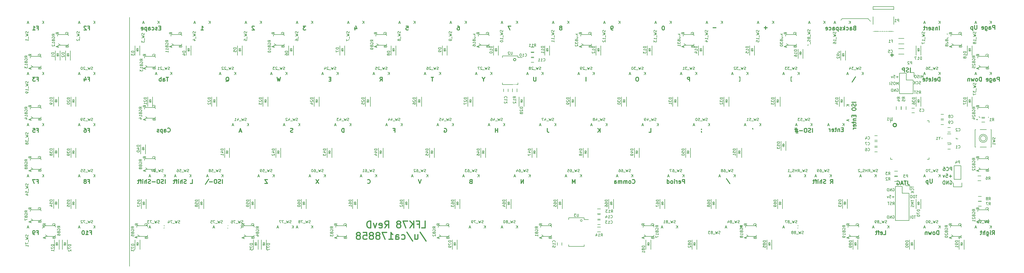
<source format=gbo>
G04 #@! TF.FileFunction,Legend,Bot*
%FSLAX46Y46*%
G04 Gerber Fmt 4.6, Leading zero omitted, Abs format (unit mm)*
G04 Created by KiCad (PCBNEW 4.0.3-stable) date Saturday, December 24, 2016 'PMt' 05:52:02 PM*
%MOMM*%
%LPD*%
G01*
G04 APERTURE LIST*
%ADD10C,0.150000*%
%ADD11C,0.300000*%
%ADD12C,0.200000*%
%ADD13C,0.457200*%
%ADD14C,0.254000*%
%ADD15C,0.285750*%
%ADD16C,0.381000*%
%ADD17R,1.300000X0.990000*%
%ADD18C,4.067810*%
%ADD19C,1.781810*%
%ADD20C,2.580000*%
%ADD21R,2.080000X2.080000*%
%ADD22C,2.080000*%
%ADD23R,1.680000X1.080000*%
%ADD24R,1.830000X0.530000*%
%ADD25R,1.580000X1.330000*%
%ADD26C,6.380000*%
%ADD27R,0.580380X2.381240*%
%ADD28R,2.078980X2.579360*%
%ADD29C,0.979160*%
%ADD30R,1.380000X1.580000*%
%ADD31C,0.689600*%
%ADD32R,1.080000X3.280000*%
%ADD33R,0.630000X1.580000*%
%ADD34R,1.580000X0.630000*%
%ADD35R,2.080000X1.380000*%
%ADD36R,1.580000X1.380000*%
%ADD37R,1.330000X1.580000*%
%ADD38R,2.112000X1.807200*%
%ADD39O,2.112000X1.807200*%
%ADD40R,2.080000X1.680000*%
%ADD41C,1.080000*%
%ADD42R,1.807200X1.807200*%
%ADD43O,1.807200X1.807200*%
G04 APERTURE END LIST*
D10*
D11*
X363414285Y-41953571D02*
X363414285Y-40453571D01*
X362771428Y-41882143D02*
X362557142Y-41953571D01*
X362199999Y-41953571D01*
X362057142Y-41882143D01*
X361985713Y-41810714D01*
X361914285Y-41667857D01*
X361914285Y-41525000D01*
X361985713Y-41382143D01*
X362057142Y-41310714D01*
X362199999Y-41239286D01*
X362485713Y-41167857D01*
X362628571Y-41096429D01*
X362699999Y-41025000D01*
X362771428Y-40882143D01*
X362771428Y-40739286D01*
X362699999Y-40596429D01*
X362628571Y-40525000D01*
X362485713Y-40453571D01*
X362128571Y-40453571D01*
X361914285Y-40525000D01*
X361271428Y-41953571D02*
X361271428Y-40453571D01*
X360700000Y-40453571D01*
X360557142Y-40525000D01*
X360485714Y-40596429D01*
X360414285Y-40739286D01*
X360414285Y-40953571D01*
X360485714Y-41096429D01*
X360557142Y-41167857D01*
X360700000Y-41239286D01*
X361271428Y-41239286D01*
X362430000Y-82490571D02*
X362430000Y-83562000D01*
X362501428Y-83776286D01*
X362644285Y-83919143D01*
X362858571Y-83990571D01*
X363001428Y-83990571D01*
X361930000Y-82490571D02*
X361072857Y-82490571D01*
X361501428Y-83990571D02*
X361501428Y-82490571D01*
X360644286Y-83562000D02*
X359930000Y-83562000D01*
X360787143Y-83990571D02*
X360287143Y-82490571D01*
X359787143Y-83990571D01*
X358501429Y-82562000D02*
X358644286Y-82490571D01*
X358858572Y-82490571D01*
X359072857Y-82562000D01*
X359215715Y-82704857D01*
X359287143Y-82847714D01*
X359358572Y-83133429D01*
X359358572Y-83347714D01*
X359287143Y-83633429D01*
X359215715Y-83776286D01*
X359072857Y-83919143D01*
X358858572Y-83990571D01*
X358715715Y-83990571D01*
X358501429Y-83919143D01*
X358430000Y-83847714D01*
X358430000Y-83347714D01*
X358715715Y-83347714D01*
D12*
X363688381Y-89598667D02*
X363688381Y-90170096D01*
X364688381Y-89884381D02*
X363688381Y-89884381D01*
X364688381Y-90503429D02*
X363688381Y-90503429D01*
X364402667Y-90836763D01*
X363688381Y-91170096D01*
X364688381Y-91170096D01*
X364640762Y-91598667D02*
X364688381Y-91741524D01*
X364688381Y-91979620D01*
X364640762Y-92074858D01*
X364593143Y-92122477D01*
X364497905Y-92170096D01*
X364402667Y-92170096D01*
X364307429Y-92122477D01*
X364259810Y-92074858D01*
X364212190Y-91979620D01*
X364164571Y-91789143D01*
X364116952Y-91693905D01*
X364069333Y-91646286D01*
X363974095Y-91598667D01*
X363878857Y-91598667D01*
X363783619Y-91646286D01*
X363736000Y-91693905D01*
X363688381Y-91789143D01*
X363688381Y-92027239D01*
X363736000Y-92170096D01*
X365362857Y-95464381D02*
X364791428Y-95464381D01*
X365077143Y-96464381D02*
X365077143Y-95464381D01*
X364458095Y-96464381D02*
X364458095Y-95464381D01*
X364220000Y-95464381D01*
X364077142Y-95512000D01*
X363981904Y-95607238D01*
X363934285Y-95702476D01*
X363886666Y-95892952D01*
X363886666Y-96035810D01*
X363934285Y-96226286D01*
X363981904Y-96321524D01*
X364077142Y-96416762D01*
X364220000Y-96464381D01*
X364458095Y-96464381D01*
X363458095Y-96464381D02*
X363458095Y-95464381D01*
X356870095Y-95512000D02*
X356965333Y-95464381D01*
X357108190Y-95464381D01*
X357251048Y-95512000D01*
X357346286Y-95607238D01*
X357393905Y-95702476D01*
X357441524Y-95892952D01*
X357441524Y-96035810D01*
X357393905Y-96226286D01*
X357346286Y-96321524D01*
X357251048Y-96416762D01*
X357108190Y-96464381D01*
X357012952Y-96464381D01*
X356870095Y-96416762D01*
X356822476Y-96369143D01*
X356822476Y-96035810D01*
X357012952Y-96035810D01*
X356393905Y-96464381D02*
X356393905Y-95464381D01*
X355822476Y-96464381D01*
X355822476Y-95464381D01*
X355346286Y-96464381D02*
X355346286Y-95464381D01*
X355108191Y-95464381D01*
X354965333Y-95512000D01*
X354870095Y-95607238D01*
X354822476Y-95702476D01*
X354774857Y-95892952D01*
X354774857Y-96035810D01*
X354822476Y-96226286D01*
X354870095Y-96321524D01*
X354965333Y-96416762D01*
X355108191Y-96464381D01*
X355346286Y-96464381D01*
X356822476Y-91384381D02*
X357155810Y-90908190D01*
X357393905Y-91384381D02*
X357393905Y-90384381D01*
X357012952Y-90384381D01*
X356917714Y-90432000D01*
X356870095Y-90479619D01*
X356822476Y-90574857D01*
X356822476Y-90717714D01*
X356870095Y-90812952D01*
X356917714Y-90860571D01*
X357012952Y-90908190D01*
X357393905Y-90908190D01*
X356441524Y-91336762D02*
X356298667Y-91384381D01*
X356060571Y-91384381D01*
X355965333Y-91336762D01*
X355917714Y-91289143D01*
X355870095Y-91193905D01*
X355870095Y-91098667D01*
X355917714Y-91003429D01*
X355965333Y-90955810D01*
X356060571Y-90908190D01*
X356251048Y-90860571D01*
X356346286Y-90812952D01*
X356393905Y-90765333D01*
X356441524Y-90670095D01*
X356441524Y-90574857D01*
X356393905Y-90479619D01*
X356346286Y-90432000D01*
X356251048Y-90384381D01*
X356012952Y-90384381D01*
X355870095Y-90432000D01*
X355584381Y-90384381D02*
X355012952Y-90384381D01*
X355298667Y-91384381D02*
X355298667Y-90384381D01*
X357393905Y-88463429D02*
X356632000Y-88463429D01*
X357012952Y-88844381D02*
X357012952Y-88082476D01*
X355679619Y-87844381D02*
X356155810Y-87844381D01*
X356203429Y-88320571D01*
X356155810Y-88272952D01*
X356060572Y-88225333D01*
X355822476Y-88225333D01*
X355727238Y-88272952D01*
X355679619Y-88320571D01*
X355632000Y-88415810D01*
X355632000Y-88653905D01*
X355679619Y-88749143D01*
X355727238Y-88796762D01*
X355822476Y-88844381D01*
X356060572Y-88844381D01*
X356155810Y-88796762D01*
X356203429Y-88749143D01*
X355298667Y-88177714D02*
X355060572Y-88844381D01*
X354822476Y-88177714D01*
X356870095Y-85352000D02*
X356965333Y-85304381D01*
X357108190Y-85304381D01*
X357251048Y-85352000D01*
X357346286Y-85447238D01*
X357393905Y-85542476D01*
X357441524Y-85732952D01*
X357441524Y-85875810D01*
X357393905Y-86066286D01*
X357346286Y-86161524D01*
X357251048Y-86256762D01*
X357108190Y-86304381D01*
X357012952Y-86304381D01*
X356870095Y-86256762D01*
X356822476Y-86209143D01*
X356822476Y-85875810D01*
X357012952Y-85875810D01*
X356393905Y-86304381D02*
X356393905Y-85304381D01*
X355822476Y-86304381D01*
X355822476Y-85304381D01*
X355346286Y-86304381D02*
X355346286Y-85304381D01*
X355108191Y-85304381D01*
X354965333Y-85352000D01*
X354870095Y-85447238D01*
X354822476Y-85542476D01*
X354774857Y-85732952D01*
X354774857Y-85875810D01*
X354822476Y-86066286D01*
X354870095Y-86161524D01*
X354965333Y-86256762D01*
X355108191Y-86304381D01*
X355346286Y-86304381D01*
X365934286Y-87844381D02*
X365362857Y-87844381D01*
X365648572Y-88844381D02*
X365648572Y-87844381D01*
X365029524Y-88844381D02*
X365029524Y-87844381D01*
X364791429Y-87844381D01*
X364648571Y-87892000D01*
X364553333Y-87987238D01*
X364505714Y-88082476D01*
X364458095Y-88272952D01*
X364458095Y-88415810D01*
X364505714Y-88606286D01*
X364553333Y-88701524D01*
X364648571Y-88796762D01*
X364791429Y-88844381D01*
X365029524Y-88844381D01*
X363839048Y-87844381D02*
X363648571Y-87844381D01*
X363553333Y-87892000D01*
X363458095Y-87987238D01*
X363410476Y-88177714D01*
X363410476Y-88511048D01*
X363458095Y-88701524D01*
X363553333Y-88796762D01*
X363648571Y-88844381D01*
X363839048Y-88844381D01*
X363934286Y-88796762D01*
X364029524Y-88701524D01*
X364077143Y-88511048D01*
X364077143Y-88177714D01*
X364029524Y-87987238D01*
X363934286Y-87892000D01*
X363839048Y-87844381D01*
X363688381Y-84566286D02*
X363688381Y-85137715D01*
X364688381Y-84852000D02*
X363688381Y-84852000D01*
X364593143Y-86042477D02*
X364640762Y-85994858D01*
X364688381Y-85852001D01*
X364688381Y-85756763D01*
X364640762Y-85613905D01*
X364545524Y-85518667D01*
X364450286Y-85471048D01*
X364259810Y-85423429D01*
X364116952Y-85423429D01*
X363926476Y-85471048D01*
X363831238Y-85518667D01*
X363736000Y-85613905D01*
X363688381Y-85756763D01*
X363688381Y-85852001D01*
X363736000Y-85994858D01*
X363783619Y-86042477D01*
X364688381Y-86471048D02*
X363688381Y-86471048D01*
X364688381Y-87042477D02*
X364116952Y-86613905D01*
X363688381Y-87042477D02*
X364259810Y-86471048D01*
X347726000Y-22098000D02*
X348615000Y-23114000D01*
X338074000Y-22098000D02*
X347726000Y-22098000D01*
X336931000Y-23495000D02*
X338074000Y-22098000D01*
D13*
X181700714Y-99980448D02*
X182910238Y-99980448D01*
X182910238Y-97440448D01*
X180007381Y-98649971D02*
X180854048Y-98649971D01*
X180854048Y-99980448D02*
X180854048Y-97440448D01*
X179644524Y-97440448D01*
X178676905Y-99980448D02*
X178676905Y-97440448D01*
X177225477Y-99980448D02*
X178314048Y-98529019D01*
X177225477Y-97440448D02*
X178676905Y-98891876D01*
X176378810Y-97440448D02*
X174685477Y-97440448D01*
X175774048Y-99980448D01*
X173355000Y-98529019D02*
X173596905Y-98408067D01*
X173717857Y-98287114D01*
X173838809Y-98045210D01*
X173838809Y-97924257D01*
X173717857Y-97682352D01*
X173596905Y-97561400D01*
X173355000Y-97440448D01*
X172871190Y-97440448D01*
X172629286Y-97561400D01*
X172508333Y-97682352D01*
X172387381Y-97924257D01*
X172387381Y-98045210D01*
X172508333Y-98287114D01*
X172629286Y-98408067D01*
X172871190Y-98529019D01*
X173355000Y-98529019D01*
X173596905Y-98649971D01*
X173717857Y-98770924D01*
X173838809Y-99012829D01*
X173838809Y-99496638D01*
X173717857Y-99738543D01*
X173596905Y-99859495D01*
X173355000Y-99980448D01*
X172871190Y-99980448D01*
X172629286Y-99859495D01*
X172508333Y-99738543D01*
X172387381Y-99496638D01*
X172387381Y-99012829D01*
X172508333Y-98770924D01*
X172629286Y-98649971D01*
X172871190Y-98529019D01*
X167912143Y-99980448D02*
X168758809Y-98770924D01*
X169363571Y-99980448D02*
X169363571Y-97440448D01*
X168395952Y-97440448D01*
X168154047Y-97561400D01*
X168033095Y-97682352D01*
X167912143Y-97924257D01*
X167912143Y-98287114D01*
X168033095Y-98529019D01*
X168154047Y-98649971D01*
X168395952Y-98770924D01*
X169363571Y-98770924D01*
X165855952Y-99859495D02*
X166097857Y-99980448D01*
X166581666Y-99980448D01*
X166823571Y-99859495D01*
X166944523Y-99617590D01*
X166944523Y-98649971D01*
X166823571Y-98408067D01*
X166581666Y-98287114D01*
X166097857Y-98287114D01*
X165855952Y-98408067D01*
X165735000Y-98649971D01*
X165735000Y-98891876D01*
X166944523Y-99133781D01*
X164888333Y-98287114D02*
X164283571Y-99980448D01*
X163678809Y-98287114D01*
X162711190Y-99980448D02*
X162711190Y-97440448D01*
X162106428Y-97440448D01*
X161743571Y-97561400D01*
X161501666Y-97803305D01*
X161380714Y-98045210D01*
X161259762Y-98529019D01*
X161259762Y-98891876D01*
X161380714Y-99375686D01*
X161501666Y-99617590D01*
X161743571Y-99859495D01*
X162106428Y-99980448D01*
X162711190Y-99980448D01*
X181095952Y-101586695D02*
X183273095Y-104852410D01*
X179160715Y-102554314D02*
X179160715Y-104247648D01*
X180249286Y-102554314D02*
X180249286Y-103884790D01*
X180128334Y-104126695D01*
X179886429Y-104247648D01*
X179523572Y-104247648D01*
X179281667Y-104126695D01*
X179160715Y-104005743D01*
X176136905Y-101586695D02*
X178314048Y-104852410D01*
X174201668Y-104126695D02*
X174443572Y-104247648D01*
X174927382Y-104247648D01*
X175169287Y-104126695D01*
X175290239Y-104005743D01*
X175411191Y-103763838D01*
X175411191Y-103038124D01*
X175290239Y-102796219D01*
X175169287Y-102675267D01*
X174927382Y-102554314D01*
X174443572Y-102554314D01*
X174201668Y-102675267D01*
X172024525Y-104247648D02*
X172024525Y-102917171D01*
X172145477Y-102675267D01*
X172387382Y-102554314D01*
X172871191Y-102554314D01*
X173113096Y-102675267D01*
X172024525Y-104126695D02*
X172266429Y-104247648D01*
X172871191Y-104247648D01*
X173113096Y-104126695D01*
X173234048Y-103884790D01*
X173234048Y-103642886D01*
X173113096Y-103400981D01*
X172871191Y-103280029D01*
X172266429Y-103280029D01*
X172024525Y-103159076D01*
X169484525Y-104247648D02*
X170935953Y-104247648D01*
X170210239Y-104247648D02*
X170210239Y-101707648D01*
X170452144Y-102070505D01*
X170694049Y-102312410D01*
X170935953Y-102433362D01*
X168637858Y-101707648D02*
X166944525Y-101707648D01*
X168033096Y-104247648D01*
X165614048Y-102796219D02*
X165855953Y-102675267D01*
X165976905Y-102554314D01*
X166097857Y-102312410D01*
X166097857Y-102191457D01*
X165976905Y-101949552D01*
X165855953Y-101828600D01*
X165614048Y-101707648D01*
X165130238Y-101707648D01*
X164888334Y-101828600D01*
X164767381Y-101949552D01*
X164646429Y-102191457D01*
X164646429Y-102312410D01*
X164767381Y-102554314D01*
X164888334Y-102675267D01*
X165130238Y-102796219D01*
X165614048Y-102796219D01*
X165855953Y-102917171D01*
X165976905Y-103038124D01*
X166097857Y-103280029D01*
X166097857Y-103763838D01*
X165976905Y-104005743D01*
X165855953Y-104126695D01*
X165614048Y-104247648D01*
X165130238Y-104247648D01*
X164888334Y-104126695D01*
X164767381Y-104005743D01*
X164646429Y-103763838D01*
X164646429Y-103280029D01*
X164767381Y-103038124D01*
X164888334Y-102917171D01*
X165130238Y-102796219D01*
X163195000Y-102796219D02*
X163436905Y-102675267D01*
X163557857Y-102554314D01*
X163678809Y-102312410D01*
X163678809Y-102191457D01*
X163557857Y-101949552D01*
X163436905Y-101828600D01*
X163195000Y-101707648D01*
X162711190Y-101707648D01*
X162469286Y-101828600D01*
X162348333Y-101949552D01*
X162227381Y-102191457D01*
X162227381Y-102312410D01*
X162348333Y-102554314D01*
X162469286Y-102675267D01*
X162711190Y-102796219D01*
X163195000Y-102796219D01*
X163436905Y-102917171D01*
X163557857Y-103038124D01*
X163678809Y-103280029D01*
X163678809Y-103763838D01*
X163557857Y-104005743D01*
X163436905Y-104126695D01*
X163195000Y-104247648D01*
X162711190Y-104247648D01*
X162469286Y-104126695D01*
X162348333Y-104005743D01*
X162227381Y-103763838D01*
X162227381Y-103280029D01*
X162348333Y-103038124D01*
X162469286Y-102917171D01*
X162711190Y-102796219D01*
X159929285Y-101707648D02*
X161138809Y-101707648D01*
X161259761Y-102917171D01*
X161138809Y-102796219D01*
X160896904Y-102675267D01*
X160292142Y-102675267D01*
X160050238Y-102796219D01*
X159929285Y-102917171D01*
X159808333Y-103159076D01*
X159808333Y-103763838D01*
X159929285Y-104005743D01*
X160050238Y-104126695D01*
X160292142Y-104247648D01*
X160896904Y-104247648D01*
X161138809Y-104126695D01*
X161259761Y-104005743D01*
X158356904Y-102796219D02*
X158598809Y-102675267D01*
X158719761Y-102554314D01*
X158840713Y-102312410D01*
X158840713Y-102191457D01*
X158719761Y-101949552D01*
X158598809Y-101828600D01*
X158356904Y-101707648D01*
X157873094Y-101707648D01*
X157631190Y-101828600D01*
X157510237Y-101949552D01*
X157389285Y-102191457D01*
X157389285Y-102312410D01*
X157510237Y-102554314D01*
X157631190Y-102675267D01*
X157873094Y-102796219D01*
X158356904Y-102796219D01*
X158598809Y-102917171D01*
X158719761Y-103038124D01*
X158840713Y-103280029D01*
X158840713Y-103763838D01*
X158719761Y-104005743D01*
X158598809Y-104126695D01*
X158356904Y-104247648D01*
X157873094Y-104247648D01*
X157631190Y-104126695D01*
X157510237Y-104005743D01*
X157389285Y-103763838D01*
X157389285Y-103280029D01*
X157510237Y-103038124D01*
X157631190Y-102917171D01*
X157873094Y-102796219D01*
D11*
X357187428Y-35667143D02*
X356044571Y-35667143D01*
X356616000Y-36238571D02*
X356616000Y-35095714D01*
D12*
X73025000Y-21590000D02*
X73025000Y-114300000D01*
D14*
X378792619Y-78679524D02*
X378792619Y-77409524D01*
X378308810Y-77409524D01*
X378187857Y-77470000D01*
X378127381Y-77530476D01*
X378066905Y-77651429D01*
X378066905Y-77832857D01*
X378127381Y-77953810D01*
X378187857Y-78014286D01*
X378308810Y-78074762D01*
X378792619Y-78074762D01*
X376796905Y-78558571D02*
X376857381Y-78619048D01*
X377038810Y-78679524D01*
X377159762Y-78679524D01*
X377341190Y-78619048D01*
X377462143Y-78498095D01*
X377522619Y-78377143D01*
X377583095Y-78135238D01*
X377583095Y-77953810D01*
X377522619Y-77711905D01*
X377462143Y-77590952D01*
X377341190Y-77470000D01*
X377159762Y-77409524D01*
X377038810Y-77409524D01*
X376857381Y-77470000D01*
X376796905Y-77530476D01*
X375708333Y-77409524D02*
X375950238Y-77409524D01*
X376071190Y-77470000D01*
X376131667Y-77530476D01*
X376252619Y-77711905D01*
X376313095Y-77953810D01*
X376313095Y-78437619D01*
X376252619Y-78558571D01*
X376192143Y-78619048D01*
X376071190Y-78679524D01*
X375829286Y-78679524D01*
X375708333Y-78619048D01*
X375647857Y-78558571D01*
X375587381Y-78437619D01*
X375587381Y-78135238D01*
X375647857Y-78014286D01*
X375708333Y-77953810D01*
X375829286Y-77893333D01*
X376071190Y-77893333D01*
X376192143Y-77953810D01*
X376252619Y-78014286D01*
X376313095Y-78135238D01*
X378792619Y-80735714D02*
X377825000Y-80735714D01*
X378308810Y-81219524D02*
X378308810Y-80251905D01*
X376615476Y-79949524D02*
X377220238Y-79949524D01*
X377280714Y-80554286D01*
X377220238Y-80493810D01*
X377099286Y-80433333D01*
X376796905Y-80433333D01*
X376675952Y-80493810D01*
X376615476Y-80554286D01*
X376555000Y-80675238D01*
X376555000Y-80977619D01*
X376615476Y-81098571D01*
X376675952Y-81159048D01*
X376796905Y-81219524D01*
X377099286Y-81219524D01*
X377220238Y-81159048D01*
X377280714Y-81098571D01*
X376131666Y-80372857D02*
X375829285Y-81219524D01*
X375526905Y-80372857D01*
X378127381Y-82550000D02*
X378248333Y-82489524D01*
X378429762Y-82489524D01*
X378611190Y-82550000D01*
X378732143Y-82670952D01*
X378792619Y-82791905D01*
X378853095Y-83033810D01*
X378853095Y-83215238D01*
X378792619Y-83457143D01*
X378732143Y-83578095D01*
X378611190Y-83699048D01*
X378429762Y-83759524D01*
X378308810Y-83759524D01*
X378127381Y-83699048D01*
X378066905Y-83638571D01*
X378066905Y-83215238D01*
X378308810Y-83215238D01*
X377522619Y-83759524D02*
X377522619Y-82489524D01*
X376796905Y-83759524D01*
X376796905Y-82489524D01*
X376192143Y-83759524D02*
X376192143Y-82489524D01*
X375889762Y-82489524D01*
X375708334Y-82550000D01*
X375587381Y-82670952D01*
X375526905Y-82791905D01*
X375466429Y-83033810D01*
X375466429Y-83215238D01*
X375526905Y-83457143D01*
X375587381Y-83578095D01*
X375708334Y-83699048D01*
X375889762Y-83759524D01*
X376192143Y-83759524D01*
D12*
X358917905Y-43759429D02*
X358156000Y-43759429D01*
X358536952Y-44140381D02*
X358536952Y-43378476D01*
X357203619Y-43140381D02*
X357679810Y-43140381D01*
X357727429Y-43616571D01*
X357679810Y-43568952D01*
X357584572Y-43521333D01*
X357346476Y-43521333D01*
X357251238Y-43568952D01*
X357203619Y-43616571D01*
X357156000Y-43711810D01*
X357156000Y-43949905D01*
X357203619Y-44045143D01*
X357251238Y-44092762D01*
X357346476Y-44140381D01*
X357584572Y-44140381D01*
X357679810Y-44092762D01*
X357727429Y-44045143D01*
X356822667Y-43473714D02*
X356584572Y-44140381D01*
X356346476Y-43473714D01*
X358917905Y-46680381D02*
X358917905Y-45680381D01*
X358584571Y-46394667D01*
X358251238Y-45680381D01*
X358251238Y-46680381D01*
X357584572Y-45680381D02*
X357394095Y-45680381D01*
X357298857Y-45728000D01*
X357203619Y-45823238D01*
X357156000Y-46013714D01*
X357156000Y-46347048D01*
X357203619Y-46537524D01*
X357298857Y-46632762D01*
X357394095Y-46680381D01*
X357584572Y-46680381D01*
X357679810Y-46632762D01*
X357775048Y-46537524D01*
X357822667Y-46347048D01*
X357822667Y-46013714D01*
X357775048Y-45823238D01*
X357679810Y-45728000D01*
X357584572Y-45680381D01*
X356775048Y-46632762D02*
X356632191Y-46680381D01*
X356394095Y-46680381D01*
X356298857Y-46632762D01*
X356251238Y-46585143D01*
X356203619Y-46489905D01*
X356203619Y-46394667D01*
X356251238Y-46299429D01*
X356298857Y-46251810D01*
X356394095Y-46204190D01*
X356584572Y-46156571D01*
X356679810Y-46108952D01*
X356727429Y-46061333D01*
X356775048Y-45966095D01*
X356775048Y-45870857D01*
X356727429Y-45775619D01*
X356679810Y-45728000D01*
X356584572Y-45680381D01*
X356346476Y-45680381D01*
X356203619Y-45728000D01*
X355775048Y-46680381D02*
X355775048Y-45680381D01*
X366648762Y-49982381D02*
X366982096Y-49506190D01*
X367220191Y-49982381D02*
X367220191Y-48982381D01*
X366839238Y-48982381D01*
X366744000Y-49030000D01*
X366696381Y-49077619D01*
X366648762Y-49172857D01*
X366648762Y-49315714D01*
X366696381Y-49410952D01*
X366744000Y-49458571D01*
X366839238Y-49506190D01*
X367220191Y-49506190D01*
X366267810Y-49934762D02*
X366124953Y-49982381D01*
X365886857Y-49982381D01*
X365791619Y-49934762D01*
X365744000Y-49887143D01*
X365696381Y-49791905D01*
X365696381Y-49696667D01*
X365744000Y-49601429D01*
X365791619Y-49553810D01*
X365886857Y-49506190D01*
X366077334Y-49458571D01*
X366172572Y-49410952D01*
X366220191Y-49363333D01*
X366267810Y-49268095D01*
X366267810Y-49172857D01*
X366220191Y-49077619D01*
X366172572Y-49030000D01*
X366077334Y-48982381D01*
X365839238Y-48982381D01*
X365696381Y-49030000D01*
X365410667Y-48982381D02*
X364839238Y-48982381D01*
X365124953Y-49982381D02*
X365124953Y-48982381D01*
X367251905Y-46378762D02*
X367109048Y-46426381D01*
X366870952Y-46426381D01*
X366775714Y-46378762D01*
X366728095Y-46331143D01*
X366680476Y-46235905D01*
X366680476Y-46140667D01*
X366728095Y-46045429D01*
X366775714Y-45997810D01*
X366870952Y-45950190D01*
X367061429Y-45902571D01*
X367156667Y-45854952D01*
X367204286Y-45807333D01*
X367251905Y-45712095D01*
X367251905Y-45616857D01*
X367204286Y-45521619D01*
X367156667Y-45474000D01*
X367061429Y-45426381D01*
X366823333Y-45426381D01*
X366680476Y-45474000D01*
X365680476Y-46331143D02*
X365728095Y-46378762D01*
X365870952Y-46426381D01*
X365966190Y-46426381D01*
X366109048Y-46378762D01*
X366204286Y-46283524D01*
X366251905Y-46188286D01*
X366299524Y-45997810D01*
X366299524Y-45854952D01*
X366251905Y-45664476D01*
X366204286Y-45569238D01*
X366109048Y-45474000D01*
X365966190Y-45426381D01*
X365870952Y-45426381D01*
X365728095Y-45474000D01*
X365680476Y-45521619D01*
X365251905Y-46426381D02*
X365251905Y-45426381D01*
X364680476Y-46426381D02*
X365109048Y-45854952D01*
X364680476Y-45426381D02*
X365251905Y-45997810D01*
X368150952Y-44140381D02*
X368150952Y-43140381D01*
X367817618Y-43854667D01*
X367484285Y-43140381D01*
X367484285Y-44140381D01*
X367008095Y-44140381D02*
X367008095Y-43140381D01*
X366579524Y-44092762D02*
X366436667Y-44140381D01*
X366198571Y-44140381D01*
X366103333Y-44092762D01*
X366055714Y-44045143D01*
X366008095Y-43949905D01*
X366008095Y-43854667D01*
X366055714Y-43759429D01*
X366103333Y-43711810D01*
X366198571Y-43664190D01*
X366389048Y-43616571D01*
X366484286Y-43568952D01*
X366531905Y-43521333D01*
X366579524Y-43426095D01*
X366579524Y-43330857D01*
X366531905Y-43235619D01*
X366484286Y-43188000D01*
X366389048Y-43140381D01*
X366150952Y-43140381D01*
X366008095Y-43188000D01*
X365389048Y-43140381D02*
X365198571Y-43140381D01*
X365103333Y-43188000D01*
X365008095Y-43283238D01*
X364960476Y-43473714D01*
X364960476Y-43807048D01*
X365008095Y-43997524D01*
X365103333Y-44092762D01*
X365198571Y-44140381D01*
X365389048Y-44140381D01*
X365484286Y-44092762D01*
X365579524Y-43997524D01*
X365627143Y-43807048D01*
X365627143Y-43473714D01*
X365579524Y-43283238D01*
X365484286Y-43188000D01*
X365389048Y-43140381D01*
X358394095Y-48268000D02*
X358489333Y-48220381D01*
X358632190Y-48220381D01*
X358775048Y-48268000D01*
X358870286Y-48363238D01*
X358917905Y-48458476D01*
X358965524Y-48648952D01*
X358965524Y-48791810D01*
X358917905Y-48982286D01*
X358870286Y-49077524D01*
X358775048Y-49172762D01*
X358632190Y-49220381D01*
X358536952Y-49220381D01*
X358394095Y-49172762D01*
X358346476Y-49125143D01*
X358346476Y-48791810D01*
X358536952Y-48791810D01*
X357917905Y-49220381D02*
X357917905Y-48220381D01*
X357346476Y-49220381D01*
X357346476Y-48220381D01*
X356870286Y-49220381D02*
X356870286Y-48220381D01*
X356632191Y-48220381D01*
X356489333Y-48268000D01*
X356394095Y-48363238D01*
X356346476Y-48458476D01*
X356298857Y-48648952D01*
X356298857Y-48791810D01*
X356346476Y-48982286D01*
X356394095Y-49077524D01*
X356489333Y-49172762D01*
X356632191Y-49220381D01*
X356870286Y-49220381D01*
D11*
X393854571Y-102532571D02*
X394354571Y-101818286D01*
X394711714Y-102532571D02*
X394711714Y-101032571D01*
X394140286Y-101032571D01*
X393997428Y-101104000D01*
X393926000Y-101175429D01*
X393854571Y-101318286D01*
X393854571Y-101532571D01*
X393926000Y-101675429D01*
X393997428Y-101746857D01*
X394140286Y-101818286D01*
X394711714Y-101818286D01*
X393211714Y-102532571D02*
X393211714Y-101532571D01*
X393211714Y-101032571D02*
X393283143Y-101104000D01*
X393211714Y-101175429D01*
X393140286Y-101104000D01*
X393211714Y-101032571D01*
X393211714Y-101175429D01*
X391854571Y-101532571D02*
X391854571Y-102746857D01*
X391926000Y-102889714D01*
X391997428Y-102961143D01*
X392140285Y-103032571D01*
X392354571Y-103032571D01*
X392497428Y-102961143D01*
X391854571Y-102461143D02*
X391997428Y-102532571D01*
X392283142Y-102532571D01*
X392426000Y-102461143D01*
X392497428Y-102389714D01*
X392568857Y-102246857D01*
X392568857Y-101818286D01*
X392497428Y-101675429D01*
X392426000Y-101604000D01*
X392283142Y-101532571D01*
X391997428Y-101532571D01*
X391854571Y-101604000D01*
X391140285Y-102532571D02*
X391140285Y-101032571D01*
X390497428Y-102532571D02*
X390497428Y-101746857D01*
X390568857Y-101604000D01*
X390711714Y-101532571D01*
X390925999Y-101532571D01*
X391068857Y-101604000D01*
X391140285Y-101675429D01*
X389997428Y-101532571D02*
X389425999Y-101532571D01*
X389783142Y-101032571D02*
X389783142Y-102318286D01*
X389711714Y-102461143D01*
X389568856Y-102532571D01*
X389425999Y-102532571D01*
X353460714Y-102532571D02*
X354175000Y-102532571D01*
X354175000Y-101032571D01*
X352389286Y-102461143D02*
X352532143Y-102532571D01*
X352817857Y-102532571D01*
X352960714Y-102461143D01*
X353032143Y-102318286D01*
X353032143Y-101746857D01*
X352960714Y-101604000D01*
X352817857Y-101532571D01*
X352532143Y-101532571D01*
X352389286Y-101604000D01*
X352317857Y-101746857D01*
X352317857Y-101889714D01*
X353032143Y-102032571D01*
X351889286Y-101532571D02*
X351317857Y-101532571D01*
X351675000Y-102532571D02*
X351675000Y-101246857D01*
X351603572Y-101104000D01*
X351460714Y-101032571D01*
X351317857Y-101032571D01*
X351032143Y-101532571D02*
X350460714Y-101532571D01*
X350817857Y-101032571D02*
X350817857Y-102318286D01*
X350746429Y-102461143D01*
X350603571Y-102532571D01*
X350460714Y-102532571D01*
X374010714Y-102532571D02*
X374010714Y-101032571D01*
X373653571Y-101032571D01*
X373439286Y-101104000D01*
X373296428Y-101246857D01*
X373225000Y-101389714D01*
X373153571Y-101675429D01*
X373153571Y-101889714D01*
X373225000Y-102175429D01*
X373296428Y-102318286D01*
X373439286Y-102461143D01*
X373653571Y-102532571D01*
X374010714Y-102532571D01*
X372296428Y-102532571D02*
X372439286Y-102461143D01*
X372510714Y-102389714D01*
X372582143Y-102246857D01*
X372582143Y-101818286D01*
X372510714Y-101675429D01*
X372439286Y-101604000D01*
X372296428Y-101532571D01*
X372082143Y-101532571D01*
X371939286Y-101604000D01*
X371867857Y-101675429D01*
X371796428Y-101818286D01*
X371796428Y-102246857D01*
X371867857Y-102389714D01*
X371939286Y-102461143D01*
X372082143Y-102532571D01*
X372296428Y-102532571D01*
X371296428Y-101532571D02*
X371010714Y-102532571D01*
X370725000Y-101818286D01*
X370439285Y-102532571D01*
X370153571Y-101532571D01*
X369582142Y-101532571D02*
X369582142Y-102532571D01*
X369582142Y-101675429D02*
X369510714Y-101604000D01*
X369367856Y-101532571D01*
X369153571Y-101532571D01*
X369010714Y-101604000D01*
X368939285Y-101746857D01*
X368939285Y-102532571D01*
X371566143Y-81855571D02*
X371566143Y-83069857D01*
X371494715Y-83212714D01*
X371423286Y-83284143D01*
X371280429Y-83355571D01*
X370994715Y-83355571D01*
X370851857Y-83284143D01*
X370780429Y-83212714D01*
X370709000Y-83069857D01*
X370709000Y-81855571D01*
X369994714Y-82355571D02*
X369994714Y-83855571D01*
X369994714Y-82427000D02*
X369851857Y-82355571D01*
X369566143Y-82355571D01*
X369423286Y-82427000D01*
X369351857Y-82498429D01*
X369280428Y-82641286D01*
X369280428Y-83069857D01*
X369351857Y-83212714D01*
X369423286Y-83284143D01*
X369566143Y-83355571D01*
X369851857Y-83355571D01*
X369994714Y-83284143D01*
X87225000Y-64162714D02*
X87296429Y-64234143D01*
X87510715Y-64305571D01*
X87653572Y-64305571D01*
X87867857Y-64234143D01*
X88010715Y-64091286D01*
X88082143Y-63948429D01*
X88153572Y-63662714D01*
X88153572Y-63448429D01*
X88082143Y-63162714D01*
X88010715Y-63019857D01*
X87867857Y-62877000D01*
X87653572Y-62805571D01*
X87510715Y-62805571D01*
X87296429Y-62877000D01*
X87225000Y-62948429D01*
X85939286Y-64305571D02*
X85939286Y-63519857D01*
X86010715Y-63377000D01*
X86153572Y-63305571D01*
X86439286Y-63305571D01*
X86582143Y-63377000D01*
X85939286Y-64234143D02*
X86082143Y-64305571D01*
X86439286Y-64305571D01*
X86582143Y-64234143D01*
X86653572Y-64091286D01*
X86653572Y-63948429D01*
X86582143Y-63805571D01*
X86439286Y-63734143D01*
X86082143Y-63734143D01*
X85939286Y-63662714D01*
X85225000Y-63305571D02*
X85225000Y-64805571D01*
X85225000Y-63377000D02*
X85082143Y-63305571D01*
X84796429Y-63305571D01*
X84653572Y-63377000D01*
X84582143Y-63448429D01*
X84510714Y-63591286D01*
X84510714Y-64019857D01*
X84582143Y-64162714D01*
X84653572Y-64234143D01*
X84796429Y-64305571D01*
X85082143Y-64305571D01*
X85225000Y-64234143D01*
X83939286Y-64234143D02*
X83796429Y-64305571D01*
X83510714Y-64305571D01*
X83367857Y-64234143D01*
X83296429Y-64091286D01*
X83296429Y-64019857D01*
X83367857Y-63877000D01*
X83510714Y-63805571D01*
X83725000Y-63805571D01*
X83867857Y-63734143D01*
X83939286Y-63591286D01*
X83939286Y-63519857D01*
X83867857Y-63377000D01*
X83725000Y-63305571D01*
X83510714Y-63305571D01*
X83367857Y-63377000D01*
X107576571Y-83482571D02*
X107576571Y-81982571D01*
X106933714Y-83411143D02*
X106719428Y-83482571D01*
X106362285Y-83482571D01*
X106219428Y-83411143D01*
X106147999Y-83339714D01*
X106076571Y-83196857D01*
X106076571Y-83054000D01*
X106147999Y-82911143D01*
X106219428Y-82839714D01*
X106362285Y-82768286D01*
X106647999Y-82696857D01*
X106790857Y-82625429D01*
X106862285Y-82554000D01*
X106933714Y-82411143D01*
X106933714Y-82268286D01*
X106862285Y-82125429D01*
X106790857Y-82054000D01*
X106647999Y-81982571D01*
X106290857Y-81982571D01*
X106076571Y-82054000D01*
X105148000Y-81982571D02*
X104862286Y-81982571D01*
X104719428Y-82054000D01*
X104576571Y-82196857D01*
X104505143Y-82482571D01*
X104505143Y-82982571D01*
X104576571Y-83268286D01*
X104719428Y-83411143D01*
X104862286Y-83482571D01*
X105148000Y-83482571D01*
X105290857Y-83411143D01*
X105433714Y-83268286D01*
X105505143Y-82982571D01*
X105505143Y-82482571D01*
X105433714Y-82196857D01*
X105290857Y-82054000D01*
X105148000Y-81982571D01*
X103862285Y-82911143D02*
X102719428Y-82911143D01*
X102505142Y-81839714D02*
X101219428Y-83768286D01*
X58364285Y-101746857D02*
X58864285Y-101746857D01*
X58864285Y-102532571D02*
X58864285Y-101032571D01*
X58149999Y-101032571D01*
X56792857Y-102532571D02*
X57650000Y-102532571D01*
X57221428Y-102532571D02*
X57221428Y-101032571D01*
X57364285Y-101246857D01*
X57507143Y-101389714D01*
X57650000Y-101461143D01*
X55864286Y-101032571D02*
X55721429Y-101032571D01*
X55578572Y-101104000D01*
X55507143Y-101175429D01*
X55435714Y-101318286D01*
X55364286Y-101604000D01*
X55364286Y-101961143D01*
X55435714Y-102246857D01*
X55507143Y-102389714D01*
X55578572Y-102461143D01*
X55721429Y-102532571D01*
X55864286Y-102532571D01*
X56007143Y-102461143D01*
X56078572Y-102389714D01*
X56150000Y-102246857D01*
X56221429Y-101961143D01*
X56221429Y-101604000D01*
X56150000Y-101318286D01*
X56078572Y-101175429D01*
X56007143Y-101104000D01*
X55864286Y-101032571D01*
X38599999Y-101746857D02*
X39099999Y-101746857D01*
X39099999Y-102532571D02*
X39099999Y-101032571D01*
X38385713Y-101032571D01*
X37742857Y-102532571D02*
X37457142Y-102532571D01*
X37314285Y-102461143D01*
X37242857Y-102389714D01*
X37099999Y-102175429D01*
X37028571Y-101889714D01*
X37028571Y-101318286D01*
X37099999Y-101175429D01*
X37171428Y-101104000D01*
X37314285Y-101032571D01*
X37599999Y-101032571D01*
X37742857Y-101104000D01*
X37814285Y-101175429D01*
X37885714Y-101318286D01*
X37885714Y-101675429D01*
X37814285Y-101818286D01*
X37742857Y-101889714D01*
X37599999Y-101961143D01*
X37314285Y-101961143D01*
X37171428Y-101889714D01*
X37099999Y-101818286D01*
X37028571Y-101675429D01*
X57649999Y-82696857D02*
X58149999Y-82696857D01*
X58149999Y-83482571D02*
X58149999Y-81982571D01*
X57435713Y-81982571D01*
X56649999Y-82625429D02*
X56792857Y-82554000D01*
X56864285Y-82482571D01*
X56935714Y-82339714D01*
X56935714Y-82268286D01*
X56864285Y-82125429D01*
X56792857Y-82054000D01*
X56649999Y-81982571D01*
X56364285Y-81982571D01*
X56221428Y-82054000D01*
X56149999Y-82125429D01*
X56078571Y-82268286D01*
X56078571Y-82339714D01*
X56149999Y-82482571D01*
X56221428Y-82554000D01*
X56364285Y-82625429D01*
X56649999Y-82625429D01*
X56792857Y-82696857D01*
X56864285Y-82768286D01*
X56935714Y-82911143D01*
X56935714Y-83196857D01*
X56864285Y-83339714D01*
X56792857Y-83411143D01*
X56649999Y-83482571D01*
X56364285Y-83482571D01*
X56221428Y-83411143D01*
X56149999Y-83339714D01*
X56078571Y-83196857D01*
X56078571Y-82911143D01*
X56149999Y-82768286D01*
X56221428Y-82696857D01*
X56364285Y-82625429D01*
X38599999Y-82696857D02*
X39099999Y-82696857D01*
X39099999Y-83482571D02*
X39099999Y-81982571D01*
X38385713Y-81982571D01*
X37957142Y-81982571D02*
X36957142Y-81982571D01*
X37599999Y-83482571D01*
X57649999Y-63646857D02*
X58149999Y-63646857D01*
X58149999Y-64432571D02*
X58149999Y-62932571D01*
X57435713Y-62932571D01*
X56221428Y-62932571D02*
X56507142Y-62932571D01*
X56649999Y-63004000D01*
X56721428Y-63075429D01*
X56864285Y-63289714D01*
X56935714Y-63575429D01*
X56935714Y-64146857D01*
X56864285Y-64289714D01*
X56792857Y-64361143D01*
X56649999Y-64432571D01*
X56364285Y-64432571D01*
X56221428Y-64361143D01*
X56149999Y-64289714D01*
X56078571Y-64146857D01*
X56078571Y-63789714D01*
X56149999Y-63646857D01*
X56221428Y-63575429D01*
X56364285Y-63504000D01*
X56649999Y-63504000D01*
X56792857Y-63575429D01*
X56864285Y-63646857D01*
X56935714Y-63789714D01*
X38599999Y-63646857D02*
X39099999Y-63646857D01*
X39099999Y-64432571D02*
X39099999Y-62932571D01*
X38385713Y-62932571D01*
X37099999Y-62932571D02*
X37814285Y-62932571D01*
X37885714Y-63646857D01*
X37814285Y-63575429D01*
X37671428Y-63504000D01*
X37314285Y-63504000D01*
X37171428Y-63575429D01*
X37099999Y-63646857D01*
X37028571Y-63789714D01*
X37028571Y-64146857D01*
X37099999Y-64289714D01*
X37171428Y-64361143D01*
X37314285Y-64432571D01*
X37671428Y-64432571D01*
X37814285Y-64361143D01*
X37885714Y-64289714D01*
X57649999Y-44596857D02*
X58149999Y-44596857D01*
X58149999Y-45382571D02*
X58149999Y-43882571D01*
X57435713Y-43882571D01*
X56221428Y-44382571D02*
X56221428Y-45382571D01*
X56578571Y-43811143D02*
X56935714Y-44882571D01*
X56007142Y-44882571D01*
X38599999Y-44596857D02*
X39099999Y-44596857D01*
X39099999Y-45382571D02*
X39099999Y-43882571D01*
X38385713Y-43882571D01*
X37957142Y-43882571D02*
X37028571Y-43882571D01*
X37528571Y-44454000D01*
X37314285Y-44454000D01*
X37171428Y-44525429D01*
X37099999Y-44596857D01*
X37028571Y-44739714D01*
X37028571Y-45096857D01*
X37099999Y-45239714D01*
X37171428Y-45311143D01*
X37314285Y-45382571D01*
X37742857Y-45382571D01*
X37885714Y-45311143D01*
X37957142Y-45239714D01*
X86315714Y-83482571D02*
X86315714Y-81982571D01*
X85672857Y-83411143D02*
X85458571Y-83482571D01*
X85101428Y-83482571D01*
X84958571Y-83411143D01*
X84887142Y-83339714D01*
X84815714Y-83196857D01*
X84815714Y-83054000D01*
X84887142Y-82911143D01*
X84958571Y-82839714D01*
X85101428Y-82768286D01*
X85387142Y-82696857D01*
X85530000Y-82625429D01*
X85601428Y-82554000D01*
X85672857Y-82411143D01*
X85672857Y-82268286D01*
X85601428Y-82125429D01*
X85530000Y-82054000D01*
X85387142Y-81982571D01*
X85030000Y-81982571D01*
X84815714Y-82054000D01*
X83887143Y-81982571D02*
X83601429Y-81982571D01*
X83458571Y-82054000D01*
X83315714Y-82196857D01*
X83244286Y-82482571D01*
X83244286Y-82982571D01*
X83315714Y-83268286D01*
X83458571Y-83411143D01*
X83601429Y-83482571D01*
X83887143Y-83482571D01*
X84030000Y-83411143D01*
X84172857Y-83268286D01*
X84244286Y-82982571D01*
X84244286Y-82482571D01*
X84172857Y-82196857D01*
X84030000Y-82054000D01*
X83887143Y-81982571D01*
X82601428Y-82911143D02*
X81458571Y-82911143D01*
X80815714Y-83411143D02*
X80601428Y-83482571D01*
X80244285Y-83482571D01*
X80101428Y-83411143D01*
X80029999Y-83339714D01*
X79958571Y-83196857D01*
X79958571Y-83054000D01*
X80029999Y-82911143D01*
X80101428Y-82839714D01*
X80244285Y-82768286D01*
X80529999Y-82696857D01*
X80672857Y-82625429D01*
X80744285Y-82554000D01*
X80815714Y-82411143D01*
X80815714Y-82268286D01*
X80744285Y-82125429D01*
X80672857Y-82054000D01*
X80529999Y-81982571D01*
X80172857Y-81982571D01*
X79958571Y-82054000D01*
X79315714Y-83482571D02*
X79315714Y-81982571D01*
X78672857Y-83482571D02*
X78672857Y-82696857D01*
X78744286Y-82554000D01*
X78887143Y-82482571D01*
X79101428Y-82482571D01*
X79244286Y-82554000D01*
X79315714Y-82625429D01*
X77958571Y-83482571D02*
X77958571Y-82482571D01*
X77958571Y-81982571D02*
X78030000Y-82054000D01*
X77958571Y-82125429D01*
X77887143Y-82054000D01*
X77958571Y-81982571D01*
X77958571Y-82125429D01*
X77458571Y-82482571D02*
X76887142Y-82482571D01*
X77244285Y-83482571D02*
X77244285Y-82196857D01*
X77172857Y-82054000D01*
X77029999Y-81982571D01*
X76887142Y-81982571D01*
X76601428Y-82482571D02*
X76029999Y-82482571D01*
X76387142Y-81982571D02*
X76387142Y-83268286D01*
X76315714Y-83411143D01*
X76172856Y-83482571D01*
X76029999Y-83482571D01*
X95678285Y-83482571D02*
X96392571Y-83482571D01*
X96392571Y-81982571D01*
X94106857Y-83411143D02*
X93892571Y-83482571D01*
X93535428Y-83482571D01*
X93392571Y-83411143D01*
X93321142Y-83339714D01*
X93249714Y-83196857D01*
X93249714Y-83054000D01*
X93321142Y-82911143D01*
X93392571Y-82839714D01*
X93535428Y-82768286D01*
X93821142Y-82696857D01*
X93964000Y-82625429D01*
X94035428Y-82554000D01*
X94106857Y-82411143D01*
X94106857Y-82268286D01*
X94035428Y-82125429D01*
X93964000Y-82054000D01*
X93821142Y-81982571D01*
X93464000Y-81982571D01*
X93249714Y-82054000D01*
X92606857Y-83482571D02*
X92606857Y-81982571D01*
X91964000Y-83482571D02*
X91964000Y-82696857D01*
X92035429Y-82554000D01*
X92178286Y-82482571D01*
X92392571Y-82482571D01*
X92535429Y-82554000D01*
X92606857Y-82625429D01*
X91249714Y-83482571D02*
X91249714Y-82482571D01*
X91249714Y-81982571D02*
X91321143Y-82054000D01*
X91249714Y-82125429D01*
X91178286Y-82054000D01*
X91249714Y-81982571D01*
X91249714Y-82125429D01*
X90749714Y-82482571D02*
X90178285Y-82482571D01*
X90535428Y-83482571D02*
X90535428Y-82196857D01*
X90464000Y-82054000D01*
X90321142Y-81982571D01*
X90178285Y-81982571D01*
X89892571Y-82482571D02*
X89321142Y-82482571D01*
X89678285Y-81982571D02*
X89678285Y-83268286D01*
X89606857Y-83411143D01*
X89463999Y-83482571D01*
X89321142Y-83482571D01*
X124324999Y-81982571D02*
X123324999Y-81982571D01*
X124324999Y-83482571D01*
X123324999Y-83482571D01*
X143374999Y-81982571D02*
X142374999Y-83482571D01*
X142374999Y-81982571D02*
X143374999Y-83482571D01*
X161587714Y-83339714D02*
X161659143Y-83411143D01*
X161873429Y-83482571D01*
X162016286Y-83482571D01*
X162230571Y-83411143D01*
X162373429Y-83268286D01*
X162444857Y-83125429D01*
X162516286Y-82839714D01*
X162516286Y-82625429D01*
X162444857Y-82339714D01*
X162373429Y-82196857D01*
X162230571Y-82054000D01*
X162016286Y-81982571D01*
X161873429Y-81982571D01*
X161659143Y-82054000D01*
X161587714Y-82125429D01*
X181475000Y-81982571D02*
X180975000Y-83482571D01*
X180475000Y-81982571D01*
X199917857Y-82696857D02*
X199703571Y-82768286D01*
X199632143Y-82839714D01*
X199560714Y-82982571D01*
X199560714Y-83196857D01*
X199632143Y-83339714D01*
X199703571Y-83411143D01*
X199846429Y-83482571D01*
X200417857Y-83482571D01*
X200417857Y-81982571D01*
X199917857Y-81982571D01*
X199775000Y-82054000D01*
X199703571Y-82125429D01*
X199632143Y-82268286D01*
X199632143Y-82411143D01*
X199703571Y-82554000D01*
X199775000Y-82625429D01*
X199917857Y-82696857D01*
X200417857Y-82696857D01*
X219503571Y-83482571D02*
X219503571Y-81982571D01*
X218646428Y-83482571D01*
X218646428Y-81982571D01*
X238752000Y-83482571D02*
X238752000Y-81982571D01*
X238252000Y-83054000D01*
X237752000Y-81982571D01*
X237752000Y-83482571D01*
X260067857Y-83339714D02*
X260139286Y-83411143D01*
X260353572Y-83482571D01*
X260496429Y-83482571D01*
X260710714Y-83411143D01*
X260853572Y-83268286D01*
X260925000Y-83125429D01*
X260996429Y-82839714D01*
X260996429Y-82625429D01*
X260925000Y-82339714D01*
X260853572Y-82196857D01*
X260710714Y-82054000D01*
X260496429Y-81982571D01*
X260353572Y-81982571D01*
X260139286Y-82054000D01*
X260067857Y-82125429D01*
X259210714Y-83482571D02*
X259353572Y-83411143D01*
X259425000Y-83339714D01*
X259496429Y-83196857D01*
X259496429Y-82768286D01*
X259425000Y-82625429D01*
X259353572Y-82554000D01*
X259210714Y-82482571D01*
X258996429Y-82482571D01*
X258853572Y-82554000D01*
X258782143Y-82625429D01*
X258710714Y-82768286D01*
X258710714Y-83196857D01*
X258782143Y-83339714D01*
X258853572Y-83411143D01*
X258996429Y-83482571D01*
X259210714Y-83482571D01*
X258067857Y-83482571D02*
X258067857Y-82482571D01*
X258067857Y-82625429D02*
X257996429Y-82554000D01*
X257853571Y-82482571D01*
X257639286Y-82482571D01*
X257496429Y-82554000D01*
X257425000Y-82696857D01*
X257425000Y-83482571D01*
X257425000Y-82696857D02*
X257353571Y-82554000D01*
X257210714Y-82482571D01*
X256996429Y-82482571D01*
X256853571Y-82554000D01*
X256782143Y-82696857D01*
X256782143Y-83482571D01*
X256067857Y-83482571D02*
X256067857Y-82482571D01*
X256067857Y-82625429D02*
X255996429Y-82554000D01*
X255853571Y-82482571D01*
X255639286Y-82482571D01*
X255496429Y-82554000D01*
X255425000Y-82696857D01*
X255425000Y-83482571D01*
X255425000Y-82696857D02*
X255353571Y-82554000D01*
X255210714Y-82482571D01*
X254996429Y-82482571D01*
X254853571Y-82554000D01*
X254782143Y-82696857D01*
X254782143Y-83482571D01*
X253425000Y-83482571D02*
X253425000Y-82696857D01*
X253496429Y-82554000D01*
X253639286Y-82482571D01*
X253925000Y-82482571D01*
X254067857Y-82554000D01*
X253425000Y-83411143D02*
X253567857Y-83482571D01*
X253925000Y-83482571D01*
X254067857Y-83411143D01*
X254139286Y-83268286D01*
X254139286Y-83125429D01*
X254067857Y-82982571D01*
X253925000Y-82911143D01*
X253567857Y-82911143D01*
X253425000Y-82839714D01*
X279439285Y-83482571D02*
X279439285Y-81982571D01*
X278867857Y-81982571D01*
X278724999Y-82054000D01*
X278653571Y-82125429D01*
X278582142Y-82268286D01*
X278582142Y-82482571D01*
X278653571Y-82625429D01*
X278724999Y-82696857D01*
X278867857Y-82768286D01*
X279439285Y-82768286D01*
X277367857Y-83411143D02*
X277510714Y-83482571D01*
X277796428Y-83482571D01*
X277939285Y-83411143D01*
X278010714Y-83268286D01*
X278010714Y-82696857D01*
X277939285Y-82554000D01*
X277796428Y-82482571D01*
X277510714Y-82482571D01*
X277367857Y-82554000D01*
X277296428Y-82696857D01*
X277296428Y-82839714D01*
X278010714Y-82982571D01*
X276653571Y-83482571D02*
X276653571Y-82482571D01*
X276653571Y-82768286D02*
X276582143Y-82625429D01*
X276510714Y-82554000D01*
X276367857Y-82482571D01*
X276225000Y-82482571D01*
X275725000Y-83482571D02*
X275725000Y-82482571D01*
X275725000Y-81982571D02*
X275796429Y-82054000D01*
X275725000Y-82125429D01*
X275653572Y-82054000D01*
X275725000Y-81982571D01*
X275725000Y-82125429D01*
X274796428Y-83482571D02*
X274939286Y-83411143D01*
X275010714Y-83339714D01*
X275082143Y-83196857D01*
X275082143Y-82768286D01*
X275010714Y-82625429D01*
X274939286Y-82554000D01*
X274796428Y-82482571D01*
X274582143Y-82482571D01*
X274439286Y-82554000D01*
X274367857Y-82625429D01*
X274296428Y-82768286D01*
X274296428Y-83196857D01*
X274367857Y-83339714D01*
X274439286Y-83411143D01*
X274582143Y-83482571D01*
X274796428Y-83482571D01*
X273010714Y-83482571D02*
X273010714Y-81982571D01*
X273010714Y-83411143D02*
X273153571Y-83482571D01*
X273439285Y-83482571D01*
X273582143Y-83411143D01*
X273653571Y-83339714D01*
X273725000Y-83196857D01*
X273725000Y-82768286D01*
X273653571Y-82625429D01*
X273582143Y-82554000D01*
X273439285Y-82482571D01*
X273153571Y-82482571D01*
X273010714Y-82554000D01*
X295013143Y-81657143D02*
X296298857Y-83585714D01*
X333676285Y-83482571D02*
X334176285Y-82768286D01*
X334533428Y-83482571D02*
X334533428Y-81982571D01*
X333962000Y-81982571D01*
X333819142Y-82054000D01*
X333747714Y-82125429D01*
X333676285Y-82268286D01*
X333676285Y-82482571D01*
X333747714Y-82625429D01*
X333819142Y-82696857D01*
X333962000Y-82768286D01*
X334533428Y-82768286D01*
X331962000Y-83411143D02*
X331747714Y-83482571D01*
X331390571Y-83482571D01*
X331247714Y-83411143D01*
X331176285Y-83339714D01*
X331104857Y-83196857D01*
X331104857Y-83054000D01*
X331176285Y-82911143D01*
X331247714Y-82839714D01*
X331390571Y-82768286D01*
X331676285Y-82696857D01*
X331819143Y-82625429D01*
X331890571Y-82554000D01*
X331962000Y-82411143D01*
X331962000Y-82268286D01*
X331890571Y-82125429D01*
X331819143Y-82054000D01*
X331676285Y-81982571D01*
X331319143Y-81982571D01*
X331104857Y-82054000D01*
X330462000Y-83482571D02*
X330462000Y-81982571D01*
X329819143Y-83482571D02*
X329819143Y-82696857D01*
X329890572Y-82554000D01*
X330033429Y-82482571D01*
X330247714Y-82482571D01*
X330390572Y-82554000D01*
X330462000Y-82625429D01*
X329104857Y-83482571D02*
X329104857Y-82482571D01*
X329104857Y-81982571D02*
X329176286Y-82054000D01*
X329104857Y-82125429D01*
X329033429Y-82054000D01*
X329104857Y-81982571D01*
X329104857Y-82125429D01*
X328604857Y-82482571D02*
X328033428Y-82482571D01*
X328390571Y-83482571D02*
X328390571Y-82196857D01*
X328319143Y-82054000D01*
X328176285Y-81982571D01*
X328033428Y-81982571D01*
X327747714Y-82482571D02*
X327176285Y-82482571D01*
X327533428Y-81982571D02*
X327533428Y-83268286D01*
X327462000Y-83411143D01*
X327319142Y-83482571D01*
X327176285Y-83482571D01*
X304728572Y-62932571D02*
X304871429Y-63218286D01*
X285678572Y-64107143D02*
X285678572Y-64178571D01*
X285750000Y-64321429D01*
X285821429Y-64392857D01*
X285750000Y-63250000D02*
X285678572Y-63321429D01*
X285750000Y-63392857D01*
X285821429Y-63321429D01*
X285750000Y-63250000D01*
X285750000Y-63392857D01*
X266235714Y-64432571D02*
X266950000Y-64432571D01*
X266950000Y-62932571D01*
X248042857Y-64432571D02*
X248042857Y-62932571D01*
X247185714Y-64432571D02*
X247828571Y-63575429D01*
X247185714Y-62932571D02*
X248042857Y-63789714D01*
X228385714Y-62932571D02*
X228385714Y-64004000D01*
X228457142Y-64218286D01*
X228599999Y-64361143D01*
X228814285Y-64432571D01*
X228957142Y-64432571D01*
X209978571Y-64432571D02*
X209978571Y-62932571D01*
X209978571Y-63646857D02*
X209121428Y-63646857D01*
X209121428Y-64432571D02*
X209121428Y-62932571D01*
X190107143Y-63004000D02*
X190250000Y-62932571D01*
X190464286Y-62932571D01*
X190678571Y-63004000D01*
X190821429Y-63146857D01*
X190892857Y-63289714D01*
X190964286Y-63575429D01*
X190964286Y-63789714D01*
X190892857Y-64075429D01*
X190821429Y-64218286D01*
X190678571Y-64361143D01*
X190464286Y-64432571D01*
X190321429Y-64432571D01*
X190107143Y-64361143D01*
X190035714Y-64289714D01*
X190035714Y-63789714D01*
X190321429Y-63789714D01*
X171235714Y-63646857D02*
X171735714Y-63646857D01*
X171735714Y-64432571D02*
X171735714Y-62932571D01*
X171021428Y-62932571D01*
X152792857Y-64432571D02*
X152792857Y-62932571D01*
X152435714Y-62932571D01*
X152221429Y-63004000D01*
X152078571Y-63146857D01*
X152007143Y-63289714D01*
X151935714Y-63575429D01*
X151935714Y-63789714D01*
X152007143Y-64075429D01*
X152078571Y-64218286D01*
X152221429Y-64361143D01*
X152435714Y-64432571D01*
X152792857Y-64432571D01*
X133778571Y-64361143D02*
X133564285Y-64432571D01*
X133207142Y-64432571D01*
X133064285Y-64361143D01*
X132992856Y-64289714D01*
X132921428Y-64146857D01*
X132921428Y-64004000D01*
X132992856Y-63861143D01*
X133064285Y-63789714D01*
X133207142Y-63718286D01*
X133492856Y-63646857D01*
X133635714Y-63575429D01*
X133707142Y-63504000D01*
X133778571Y-63361143D01*
X133778571Y-63218286D01*
X133707142Y-63075429D01*
X133635714Y-63004000D01*
X133492856Y-62932571D01*
X133135714Y-62932571D01*
X132921428Y-63004000D01*
X114657143Y-64004000D02*
X113942857Y-64004000D01*
X114800000Y-64432571D02*
X114300000Y-62932571D01*
X113800000Y-64432571D01*
X87510714Y-43882571D02*
X86653571Y-43882571D01*
X87082142Y-45382571D02*
X87082142Y-43882571D01*
X85510714Y-45382571D02*
X85510714Y-44596857D01*
X85582143Y-44454000D01*
X85725000Y-44382571D01*
X86010714Y-44382571D01*
X86153571Y-44454000D01*
X85510714Y-45311143D02*
X85653571Y-45382571D01*
X86010714Y-45382571D01*
X86153571Y-45311143D01*
X86225000Y-45168286D01*
X86225000Y-45025429D01*
X86153571Y-44882571D01*
X86010714Y-44811143D01*
X85653571Y-44811143D01*
X85510714Y-44739714D01*
X84796428Y-45382571D02*
X84796428Y-43882571D01*
X84796428Y-44454000D02*
X84653571Y-44382571D01*
X84367857Y-44382571D01*
X84225000Y-44454000D01*
X84153571Y-44525429D01*
X84082142Y-44668286D01*
X84082142Y-45096857D01*
X84153571Y-45239714D01*
X84225000Y-45311143D01*
X84367857Y-45382571D01*
X84653571Y-45382571D01*
X84796428Y-45311143D01*
X108902571Y-45525429D02*
X109045428Y-45454000D01*
X109188285Y-45311143D01*
X109402571Y-45096857D01*
X109545428Y-45025429D01*
X109688285Y-45025429D01*
X109616857Y-45382571D02*
X109759714Y-45311143D01*
X109902571Y-45168286D01*
X109974000Y-44882571D01*
X109974000Y-44382571D01*
X109902571Y-44096857D01*
X109759714Y-43954000D01*
X109616857Y-43882571D01*
X109331143Y-43882571D01*
X109188285Y-43954000D01*
X109045428Y-44096857D01*
X108974000Y-44382571D01*
X108974000Y-44882571D01*
X109045428Y-45168286D01*
X109188285Y-45311143D01*
X109331143Y-45382571D01*
X109616857Y-45382571D01*
X129166857Y-43882571D02*
X128809714Y-45382571D01*
X128524000Y-44311143D01*
X128238286Y-45382571D01*
X127881143Y-43882571D01*
X147895428Y-44596857D02*
X147395428Y-44596857D01*
X147181142Y-45382571D02*
X147895428Y-45382571D01*
X147895428Y-43882571D01*
X147181142Y-43882571D01*
X166159714Y-45382571D02*
X166659714Y-44668286D01*
X167016857Y-45382571D02*
X167016857Y-43882571D01*
X166445429Y-43882571D01*
X166302571Y-43954000D01*
X166231143Y-44025429D01*
X166159714Y-44168286D01*
X166159714Y-44382571D01*
X166231143Y-44525429D01*
X166302571Y-44596857D01*
X166445429Y-44668286D01*
X167016857Y-44668286D01*
X186102571Y-43882571D02*
X185245428Y-43882571D01*
X185673999Y-45382571D02*
X185673999Y-43882571D01*
X204724000Y-44668286D02*
X204724000Y-45382571D01*
X205224000Y-43882571D02*
X204724000Y-44668286D01*
X204224000Y-43882571D01*
X224202571Y-43882571D02*
X224202571Y-45096857D01*
X224131143Y-45239714D01*
X224059714Y-45311143D01*
X223916857Y-45382571D01*
X223631143Y-45382571D01*
X223488285Y-45311143D01*
X223416857Y-45239714D01*
X223345428Y-45096857D01*
X223345428Y-43882571D01*
X242824000Y-45382571D02*
X242824000Y-43882571D01*
X262016857Y-43882571D02*
X261731143Y-43882571D01*
X261588285Y-43954000D01*
X261445428Y-44096857D01*
X261374000Y-44382571D01*
X261374000Y-44882571D01*
X261445428Y-45168286D01*
X261588285Y-45311143D01*
X261731143Y-45382571D01*
X262016857Y-45382571D01*
X262159714Y-45311143D01*
X262302571Y-45168286D01*
X262374000Y-44882571D01*
X262374000Y-44382571D01*
X262302571Y-44096857D01*
X262159714Y-43954000D01*
X262016857Y-43882571D01*
X281316857Y-45382571D02*
X281316857Y-43882571D01*
X280745429Y-43882571D01*
X280602571Y-43954000D01*
X280531143Y-44025429D01*
X280459714Y-44168286D01*
X280459714Y-44382571D01*
X280531143Y-44525429D01*
X280602571Y-44596857D01*
X280745429Y-44668286D01*
X281316857Y-44668286D01*
D15*
X299688286Y-45348071D02*
X300045429Y-45348071D01*
X300045429Y-43715214D01*
X299688286Y-43715214D01*
X319309714Y-45348071D02*
X318952571Y-45348071D01*
X318952571Y-43715214D01*
X319309714Y-43715214D01*
D11*
X327028571Y-64432571D02*
X327028571Y-62932571D01*
X326385714Y-64361143D02*
X326171428Y-64432571D01*
X325814285Y-64432571D01*
X325671428Y-64361143D01*
X325599999Y-64289714D01*
X325528571Y-64146857D01*
X325528571Y-64004000D01*
X325599999Y-63861143D01*
X325671428Y-63789714D01*
X325814285Y-63718286D01*
X326099999Y-63646857D01*
X326242857Y-63575429D01*
X326314285Y-63504000D01*
X326385714Y-63361143D01*
X326385714Y-63218286D01*
X326314285Y-63075429D01*
X326242857Y-63004000D01*
X326099999Y-62932571D01*
X325742857Y-62932571D01*
X325528571Y-63004000D01*
X324600000Y-62932571D02*
X324314286Y-62932571D01*
X324171428Y-63004000D01*
X324028571Y-63146857D01*
X323957143Y-63432571D01*
X323957143Y-63932571D01*
X324028571Y-64218286D01*
X324171428Y-64361143D01*
X324314286Y-64432571D01*
X324600000Y-64432571D01*
X324742857Y-64361143D01*
X324885714Y-64218286D01*
X324957143Y-63932571D01*
X324957143Y-63432571D01*
X324885714Y-63146857D01*
X324742857Y-63004000D01*
X324600000Y-62932571D01*
X323314285Y-63861143D02*
X322171428Y-63861143D01*
X321528571Y-63432571D02*
X320457142Y-63432571D01*
X321099999Y-62789714D02*
X321528571Y-64718286D01*
X320599999Y-64075429D02*
X321671428Y-64075429D01*
X321028571Y-64718286D02*
X320599999Y-62789714D01*
X338450714Y-63392857D02*
X337950714Y-63392857D01*
X337736428Y-64178571D02*
X338450714Y-64178571D01*
X338450714Y-62678571D01*
X337736428Y-62678571D01*
X337093571Y-63178571D02*
X337093571Y-64178571D01*
X337093571Y-63321429D02*
X337022143Y-63250000D01*
X336879285Y-63178571D01*
X336665000Y-63178571D01*
X336522143Y-63250000D01*
X336450714Y-63392857D01*
X336450714Y-64178571D01*
X335950714Y-63178571D02*
X335379285Y-63178571D01*
X335736428Y-62678571D02*
X335736428Y-63964286D01*
X335665000Y-64107143D01*
X335522142Y-64178571D01*
X335379285Y-64178571D01*
X334307857Y-64107143D02*
X334450714Y-64178571D01*
X334736428Y-64178571D01*
X334879285Y-64107143D01*
X334950714Y-63964286D01*
X334950714Y-63392857D01*
X334879285Y-63250000D01*
X334736428Y-63178571D01*
X334450714Y-63178571D01*
X334307857Y-63250000D01*
X334236428Y-63392857D01*
X334236428Y-63535714D01*
X334950714Y-63678571D01*
X333593571Y-64178571D02*
X333593571Y-63178571D01*
X333593571Y-63464286D02*
X333522143Y-63321429D01*
X333450714Y-63250000D01*
X333307857Y-63178571D01*
X333165000Y-63178571D01*
X343197571Y-53201715D02*
X341697571Y-53201715D01*
X343126143Y-53844572D02*
X343197571Y-54058858D01*
X343197571Y-54416001D01*
X343126143Y-54558858D01*
X343054714Y-54630287D01*
X342911857Y-54701715D01*
X342769000Y-54701715D01*
X342626143Y-54630287D01*
X342554714Y-54558858D01*
X342483286Y-54416001D01*
X342411857Y-54130287D01*
X342340429Y-53987429D01*
X342269000Y-53916001D01*
X342126143Y-53844572D01*
X341983286Y-53844572D01*
X341840429Y-53916001D01*
X341769000Y-53987429D01*
X341697571Y-54130287D01*
X341697571Y-54487429D01*
X341769000Y-54701715D01*
X341697571Y-55630286D02*
X341697571Y-55916000D01*
X341769000Y-56058858D01*
X341911857Y-56201715D01*
X342197571Y-56273143D01*
X342697571Y-56273143D01*
X342983286Y-56201715D01*
X343126143Y-56058858D01*
X343197571Y-55916000D01*
X343197571Y-55630286D01*
X343126143Y-55487429D01*
X342983286Y-55344572D01*
X342697571Y-55273143D01*
X342197571Y-55273143D01*
X341911857Y-55344572D01*
X341769000Y-55487429D01*
X341697571Y-55630286D01*
X342411857Y-58058858D02*
X342411857Y-58558858D01*
X343197571Y-58773144D02*
X343197571Y-58058858D01*
X341697571Y-58058858D01*
X341697571Y-58773144D01*
X342197571Y-59416001D02*
X343197571Y-59416001D01*
X342340429Y-59416001D02*
X342269000Y-59487429D01*
X342197571Y-59630287D01*
X342197571Y-59844572D01*
X342269000Y-59987429D01*
X342411857Y-60058858D01*
X343197571Y-60058858D01*
X342197571Y-60558858D02*
X342197571Y-61130287D01*
X341697571Y-60773144D02*
X342983286Y-60773144D01*
X343126143Y-60844572D01*
X343197571Y-60987430D01*
X343197571Y-61130287D01*
X343126143Y-62201715D02*
X343197571Y-62058858D01*
X343197571Y-61773144D01*
X343126143Y-61630287D01*
X342983286Y-61558858D01*
X342411857Y-61558858D01*
X342269000Y-61630287D01*
X342197571Y-61773144D01*
X342197571Y-62058858D01*
X342269000Y-62201715D01*
X342411857Y-62273144D01*
X342554714Y-62273144D01*
X342697571Y-61558858D01*
X343197571Y-62916001D02*
X342197571Y-62916001D01*
X342483286Y-62916001D02*
X342340429Y-62987429D01*
X342269000Y-63058858D01*
X342197571Y-63201715D01*
X342197571Y-63344572D01*
X343034857Y-43739714D02*
X341749143Y-45668286D01*
X374490856Y-45382571D02*
X374490856Y-43882571D01*
X374133713Y-43882571D01*
X373919428Y-43954000D01*
X373776570Y-44096857D01*
X373705142Y-44239714D01*
X373633713Y-44525429D01*
X373633713Y-44739714D01*
X373705142Y-45025429D01*
X373776570Y-45168286D01*
X373919428Y-45311143D01*
X374133713Y-45382571D01*
X374490856Y-45382571D01*
X372419428Y-45311143D02*
X372562285Y-45382571D01*
X372847999Y-45382571D01*
X372990856Y-45311143D01*
X373062285Y-45168286D01*
X373062285Y-44596857D01*
X372990856Y-44454000D01*
X372847999Y-44382571D01*
X372562285Y-44382571D01*
X372419428Y-44454000D01*
X372347999Y-44596857D01*
X372347999Y-44739714D01*
X373062285Y-44882571D01*
X371490856Y-45382571D02*
X371633714Y-45311143D01*
X371705142Y-45168286D01*
X371705142Y-43882571D01*
X370348000Y-45311143D02*
X370490857Y-45382571D01*
X370776571Y-45382571D01*
X370919428Y-45311143D01*
X370990857Y-45168286D01*
X370990857Y-44596857D01*
X370919428Y-44454000D01*
X370776571Y-44382571D01*
X370490857Y-44382571D01*
X370348000Y-44454000D01*
X370276571Y-44596857D01*
X370276571Y-44739714D01*
X370990857Y-44882571D01*
X369848000Y-44382571D02*
X369276571Y-44382571D01*
X369633714Y-43882571D02*
X369633714Y-45168286D01*
X369562286Y-45311143D01*
X369419428Y-45382571D01*
X369276571Y-45382571D01*
X368205143Y-45311143D02*
X368348000Y-45382571D01*
X368633714Y-45382571D01*
X368776571Y-45311143D01*
X368848000Y-45168286D01*
X368848000Y-44596857D01*
X368776571Y-44454000D01*
X368633714Y-44382571D01*
X368348000Y-44382571D01*
X368205143Y-44454000D01*
X368133714Y-44596857D01*
X368133714Y-44739714D01*
X368848000Y-44882571D01*
X396509143Y-45382571D02*
X396509143Y-43882571D01*
X395937715Y-43882571D01*
X395794857Y-43954000D01*
X395723429Y-44025429D01*
X395652000Y-44168286D01*
X395652000Y-44382571D01*
X395723429Y-44525429D01*
X395794857Y-44596857D01*
X395937715Y-44668286D01*
X396509143Y-44668286D01*
X394366286Y-45382571D02*
X394366286Y-44596857D01*
X394437715Y-44454000D01*
X394580572Y-44382571D01*
X394866286Y-44382571D01*
X395009143Y-44454000D01*
X394366286Y-45311143D02*
X394509143Y-45382571D01*
X394866286Y-45382571D01*
X395009143Y-45311143D01*
X395080572Y-45168286D01*
X395080572Y-45025429D01*
X395009143Y-44882571D01*
X394866286Y-44811143D01*
X394509143Y-44811143D01*
X394366286Y-44739714D01*
X393009143Y-44382571D02*
X393009143Y-45596857D01*
X393080572Y-45739714D01*
X393152000Y-45811143D01*
X393294857Y-45882571D01*
X393509143Y-45882571D01*
X393652000Y-45811143D01*
X393009143Y-45311143D02*
X393152000Y-45382571D01*
X393437714Y-45382571D01*
X393580572Y-45311143D01*
X393652000Y-45239714D01*
X393723429Y-45096857D01*
X393723429Y-44668286D01*
X393652000Y-44525429D01*
X393580572Y-44454000D01*
X393437714Y-44382571D01*
X393152000Y-44382571D01*
X393009143Y-44454000D01*
X391723429Y-45311143D02*
X391866286Y-45382571D01*
X392152000Y-45382571D01*
X392294857Y-45311143D01*
X392366286Y-45168286D01*
X392366286Y-44596857D01*
X392294857Y-44454000D01*
X392152000Y-44382571D01*
X391866286Y-44382571D01*
X391723429Y-44454000D01*
X391652000Y-44596857D01*
X391652000Y-44739714D01*
X392366286Y-44882571D01*
X389866286Y-45382571D02*
X389866286Y-43882571D01*
X389509143Y-43882571D01*
X389294858Y-43954000D01*
X389152000Y-44096857D01*
X389080572Y-44239714D01*
X389009143Y-44525429D01*
X389009143Y-44739714D01*
X389080572Y-45025429D01*
X389152000Y-45168286D01*
X389294858Y-45311143D01*
X389509143Y-45382571D01*
X389866286Y-45382571D01*
X388152000Y-45382571D02*
X388294858Y-45311143D01*
X388366286Y-45239714D01*
X388437715Y-45096857D01*
X388437715Y-44668286D01*
X388366286Y-44525429D01*
X388294858Y-44454000D01*
X388152000Y-44382571D01*
X387937715Y-44382571D01*
X387794858Y-44454000D01*
X387723429Y-44525429D01*
X387652000Y-44668286D01*
X387652000Y-45096857D01*
X387723429Y-45239714D01*
X387794858Y-45311143D01*
X387937715Y-45382571D01*
X388152000Y-45382571D01*
X387152000Y-44382571D02*
X386866286Y-45382571D01*
X386580572Y-44668286D01*
X386294857Y-45382571D01*
X386009143Y-44382571D01*
X385437714Y-44382571D02*
X385437714Y-45382571D01*
X385437714Y-44525429D02*
X385366286Y-44454000D01*
X385223428Y-44382571D01*
X385009143Y-44382571D01*
X384866286Y-44454000D01*
X384794857Y-44596857D01*
X384794857Y-45382571D01*
X394826571Y-26078571D02*
X394826571Y-24578571D01*
X394255143Y-24578571D01*
X394112285Y-24650000D01*
X394040857Y-24721429D01*
X393969428Y-24864286D01*
X393969428Y-25078571D01*
X394040857Y-25221429D01*
X394112285Y-25292857D01*
X394255143Y-25364286D01*
X394826571Y-25364286D01*
X392683714Y-26078571D02*
X392683714Y-25292857D01*
X392755143Y-25150000D01*
X392898000Y-25078571D01*
X393183714Y-25078571D01*
X393326571Y-25150000D01*
X392683714Y-26007143D02*
X392826571Y-26078571D01*
X393183714Y-26078571D01*
X393326571Y-26007143D01*
X393398000Y-25864286D01*
X393398000Y-25721429D01*
X393326571Y-25578571D01*
X393183714Y-25507143D01*
X392826571Y-25507143D01*
X392683714Y-25435714D01*
X391326571Y-25078571D02*
X391326571Y-26292857D01*
X391398000Y-26435714D01*
X391469428Y-26507143D01*
X391612285Y-26578571D01*
X391826571Y-26578571D01*
X391969428Y-26507143D01*
X391326571Y-26007143D02*
X391469428Y-26078571D01*
X391755142Y-26078571D01*
X391898000Y-26007143D01*
X391969428Y-25935714D01*
X392040857Y-25792857D01*
X392040857Y-25364286D01*
X391969428Y-25221429D01*
X391898000Y-25150000D01*
X391755142Y-25078571D01*
X391469428Y-25078571D01*
X391326571Y-25150000D01*
X390040857Y-26007143D02*
X390183714Y-26078571D01*
X390469428Y-26078571D01*
X390612285Y-26007143D01*
X390683714Y-25864286D01*
X390683714Y-25292857D01*
X390612285Y-25150000D01*
X390469428Y-25078571D01*
X390183714Y-25078571D01*
X390040857Y-25150000D01*
X389969428Y-25292857D01*
X389969428Y-25435714D01*
X390683714Y-25578571D01*
X388183714Y-24578571D02*
X388183714Y-25792857D01*
X388112286Y-25935714D01*
X388040857Y-26007143D01*
X387898000Y-26078571D01*
X387612286Y-26078571D01*
X387469428Y-26007143D01*
X387398000Y-25935714D01*
X387326571Y-25792857D01*
X387326571Y-24578571D01*
X386612285Y-25078571D02*
X386612285Y-26578571D01*
X386612285Y-25150000D02*
X386469428Y-25078571D01*
X386183714Y-25078571D01*
X386040857Y-25150000D01*
X385969428Y-25221429D01*
X385897999Y-25364286D01*
X385897999Y-25792857D01*
X385969428Y-25935714D01*
X386040857Y-26007143D01*
X386183714Y-26078571D01*
X386469428Y-26078571D01*
X386612285Y-26007143D01*
X374169428Y-26332571D02*
X374169428Y-24832571D01*
X373455142Y-25332571D02*
X373455142Y-26332571D01*
X373455142Y-25475429D02*
X373383714Y-25404000D01*
X373240856Y-25332571D01*
X373026571Y-25332571D01*
X372883714Y-25404000D01*
X372812285Y-25546857D01*
X372812285Y-26332571D01*
X372169428Y-26261143D02*
X372026571Y-26332571D01*
X371740856Y-26332571D01*
X371597999Y-26261143D01*
X371526571Y-26118286D01*
X371526571Y-26046857D01*
X371597999Y-25904000D01*
X371740856Y-25832571D01*
X371955142Y-25832571D01*
X372097999Y-25761143D01*
X372169428Y-25618286D01*
X372169428Y-25546857D01*
X372097999Y-25404000D01*
X371955142Y-25332571D01*
X371740856Y-25332571D01*
X371597999Y-25404000D01*
X370312285Y-26261143D02*
X370455142Y-26332571D01*
X370740856Y-26332571D01*
X370883713Y-26261143D01*
X370955142Y-26118286D01*
X370955142Y-25546857D01*
X370883713Y-25404000D01*
X370740856Y-25332571D01*
X370455142Y-25332571D01*
X370312285Y-25404000D01*
X370240856Y-25546857D01*
X370240856Y-25689714D01*
X370955142Y-25832571D01*
X369597999Y-26332571D02*
X369597999Y-25332571D01*
X369597999Y-25618286D02*
X369526571Y-25475429D01*
X369455142Y-25404000D01*
X369312285Y-25332571D01*
X369169428Y-25332571D01*
X368883714Y-25332571D02*
X368312285Y-25332571D01*
X368669428Y-24832571D02*
X368669428Y-26118286D01*
X368598000Y-26261143D01*
X368455142Y-26332571D01*
X368312285Y-26332571D01*
X310197428Y-25507143D02*
X309054571Y-25507143D01*
X309626000Y-26078571D02*
X309626000Y-24935714D01*
X291147428Y-25507143D02*
X290004571Y-25507143D01*
X342637428Y-25546857D02*
X342423142Y-25618286D01*
X342351714Y-25689714D01*
X342280285Y-25832571D01*
X342280285Y-26046857D01*
X342351714Y-26189714D01*
X342423142Y-26261143D01*
X342566000Y-26332571D01*
X343137428Y-26332571D01*
X343137428Y-24832571D01*
X342637428Y-24832571D01*
X342494571Y-24904000D01*
X342423142Y-24975429D01*
X342351714Y-25118286D01*
X342351714Y-25261143D01*
X342423142Y-25404000D01*
X342494571Y-25475429D01*
X342637428Y-25546857D01*
X343137428Y-25546857D01*
X340994571Y-26332571D02*
X340994571Y-25546857D01*
X341066000Y-25404000D01*
X341208857Y-25332571D01*
X341494571Y-25332571D01*
X341637428Y-25404000D01*
X340994571Y-26261143D02*
X341137428Y-26332571D01*
X341494571Y-26332571D01*
X341637428Y-26261143D01*
X341708857Y-26118286D01*
X341708857Y-25975429D01*
X341637428Y-25832571D01*
X341494571Y-25761143D01*
X341137428Y-25761143D01*
X340994571Y-25689714D01*
X339637428Y-26261143D02*
X339780285Y-26332571D01*
X340065999Y-26332571D01*
X340208857Y-26261143D01*
X340280285Y-26189714D01*
X340351714Y-26046857D01*
X340351714Y-25618286D01*
X340280285Y-25475429D01*
X340208857Y-25404000D01*
X340065999Y-25332571D01*
X339780285Y-25332571D01*
X339637428Y-25404000D01*
X338994571Y-26332571D02*
X338994571Y-24832571D01*
X338851714Y-25761143D02*
X338423143Y-26332571D01*
X338423143Y-25332571D02*
X338994571Y-25904000D01*
X337851714Y-26261143D02*
X337708857Y-26332571D01*
X337423142Y-26332571D01*
X337280285Y-26261143D01*
X337208857Y-26118286D01*
X337208857Y-26046857D01*
X337280285Y-25904000D01*
X337423142Y-25832571D01*
X337637428Y-25832571D01*
X337780285Y-25761143D01*
X337851714Y-25618286D01*
X337851714Y-25546857D01*
X337780285Y-25404000D01*
X337637428Y-25332571D01*
X337423142Y-25332571D01*
X337280285Y-25404000D01*
X336565999Y-25332571D02*
X336565999Y-26832571D01*
X336565999Y-25404000D02*
X336423142Y-25332571D01*
X336137428Y-25332571D01*
X335994571Y-25404000D01*
X335923142Y-25475429D01*
X335851713Y-25618286D01*
X335851713Y-26046857D01*
X335923142Y-26189714D01*
X335994571Y-26261143D01*
X336137428Y-26332571D01*
X336423142Y-26332571D01*
X336565999Y-26261143D01*
X334565999Y-26332571D02*
X334565999Y-25546857D01*
X334637428Y-25404000D01*
X334780285Y-25332571D01*
X335065999Y-25332571D01*
X335208856Y-25404000D01*
X334565999Y-26261143D02*
X334708856Y-26332571D01*
X335065999Y-26332571D01*
X335208856Y-26261143D01*
X335280285Y-26118286D01*
X335280285Y-25975429D01*
X335208856Y-25832571D01*
X335065999Y-25761143D01*
X334708856Y-25761143D01*
X334565999Y-25689714D01*
X333208856Y-26261143D02*
X333351713Y-26332571D01*
X333637427Y-26332571D01*
X333780285Y-26261143D01*
X333851713Y-26189714D01*
X333923142Y-26046857D01*
X333923142Y-25618286D01*
X333851713Y-25475429D01*
X333780285Y-25404000D01*
X333637427Y-25332571D01*
X333351713Y-25332571D01*
X333208856Y-25404000D01*
X331994571Y-26261143D02*
X332137428Y-26332571D01*
X332423142Y-26332571D01*
X332565999Y-26261143D01*
X332637428Y-26118286D01*
X332637428Y-25546857D01*
X332565999Y-25404000D01*
X332423142Y-25332571D01*
X332137428Y-25332571D01*
X331994571Y-25404000D01*
X331923142Y-25546857D01*
X331923142Y-25689714D01*
X332637428Y-25832571D01*
X271597428Y-24832571D02*
X271454571Y-24832571D01*
X271311714Y-24904000D01*
X271240285Y-24975429D01*
X271168856Y-25118286D01*
X271097428Y-25404000D01*
X271097428Y-25761143D01*
X271168856Y-26046857D01*
X271240285Y-26189714D01*
X271311714Y-26261143D01*
X271454571Y-26332571D01*
X271597428Y-26332571D01*
X271740285Y-26261143D01*
X271811714Y-26189714D01*
X271883142Y-26046857D01*
X271954571Y-25761143D01*
X271954571Y-25404000D01*
X271883142Y-25118286D01*
X271811714Y-24975429D01*
X271740285Y-24904000D01*
X271597428Y-24832571D01*
X252761714Y-26332571D02*
X252475999Y-26332571D01*
X252333142Y-26261143D01*
X252261714Y-26189714D01*
X252118856Y-25975429D01*
X252047428Y-25689714D01*
X252047428Y-25118286D01*
X252118856Y-24975429D01*
X252190285Y-24904000D01*
X252333142Y-24832571D01*
X252618856Y-24832571D01*
X252761714Y-24904000D01*
X252833142Y-24975429D01*
X252904571Y-25118286D01*
X252904571Y-25475429D01*
X252833142Y-25618286D01*
X252761714Y-25689714D01*
X252618856Y-25761143D01*
X252333142Y-25761143D01*
X252190285Y-25689714D01*
X252118856Y-25618286D01*
X252047428Y-25475429D01*
X233568856Y-25475429D02*
X233711714Y-25404000D01*
X233783142Y-25332571D01*
X233854571Y-25189714D01*
X233854571Y-25118286D01*
X233783142Y-24975429D01*
X233711714Y-24904000D01*
X233568856Y-24832571D01*
X233283142Y-24832571D01*
X233140285Y-24904000D01*
X233068856Y-24975429D01*
X232997428Y-25118286D01*
X232997428Y-25189714D01*
X233068856Y-25332571D01*
X233140285Y-25404000D01*
X233283142Y-25475429D01*
X233568856Y-25475429D01*
X233711714Y-25546857D01*
X233783142Y-25618286D01*
X233854571Y-25761143D01*
X233854571Y-26046857D01*
X233783142Y-26189714D01*
X233711714Y-26261143D01*
X233568856Y-26332571D01*
X233283142Y-26332571D01*
X233140285Y-26261143D01*
X233068856Y-26189714D01*
X232997428Y-26046857D01*
X232997428Y-25761143D01*
X233068856Y-25618286D01*
X233140285Y-25546857D01*
X233283142Y-25475429D01*
X214875999Y-24832571D02*
X213875999Y-24832571D01*
X214518856Y-26332571D01*
X195040285Y-24832571D02*
X195325999Y-24832571D01*
X195468856Y-24904000D01*
X195540285Y-24975429D01*
X195683142Y-25189714D01*
X195754571Y-25475429D01*
X195754571Y-26046857D01*
X195683142Y-26189714D01*
X195611714Y-26261143D01*
X195468856Y-26332571D01*
X195183142Y-26332571D01*
X195040285Y-26261143D01*
X194968856Y-26189714D01*
X194897428Y-26046857D01*
X194897428Y-25689714D01*
X194968856Y-25546857D01*
X195040285Y-25475429D01*
X195183142Y-25404000D01*
X195468856Y-25404000D01*
X195611714Y-25475429D01*
X195683142Y-25546857D01*
X195754571Y-25689714D01*
X175918856Y-24832571D02*
X176633142Y-24832571D01*
X176704571Y-25546857D01*
X176633142Y-25475429D01*
X176490285Y-25404000D01*
X176133142Y-25404000D01*
X175990285Y-25475429D01*
X175918856Y-25546857D01*
X175847428Y-25689714D01*
X175847428Y-26046857D01*
X175918856Y-26189714D01*
X175990285Y-26261143D01*
X176133142Y-26332571D01*
X176490285Y-26332571D01*
X176633142Y-26261143D01*
X176704571Y-26189714D01*
X156876785Y-25332571D02*
X156876785Y-26332571D01*
X157233928Y-24761143D02*
X157591071Y-25832571D01*
X156662499Y-25832571D01*
X138548999Y-24832571D02*
X137620428Y-24832571D01*
X138120428Y-25404000D01*
X137906142Y-25404000D01*
X137763285Y-25475429D01*
X137691856Y-25546857D01*
X137620428Y-25689714D01*
X137620428Y-26046857D01*
X137691856Y-26189714D01*
X137763285Y-26261143D01*
X137906142Y-26332571D01*
X138334714Y-26332571D01*
X138477571Y-26261143D01*
X138548999Y-26189714D01*
X119427571Y-24975429D02*
X119356142Y-24904000D01*
X119213285Y-24832571D01*
X118856142Y-24832571D01*
X118713285Y-24904000D01*
X118641856Y-24975429D01*
X118570428Y-25118286D01*
X118570428Y-25261143D01*
X118641856Y-25475429D01*
X119498999Y-26332571D01*
X118570428Y-26332571D01*
X99647428Y-26332571D02*
X100504571Y-26332571D01*
X100075999Y-26332571D02*
X100075999Y-24832571D01*
X100218856Y-25046857D01*
X100361714Y-25189714D01*
X100504571Y-25261143D01*
X84597428Y-25546857D02*
X84097428Y-25546857D01*
X83883142Y-26332571D02*
X84597428Y-26332571D01*
X84597428Y-24832571D01*
X83883142Y-24832571D01*
X83311714Y-26261143D02*
X83168857Y-26332571D01*
X82883142Y-26332571D01*
X82740285Y-26261143D01*
X82668857Y-26118286D01*
X82668857Y-26046857D01*
X82740285Y-25904000D01*
X82883142Y-25832571D01*
X83097428Y-25832571D01*
X83240285Y-25761143D01*
X83311714Y-25618286D01*
X83311714Y-25546857D01*
X83240285Y-25404000D01*
X83097428Y-25332571D01*
X82883142Y-25332571D01*
X82740285Y-25404000D01*
X81383142Y-26261143D02*
X81525999Y-26332571D01*
X81811713Y-26332571D01*
X81954571Y-26261143D01*
X82025999Y-26189714D01*
X82097428Y-26046857D01*
X82097428Y-25618286D01*
X82025999Y-25475429D01*
X81954571Y-25404000D01*
X81811713Y-25332571D01*
X81525999Y-25332571D01*
X81383142Y-25404000D01*
X80097428Y-26332571D02*
X80097428Y-25546857D01*
X80168857Y-25404000D01*
X80311714Y-25332571D01*
X80597428Y-25332571D01*
X80740285Y-25404000D01*
X80097428Y-26261143D02*
X80240285Y-26332571D01*
X80597428Y-26332571D01*
X80740285Y-26261143D01*
X80811714Y-26118286D01*
X80811714Y-25975429D01*
X80740285Y-25832571D01*
X80597428Y-25761143D01*
X80240285Y-25761143D01*
X80097428Y-25689714D01*
X79383142Y-25332571D02*
X79383142Y-26832571D01*
X79383142Y-25404000D02*
X79240285Y-25332571D01*
X78954571Y-25332571D01*
X78811714Y-25404000D01*
X78740285Y-25475429D01*
X78668856Y-25618286D01*
X78668856Y-26046857D01*
X78740285Y-26189714D01*
X78811714Y-26261143D01*
X78954571Y-26332571D01*
X79240285Y-26332571D01*
X79383142Y-26261143D01*
X77454571Y-26261143D02*
X77597428Y-26332571D01*
X77883142Y-26332571D01*
X78025999Y-26261143D01*
X78097428Y-26118286D01*
X78097428Y-25546857D01*
X78025999Y-25404000D01*
X77883142Y-25332571D01*
X77597428Y-25332571D01*
X77454571Y-25404000D01*
X77383142Y-25546857D01*
X77383142Y-25689714D01*
X78097428Y-25832571D01*
X57649999Y-25546857D02*
X58149999Y-25546857D01*
X58149999Y-26332571D02*
X58149999Y-24832571D01*
X57435713Y-24832571D01*
X56935714Y-24975429D02*
X56864285Y-24904000D01*
X56721428Y-24832571D01*
X56364285Y-24832571D01*
X56221428Y-24904000D01*
X56149999Y-24975429D01*
X56078571Y-25118286D01*
X56078571Y-25261143D01*
X56149999Y-25475429D01*
X57007142Y-26332571D01*
X56078571Y-26332571D01*
X38599999Y-25546857D02*
X39099999Y-25546857D01*
X39099999Y-26332571D02*
X39099999Y-24832571D01*
X38385713Y-24832571D01*
X37028571Y-26332571D02*
X37885714Y-26332571D01*
X37457142Y-26332571D02*
X37457142Y-24832571D01*
X37599999Y-25046857D01*
X37742857Y-25189714D01*
X37885714Y-25261143D01*
D12*
X241405210Y-97282000D02*
G75*
G03X241405210Y-97282000I-359210J0D01*
G01*
D14*
X216738905Y-37338000D02*
G75*
G03X216738905Y-37338000I-457905J0D01*
G01*
D16*
X358267000Y-61722000D02*
G75*
G03X358267000Y-61722000I-635000J0D01*
G01*
D10*
X338455000Y-35242500D02*
X338455000Y-34861500D01*
X338455000Y-36258500D02*
X338455000Y-35877500D01*
X338455000Y-35877500D02*
X338836000Y-35242500D01*
X338836000Y-35242500D02*
X338074000Y-35242500D01*
X338074000Y-35242500D02*
X338455000Y-35877500D01*
X338963000Y-35877500D02*
X337947000Y-35877500D01*
X337555000Y-37560000D02*
X337555000Y-34020000D01*
X339355000Y-37560000D02*
X339355000Y-34020000D01*
X339090000Y-90487500D02*
X339090000Y-90106500D01*
X339090000Y-91503500D02*
X339090000Y-91122500D01*
X339090000Y-91122500D02*
X339471000Y-90487500D01*
X339471000Y-90487500D02*
X338709000Y-90487500D01*
X338709000Y-90487500D02*
X339090000Y-91122500D01*
X339598000Y-91122500D02*
X338582000Y-91122500D01*
X338190000Y-92805000D02*
X338190000Y-89265000D01*
X339990000Y-92805000D02*
X339990000Y-89265000D01*
X82645000Y-36100000D02*
X82645000Y-36600000D01*
X82645000Y-40100000D02*
X82645000Y-39600000D01*
X81645000Y-40100000D02*
X82645000Y-40100000D01*
X78645000Y-36100000D02*
X78645000Y-36700000D01*
X78645000Y-36100000D02*
X79045000Y-36100000D01*
X79045000Y-39500000D02*
X79645000Y-40100000D01*
X81645000Y-40100000D02*
X79045000Y-40100000D01*
X79045000Y-36100000D02*
X82645000Y-36100000D01*
X82645000Y-55150000D02*
X82645000Y-55650000D01*
X82645000Y-59150000D02*
X82645000Y-58650000D01*
X81645000Y-59150000D02*
X82645000Y-59150000D01*
X78645000Y-55150000D02*
X78645000Y-55750000D01*
X78645000Y-55150000D02*
X79045000Y-55150000D01*
X79045000Y-58550000D02*
X79645000Y-59150000D01*
X81645000Y-59150000D02*
X79045000Y-59150000D01*
X79045000Y-55150000D02*
X82645000Y-55150000D01*
X82645000Y-74200000D02*
X82645000Y-74700000D01*
X82645000Y-78200000D02*
X82645000Y-77700000D01*
X81645000Y-78200000D02*
X82645000Y-78200000D01*
X78645000Y-74200000D02*
X78645000Y-74800000D01*
X78645000Y-74200000D02*
X79045000Y-74200000D01*
X79045000Y-77600000D02*
X79645000Y-78200000D01*
X81645000Y-78200000D02*
X79045000Y-78200000D01*
X79045000Y-74200000D02*
X82645000Y-74200000D01*
X392525000Y-93250000D02*
X392525000Y-93750000D01*
X392525000Y-97250000D02*
X392525000Y-96750000D01*
X391525000Y-97250000D02*
X392525000Y-97250000D01*
X388525000Y-93250000D02*
X388525000Y-93850000D01*
X388525000Y-93250000D02*
X388925000Y-93250000D01*
X388925000Y-96650000D02*
X389525000Y-97250000D01*
X391525000Y-97250000D02*
X388925000Y-97250000D01*
X388925000Y-93250000D02*
X392525000Y-93250000D01*
X217505000Y-35950000D02*
X217505000Y-36600000D01*
X211755000Y-35950000D02*
X211755000Y-36600000D01*
X211755000Y-46600000D02*
X211755000Y-45950000D01*
X217505000Y-46600000D02*
X217505000Y-45950000D01*
X217505000Y-35950000D02*
X211755000Y-35950000D01*
X217505000Y-46600000D02*
X211755000Y-46600000D01*
X217505000Y-36600000D02*
X219105000Y-36600000D01*
X223385000Y-38315000D02*
X222385000Y-38315000D01*
X222385000Y-36615000D02*
X223385000Y-36615000D01*
X222385000Y-34710000D02*
X223385000Y-34710000D01*
X223385000Y-36410000D02*
X222385000Y-36410000D01*
X46355000Y-35242500D02*
X46355000Y-34861500D01*
X46355000Y-36258500D02*
X46355000Y-35877500D01*
X46355000Y-35877500D02*
X46736000Y-35242500D01*
X46736000Y-35242500D02*
X45974000Y-35242500D01*
X45974000Y-35242500D02*
X46355000Y-35877500D01*
X46863000Y-35877500D02*
X45847000Y-35877500D01*
X45455000Y-37560000D02*
X45455000Y-34020000D01*
X47255000Y-37560000D02*
X47255000Y-34020000D01*
X50165000Y-35242500D02*
X50165000Y-34861500D01*
X50165000Y-36258500D02*
X50165000Y-35877500D01*
X50165000Y-35877500D02*
X50546000Y-35242500D01*
X50546000Y-35242500D02*
X49784000Y-35242500D01*
X49784000Y-35242500D02*
X50165000Y-35877500D01*
X50673000Y-35877500D02*
X49657000Y-35877500D01*
X49265000Y-37560000D02*
X49265000Y-34020000D01*
X51065000Y-37560000D02*
X51065000Y-34020000D01*
X75962500Y-33357500D02*
X75962500Y-32976500D01*
X75962500Y-34373500D02*
X75962500Y-33992500D01*
X75962500Y-33992500D02*
X76343500Y-33357500D01*
X76343500Y-33357500D02*
X75581500Y-33357500D01*
X75581500Y-33357500D02*
X75962500Y-33992500D01*
X76470500Y-33992500D02*
X75454500Y-33992500D01*
X75062500Y-35675000D02*
X75062500Y-32135000D01*
X76862500Y-35675000D02*
X76862500Y-32135000D01*
X95012500Y-33357500D02*
X95012500Y-32976500D01*
X95012500Y-34373500D02*
X95012500Y-33992500D01*
X95012500Y-33992500D02*
X95393500Y-33357500D01*
X95393500Y-33357500D02*
X94631500Y-33357500D01*
X94631500Y-33357500D02*
X95012500Y-33992500D01*
X95520500Y-33992500D02*
X94504500Y-33992500D01*
X94112500Y-35675000D02*
X94112500Y-32135000D01*
X95912500Y-35675000D02*
X95912500Y-32135000D01*
X114062500Y-33357500D02*
X114062500Y-32976500D01*
X114062500Y-34373500D02*
X114062500Y-33992500D01*
X114062500Y-33992500D02*
X114443500Y-33357500D01*
X114443500Y-33357500D02*
X113681500Y-33357500D01*
X113681500Y-33357500D02*
X114062500Y-33992500D01*
X114570500Y-33992500D02*
X113554500Y-33992500D01*
X113162500Y-35675000D02*
X113162500Y-32135000D01*
X114962500Y-35675000D02*
X114962500Y-32135000D01*
X133112500Y-33357500D02*
X133112500Y-32976500D01*
X133112500Y-34373500D02*
X133112500Y-33992500D01*
X133112500Y-33992500D02*
X133493500Y-33357500D01*
X133493500Y-33357500D02*
X132731500Y-33357500D01*
X132731500Y-33357500D02*
X133112500Y-33992500D01*
X133620500Y-33992500D02*
X132604500Y-33992500D01*
X132212500Y-35675000D02*
X132212500Y-32135000D01*
X134012500Y-35675000D02*
X134012500Y-32135000D01*
X152162500Y-33357500D02*
X152162500Y-32976500D01*
X152162500Y-34373500D02*
X152162500Y-33992500D01*
X152162500Y-33992500D02*
X152543500Y-33357500D01*
X152543500Y-33357500D02*
X151781500Y-33357500D01*
X151781500Y-33357500D02*
X152162500Y-33992500D01*
X152670500Y-33992500D02*
X151654500Y-33992500D01*
X151262500Y-35675000D02*
X151262500Y-32135000D01*
X153062500Y-35675000D02*
X153062500Y-32135000D01*
X171212500Y-33357500D02*
X171212500Y-32976500D01*
X171212500Y-34373500D02*
X171212500Y-33992500D01*
X171212500Y-33992500D02*
X171593500Y-33357500D01*
X171593500Y-33357500D02*
X170831500Y-33357500D01*
X170831500Y-33357500D02*
X171212500Y-33992500D01*
X171720500Y-33992500D02*
X170704500Y-33992500D01*
X170312500Y-35675000D02*
X170312500Y-32135000D01*
X172112500Y-35675000D02*
X172112500Y-32135000D01*
X190262500Y-33357500D02*
X190262500Y-32976500D01*
X190262500Y-34373500D02*
X190262500Y-33992500D01*
X190262500Y-33992500D02*
X190643500Y-33357500D01*
X190643500Y-33357500D02*
X189881500Y-33357500D01*
X189881500Y-33357500D02*
X190262500Y-33992500D01*
X190770500Y-33992500D02*
X189754500Y-33992500D01*
X189362500Y-35675000D02*
X189362500Y-32135000D01*
X191162500Y-35675000D02*
X191162500Y-32135000D01*
X209312500Y-33357500D02*
X209312500Y-32976500D01*
X209312500Y-34373500D02*
X209312500Y-33992500D01*
X209312500Y-33992500D02*
X209693500Y-33357500D01*
X209693500Y-33357500D02*
X208931500Y-33357500D01*
X208931500Y-33357500D02*
X209312500Y-33992500D01*
X209820500Y-33992500D02*
X208804500Y-33992500D01*
X208412500Y-35675000D02*
X208412500Y-32135000D01*
X210212500Y-35675000D02*
X210212500Y-32135000D01*
X228362500Y-33357500D02*
X228362500Y-32976500D01*
X228362500Y-34373500D02*
X228362500Y-33992500D01*
X228362500Y-33992500D02*
X228743500Y-33357500D01*
X228743500Y-33357500D02*
X227981500Y-33357500D01*
X227981500Y-33357500D02*
X228362500Y-33992500D01*
X228870500Y-33992500D02*
X227854500Y-33992500D01*
X227462500Y-35675000D02*
X227462500Y-32135000D01*
X229262500Y-35675000D02*
X229262500Y-32135000D01*
X247412500Y-33357500D02*
X247412500Y-32976500D01*
X247412500Y-34373500D02*
X247412500Y-33992500D01*
X247412500Y-33992500D02*
X247793500Y-33357500D01*
X247793500Y-33357500D02*
X247031500Y-33357500D01*
X247031500Y-33357500D02*
X247412500Y-33992500D01*
X247920500Y-33992500D02*
X246904500Y-33992500D01*
X246512500Y-35675000D02*
X246512500Y-32135000D01*
X248312500Y-35675000D02*
X248312500Y-32135000D01*
X266462500Y-33357500D02*
X266462500Y-32976500D01*
X266462500Y-34373500D02*
X266462500Y-33992500D01*
X266462500Y-33992500D02*
X266843500Y-33357500D01*
X266843500Y-33357500D02*
X266081500Y-33357500D01*
X266081500Y-33357500D02*
X266462500Y-33992500D01*
X266970500Y-33992500D02*
X265954500Y-33992500D01*
X265562500Y-35675000D02*
X265562500Y-32135000D01*
X267362500Y-35675000D02*
X267362500Y-32135000D01*
X285512500Y-33357500D02*
X285512500Y-32976500D01*
X285512500Y-34373500D02*
X285512500Y-33992500D01*
X285512500Y-33992500D02*
X285893500Y-33357500D01*
X285893500Y-33357500D02*
X285131500Y-33357500D01*
X285131500Y-33357500D02*
X285512500Y-33992500D01*
X286020500Y-33992500D02*
X285004500Y-33992500D01*
X284612500Y-35675000D02*
X284612500Y-32135000D01*
X286412500Y-35675000D02*
X286412500Y-32135000D01*
X304562500Y-33357500D02*
X304562500Y-32976500D01*
X304562500Y-34373500D02*
X304562500Y-33992500D01*
X304562500Y-33992500D02*
X304943500Y-33357500D01*
X304943500Y-33357500D02*
X304181500Y-33357500D01*
X304181500Y-33357500D02*
X304562500Y-33992500D01*
X305070500Y-33992500D02*
X304054500Y-33992500D01*
X303662500Y-35675000D02*
X303662500Y-32135000D01*
X305462500Y-35675000D02*
X305462500Y-32135000D01*
X322580000Y-34607500D02*
X322580000Y-34226500D01*
X322580000Y-35623500D02*
X322580000Y-35242500D01*
X322580000Y-35242500D02*
X322961000Y-34607500D01*
X322961000Y-34607500D02*
X322199000Y-34607500D01*
X322199000Y-34607500D02*
X322580000Y-35242500D01*
X323088000Y-35242500D02*
X322072000Y-35242500D01*
X321680000Y-36925000D02*
X321680000Y-33385000D01*
X323480000Y-36925000D02*
X323480000Y-33385000D01*
X366475000Y-33357500D02*
X366475000Y-32976500D01*
X366475000Y-34373500D02*
X366475000Y-33992500D01*
X366475000Y-33992500D02*
X366856000Y-33357500D01*
X366856000Y-33357500D02*
X366094000Y-33357500D01*
X366094000Y-33357500D02*
X366475000Y-33992500D01*
X366983000Y-33992500D02*
X365967000Y-33992500D01*
X365575000Y-35675000D02*
X365575000Y-32135000D01*
X367375000Y-35675000D02*
X367375000Y-32135000D01*
X385525000Y-33357500D02*
X385525000Y-32976500D01*
X385525000Y-34373500D02*
X385525000Y-33992500D01*
X385525000Y-33992500D02*
X385906000Y-33357500D01*
X385906000Y-33357500D02*
X385144000Y-33357500D01*
X385144000Y-33357500D02*
X385525000Y-33992500D01*
X386033000Y-33992500D02*
X385017000Y-33992500D01*
X384625000Y-35675000D02*
X384625000Y-32135000D01*
X386425000Y-35675000D02*
X386425000Y-32135000D01*
X45720000Y-52387500D02*
X45720000Y-52006500D01*
X45720000Y-53403500D02*
X45720000Y-53022500D01*
X45720000Y-53022500D02*
X46101000Y-52387500D01*
X46101000Y-52387500D02*
X45339000Y-52387500D01*
X45339000Y-52387500D02*
X45720000Y-53022500D01*
X46228000Y-53022500D02*
X45212000Y-53022500D01*
X44820000Y-54705000D02*
X44820000Y-51165000D01*
X46620000Y-54705000D02*
X46620000Y-51165000D01*
X52150000Y-52407500D02*
X52150000Y-52026500D01*
X52150000Y-53423500D02*
X52150000Y-53042500D01*
X52150000Y-53042500D02*
X52531000Y-52407500D01*
X52531000Y-52407500D02*
X51769000Y-52407500D01*
X51769000Y-52407500D02*
X52150000Y-53042500D01*
X52658000Y-53042500D02*
X51642000Y-53042500D01*
X51250000Y-54725000D02*
X51250000Y-51185000D01*
X53050000Y-54725000D02*
X53050000Y-51185000D01*
X80725000Y-52407500D02*
X80725000Y-52026500D01*
X80725000Y-53423500D02*
X80725000Y-53042500D01*
X80725000Y-53042500D02*
X81106000Y-52407500D01*
X81106000Y-52407500D02*
X80344000Y-52407500D01*
X80344000Y-52407500D02*
X80725000Y-53042500D01*
X81233000Y-53042500D02*
X80217000Y-53042500D01*
X79825000Y-54725000D02*
X79825000Y-51185000D01*
X81625000Y-54725000D02*
X81625000Y-51185000D01*
X104537500Y-52407500D02*
X104537500Y-52026500D01*
X104537500Y-53423500D02*
X104537500Y-53042500D01*
X104537500Y-53042500D02*
X104918500Y-52407500D01*
X104918500Y-52407500D02*
X104156500Y-52407500D01*
X104156500Y-52407500D02*
X104537500Y-53042500D01*
X105045500Y-53042500D02*
X104029500Y-53042500D01*
X103637500Y-54725000D02*
X103637500Y-51185000D01*
X105437500Y-54725000D02*
X105437500Y-51185000D01*
X123587500Y-52407500D02*
X123587500Y-52026500D01*
X123587500Y-53423500D02*
X123587500Y-53042500D01*
X123587500Y-53042500D02*
X123968500Y-52407500D01*
X123968500Y-52407500D02*
X123206500Y-52407500D01*
X123206500Y-52407500D02*
X123587500Y-53042500D01*
X124095500Y-53042500D02*
X123079500Y-53042500D01*
X122687500Y-54725000D02*
X122687500Y-51185000D01*
X124487500Y-54725000D02*
X124487500Y-51185000D01*
X142637500Y-52407500D02*
X142637500Y-52026500D01*
X142637500Y-53423500D02*
X142637500Y-53042500D01*
X142637500Y-53042500D02*
X143018500Y-52407500D01*
X143018500Y-52407500D02*
X142256500Y-52407500D01*
X142256500Y-52407500D02*
X142637500Y-53042500D01*
X143145500Y-53042500D02*
X142129500Y-53042500D01*
X141737500Y-54725000D02*
X141737500Y-51185000D01*
X143537500Y-54725000D02*
X143537500Y-51185000D01*
X161687500Y-52407500D02*
X161687500Y-52026500D01*
X161687500Y-53423500D02*
X161687500Y-53042500D01*
X161687500Y-53042500D02*
X162068500Y-52407500D01*
X162068500Y-52407500D02*
X161306500Y-52407500D01*
X161306500Y-52407500D02*
X161687500Y-53042500D01*
X162195500Y-53042500D02*
X161179500Y-53042500D01*
X160787500Y-54725000D02*
X160787500Y-51185000D01*
X162587500Y-54725000D02*
X162587500Y-51185000D01*
X180737500Y-52407500D02*
X180737500Y-52026500D01*
X180737500Y-53423500D02*
X180737500Y-53042500D01*
X180737500Y-53042500D02*
X181118500Y-52407500D01*
X181118500Y-52407500D02*
X180356500Y-52407500D01*
X180356500Y-52407500D02*
X180737500Y-53042500D01*
X181245500Y-53042500D02*
X180229500Y-53042500D01*
X179837500Y-54725000D02*
X179837500Y-51185000D01*
X181637500Y-54725000D02*
X181637500Y-51185000D01*
X199787500Y-52407500D02*
X199787500Y-52026500D01*
X199787500Y-53423500D02*
X199787500Y-53042500D01*
X199787500Y-53042500D02*
X200168500Y-52407500D01*
X200168500Y-52407500D02*
X199406500Y-52407500D01*
X199406500Y-52407500D02*
X199787500Y-53042500D01*
X200295500Y-53042500D02*
X199279500Y-53042500D01*
X198887500Y-54725000D02*
X198887500Y-51185000D01*
X200687500Y-54725000D02*
X200687500Y-51185000D01*
X218837500Y-52407500D02*
X218837500Y-52026500D01*
X218837500Y-53423500D02*
X218837500Y-53042500D01*
X218837500Y-53042500D02*
X219218500Y-52407500D01*
X219218500Y-52407500D02*
X218456500Y-52407500D01*
X218456500Y-52407500D02*
X218837500Y-53042500D01*
X219345500Y-53042500D02*
X218329500Y-53042500D01*
X217937500Y-54725000D02*
X217937500Y-51185000D01*
X219737500Y-54725000D02*
X219737500Y-51185000D01*
X237887500Y-52407500D02*
X237887500Y-52026500D01*
X237887500Y-53423500D02*
X237887500Y-53042500D01*
X237887500Y-53042500D02*
X238268500Y-52407500D01*
X238268500Y-52407500D02*
X237506500Y-52407500D01*
X237506500Y-52407500D02*
X237887500Y-53042500D01*
X238395500Y-53042500D02*
X237379500Y-53042500D01*
X236987500Y-54725000D02*
X236987500Y-51185000D01*
X238787500Y-54725000D02*
X238787500Y-51185000D01*
X256937500Y-52407500D02*
X256937500Y-52026500D01*
X256937500Y-53423500D02*
X256937500Y-53042500D01*
X256937500Y-53042500D02*
X257318500Y-52407500D01*
X257318500Y-52407500D02*
X256556500Y-52407500D01*
X256556500Y-52407500D02*
X256937500Y-53042500D01*
X257445500Y-53042500D02*
X256429500Y-53042500D01*
X256037500Y-54725000D02*
X256037500Y-51185000D01*
X257837500Y-54725000D02*
X257837500Y-51185000D01*
X275987500Y-52407500D02*
X275987500Y-52026500D01*
X275987500Y-53423500D02*
X275987500Y-53042500D01*
X275987500Y-53042500D02*
X276368500Y-52407500D01*
X276368500Y-52407500D02*
X275606500Y-52407500D01*
X275606500Y-52407500D02*
X275987500Y-53042500D01*
X276495500Y-53042500D02*
X275479500Y-53042500D01*
X275087500Y-54725000D02*
X275087500Y-51185000D01*
X276887500Y-54725000D02*
X276887500Y-51185000D01*
X295037500Y-52407500D02*
X295037500Y-52026500D01*
X295037500Y-53423500D02*
X295037500Y-53042500D01*
X295037500Y-53042500D02*
X295418500Y-52407500D01*
X295418500Y-52407500D02*
X294656500Y-52407500D01*
X294656500Y-52407500D02*
X295037500Y-53042500D01*
X295545500Y-53042500D02*
X294529500Y-53042500D01*
X294137500Y-54725000D02*
X294137500Y-51185000D01*
X295937500Y-54725000D02*
X295937500Y-51185000D01*
X314087500Y-52407500D02*
X314087500Y-52026500D01*
X314087500Y-53423500D02*
X314087500Y-53042500D01*
X314087500Y-53042500D02*
X314468500Y-52407500D01*
X314468500Y-52407500D02*
X313706500Y-52407500D01*
X313706500Y-52407500D02*
X314087500Y-53042500D01*
X314595500Y-53042500D02*
X313579500Y-53042500D01*
X313187500Y-54725000D02*
X313187500Y-51185000D01*
X314987500Y-54725000D02*
X314987500Y-51185000D01*
X337900000Y-52407500D02*
X337900000Y-52026500D01*
X337900000Y-53423500D02*
X337900000Y-53042500D01*
X337900000Y-53042500D02*
X338281000Y-52407500D01*
X338281000Y-52407500D02*
X337519000Y-52407500D01*
X337519000Y-52407500D02*
X337900000Y-53042500D01*
X338408000Y-53042500D02*
X337392000Y-53042500D01*
X337000000Y-54725000D02*
X337000000Y-51185000D01*
X338800000Y-54725000D02*
X338800000Y-51185000D01*
X366475000Y-52407500D02*
X366475000Y-52026500D01*
X366475000Y-53423500D02*
X366475000Y-53042500D01*
X366475000Y-53042500D02*
X366856000Y-52407500D01*
X366856000Y-52407500D02*
X366094000Y-52407500D01*
X366094000Y-52407500D02*
X366475000Y-53042500D01*
X366983000Y-53042500D02*
X365967000Y-53042500D01*
X365575000Y-54725000D02*
X365575000Y-51185000D01*
X367375000Y-54725000D02*
X367375000Y-51185000D01*
X385525000Y-52407500D02*
X385525000Y-52026500D01*
X385525000Y-53423500D02*
X385525000Y-53042500D01*
X385525000Y-53042500D02*
X385906000Y-52407500D01*
X385906000Y-52407500D02*
X385144000Y-52407500D01*
X385144000Y-52407500D02*
X385525000Y-53042500D01*
X386033000Y-53042500D02*
X385017000Y-53042500D01*
X384625000Y-54725000D02*
X384625000Y-51185000D01*
X386425000Y-54725000D02*
X386425000Y-51185000D01*
X45720000Y-71437500D02*
X45720000Y-71056500D01*
X45720000Y-72453500D02*
X45720000Y-72072500D01*
X45720000Y-72072500D02*
X46101000Y-71437500D01*
X46101000Y-71437500D02*
X45339000Y-71437500D01*
X45339000Y-71437500D02*
X45720000Y-72072500D01*
X46228000Y-72072500D02*
X45212000Y-72072500D01*
X44820000Y-73755000D02*
X44820000Y-70215000D01*
X46620000Y-73755000D02*
X46620000Y-70215000D01*
X52150000Y-71457500D02*
X52150000Y-71076500D01*
X52150000Y-72473500D02*
X52150000Y-72092500D01*
X52150000Y-72092500D02*
X52531000Y-71457500D01*
X52531000Y-71457500D02*
X51769000Y-71457500D01*
X51769000Y-71457500D02*
X52150000Y-72092500D01*
X52658000Y-72092500D02*
X51642000Y-72092500D01*
X51250000Y-73775000D02*
X51250000Y-70235000D01*
X53050000Y-73775000D02*
X53050000Y-70235000D01*
X78105000Y-70167500D02*
X78105000Y-69786500D01*
X78105000Y-71183500D02*
X78105000Y-70802500D01*
X78105000Y-70802500D02*
X78486000Y-70167500D01*
X78486000Y-70167500D02*
X77724000Y-70167500D01*
X77724000Y-70167500D02*
X78105000Y-70802500D01*
X78613000Y-70802500D02*
X77597000Y-70802500D01*
X77205000Y-72485000D02*
X77205000Y-68945000D01*
X79005000Y-72485000D02*
X79005000Y-68945000D01*
X109300000Y-71457500D02*
X109300000Y-71076500D01*
X109300000Y-72473500D02*
X109300000Y-72092500D01*
X109300000Y-72092500D02*
X109681000Y-71457500D01*
X109681000Y-71457500D02*
X108919000Y-71457500D01*
X108919000Y-71457500D02*
X109300000Y-72092500D01*
X109808000Y-72092500D02*
X108792000Y-72092500D01*
X108400000Y-73775000D02*
X108400000Y-70235000D01*
X110200000Y-73775000D02*
X110200000Y-70235000D01*
X128350000Y-71457500D02*
X128350000Y-71076500D01*
X128350000Y-72473500D02*
X128350000Y-72092500D01*
X128350000Y-72092500D02*
X128731000Y-71457500D01*
X128731000Y-71457500D02*
X127969000Y-71457500D01*
X127969000Y-71457500D02*
X128350000Y-72092500D01*
X128858000Y-72092500D02*
X127842000Y-72092500D01*
X127450000Y-73775000D02*
X127450000Y-70235000D01*
X129250000Y-73775000D02*
X129250000Y-70235000D01*
X147400000Y-71457500D02*
X147400000Y-71076500D01*
X147400000Y-72473500D02*
X147400000Y-72092500D01*
X147400000Y-72092500D02*
X147781000Y-71457500D01*
X147781000Y-71457500D02*
X147019000Y-71457500D01*
X147019000Y-71457500D02*
X147400000Y-72092500D01*
X147908000Y-72092500D02*
X146892000Y-72092500D01*
X146500000Y-73775000D02*
X146500000Y-70235000D01*
X148300000Y-73775000D02*
X148300000Y-70235000D01*
X166450000Y-71457500D02*
X166450000Y-71076500D01*
X166450000Y-72473500D02*
X166450000Y-72092500D01*
X166450000Y-72092500D02*
X166831000Y-71457500D01*
X166831000Y-71457500D02*
X166069000Y-71457500D01*
X166069000Y-71457500D02*
X166450000Y-72092500D01*
X166958000Y-72092500D02*
X165942000Y-72092500D01*
X165550000Y-73775000D02*
X165550000Y-70235000D01*
X167350000Y-73775000D02*
X167350000Y-70235000D01*
X185500000Y-71457500D02*
X185500000Y-71076500D01*
X185500000Y-72473500D02*
X185500000Y-72092500D01*
X185500000Y-72092500D02*
X185881000Y-71457500D01*
X185881000Y-71457500D02*
X185119000Y-71457500D01*
X185119000Y-71457500D02*
X185500000Y-72092500D01*
X186008000Y-72092500D02*
X184992000Y-72092500D01*
X184600000Y-73775000D02*
X184600000Y-70235000D01*
X186400000Y-73775000D02*
X186400000Y-70235000D01*
X204550000Y-71457500D02*
X204550000Y-71076500D01*
X204550000Y-72473500D02*
X204550000Y-72092500D01*
X204550000Y-72092500D02*
X204931000Y-71457500D01*
X204931000Y-71457500D02*
X204169000Y-71457500D01*
X204169000Y-71457500D02*
X204550000Y-72092500D01*
X205058000Y-72092500D02*
X204042000Y-72092500D01*
X203650000Y-73775000D02*
X203650000Y-70235000D01*
X205450000Y-73775000D02*
X205450000Y-70235000D01*
X223600000Y-71457500D02*
X223600000Y-71076500D01*
X223600000Y-72473500D02*
X223600000Y-72092500D01*
X223600000Y-72092500D02*
X223981000Y-71457500D01*
X223981000Y-71457500D02*
X223219000Y-71457500D01*
X223219000Y-71457500D02*
X223600000Y-72092500D01*
X224108000Y-72092500D02*
X223092000Y-72092500D01*
X222700000Y-73775000D02*
X222700000Y-70235000D01*
X224500000Y-73775000D02*
X224500000Y-70235000D01*
X242650000Y-71457500D02*
X242650000Y-71076500D01*
X242650000Y-72473500D02*
X242650000Y-72092500D01*
X242650000Y-72092500D02*
X243031000Y-71457500D01*
X243031000Y-71457500D02*
X242269000Y-71457500D01*
X242269000Y-71457500D02*
X242650000Y-72092500D01*
X243158000Y-72092500D02*
X242142000Y-72092500D01*
X241750000Y-73775000D02*
X241750000Y-70235000D01*
X243550000Y-73775000D02*
X243550000Y-70235000D01*
X261700000Y-71457500D02*
X261700000Y-71076500D01*
X261700000Y-72473500D02*
X261700000Y-72092500D01*
X261700000Y-72092500D02*
X262081000Y-71457500D01*
X262081000Y-71457500D02*
X261319000Y-71457500D01*
X261319000Y-71457500D02*
X261700000Y-72092500D01*
X262208000Y-72092500D02*
X261192000Y-72092500D01*
X260800000Y-73775000D02*
X260800000Y-70235000D01*
X262600000Y-73775000D02*
X262600000Y-70235000D01*
X280750000Y-71457500D02*
X280750000Y-71076500D01*
X280750000Y-72473500D02*
X280750000Y-72092500D01*
X280750000Y-72092500D02*
X281131000Y-71457500D01*
X281131000Y-71457500D02*
X280369000Y-71457500D01*
X280369000Y-71457500D02*
X280750000Y-72092500D01*
X281258000Y-72092500D02*
X280242000Y-72092500D01*
X279850000Y-73775000D02*
X279850000Y-70235000D01*
X281650000Y-73775000D02*
X281650000Y-70235000D01*
X299800000Y-71457500D02*
X299800000Y-71076500D01*
X299800000Y-72473500D02*
X299800000Y-72092500D01*
X299800000Y-72092500D02*
X300181000Y-71457500D01*
X300181000Y-71457500D02*
X299419000Y-71457500D01*
X299419000Y-71457500D02*
X299800000Y-72092500D01*
X300308000Y-72092500D02*
X299292000Y-72092500D01*
X298900000Y-73775000D02*
X298900000Y-70235000D01*
X300700000Y-73775000D02*
X300700000Y-70235000D01*
X316230000Y-68897500D02*
X316230000Y-68516500D01*
X316230000Y-69913500D02*
X316230000Y-69532500D01*
X316230000Y-69532500D02*
X316611000Y-68897500D01*
X316611000Y-68897500D02*
X315849000Y-68897500D01*
X315849000Y-68897500D02*
X316230000Y-69532500D01*
X316738000Y-69532500D02*
X315722000Y-69532500D01*
X315330000Y-71215000D02*
X315330000Y-67675000D01*
X317130000Y-71215000D02*
X317130000Y-67675000D01*
X45720000Y-90487500D02*
X45720000Y-90106500D01*
X45720000Y-91503500D02*
X45720000Y-91122500D01*
X45720000Y-91122500D02*
X46101000Y-90487500D01*
X46101000Y-90487500D02*
X45339000Y-90487500D01*
X45339000Y-90487500D02*
X45720000Y-91122500D01*
X46228000Y-91122500D02*
X45212000Y-91122500D01*
X44820000Y-92805000D02*
X44820000Y-89265000D01*
X46620000Y-92805000D02*
X46620000Y-89265000D01*
X52150000Y-90507500D02*
X52150000Y-90126500D01*
X52150000Y-91523500D02*
X52150000Y-91142500D01*
X52150000Y-91142500D02*
X52531000Y-90507500D01*
X52531000Y-90507500D02*
X51769000Y-90507500D01*
X51769000Y-90507500D02*
X52150000Y-91142500D01*
X52658000Y-91142500D02*
X51642000Y-91142500D01*
X51250000Y-92825000D02*
X51250000Y-89285000D01*
X53050000Y-92825000D02*
X53050000Y-89285000D01*
X78343750Y-90507500D02*
X78343750Y-90126500D01*
X78343750Y-91523500D02*
X78343750Y-91142500D01*
X78343750Y-91142500D02*
X78724750Y-90507500D01*
X78724750Y-90507500D02*
X77962750Y-90507500D01*
X77962750Y-90507500D02*
X78343750Y-91142500D01*
X78851750Y-91142500D02*
X77835750Y-91142500D01*
X77443750Y-92825000D02*
X77443750Y-89285000D01*
X79243750Y-92825000D02*
X79243750Y-89285000D01*
X99775000Y-90507500D02*
X99775000Y-90126500D01*
X99775000Y-91523500D02*
X99775000Y-91142500D01*
X99775000Y-91142500D02*
X100156000Y-90507500D01*
X100156000Y-90507500D02*
X99394000Y-90507500D01*
X99394000Y-90507500D02*
X99775000Y-91142500D01*
X100283000Y-91142500D02*
X99267000Y-91142500D01*
X98875000Y-92825000D02*
X98875000Y-89285000D01*
X100675000Y-92825000D02*
X100675000Y-89285000D01*
X118825000Y-90507500D02*
X118825000Y-90126500D01*
X118825000Y-91523500D02*
X118825000Y-91142500D01*
X118825000Y-91142500D02*
X119206000Y-90507500D01*
X119206000Y-90507500D02*
X118444000Y-90507500D01*
X118444000Y-90507500D02*
X118825000Y-91142500D01*
X119333000Y-91142500D02*
X118317000Y-91142500D01*
X117925000Y-92825000D02*
X117925000Y-89285000D01*
X119725000Y-92825000D02*
X119725000Y-89285000D01*
X137875000Y-90507500D02*
X137875000Y-90126500D01*
X137875000Y-91523500D02*
X137875000Y-91142500D01*
X137875000Y-91142500D02*
X138256000Y-90507500D01*
X138256000Y-90507500D02*
X137494000Y-90507500D01*
X137494000Y-90507500D02*
X137875000Y-91142500D01*
X138383000Y-91142500D02*
X137367000Y-91142500D01*
X136975000Y-92825000D02*
X136975000Y-89285000D01*
X138775000Y-92825000D02*
X138775000Y-89285000D01*
X156925000Y-90507500D02*
X156925000Y-90126500D01*
X156925000Y-91523500D02*
X156925000Y-91142500D01*
X156925000Y-91142500D02*
X157306000Y-90507500D01*
X157306000Y-90507500D02*
X156544000Y-90507500D01*
X156544000Y-90507500D02*
X156925000Y-91142500D01*
X157433000Y-91142500D02*
X156417000Y-91142500D01*
X156025000Y-92825000D02*
X156025000Y-89285000D01*
X157825000Y-92825000D02*
X157825000Y-89285000D01*
X175975000Y-90507500D02*
X175975000Y-90126500D01*
X175975000Y-91523500D02*
X175975000Y-91142500D01*
X175975000Y-91142500D02*
X176356000Y-90507500D01*
X176356000Y-90507500D02*
X175594000Y-90507500D01*
X175594000Y-90507500D02*
X175975000Y-91142500D01*
X176483000Y-91142500D02*
X175467000Y-91142500D01*
X175075000Y-92825000D02*
X175075000Y-89285000D01*
X176875000Y-92825000D02*
X176875000Y-89285000D01*
X195025000Y-90507500D02*
X195025000Y-90126500D01*
X195025000Y-91523500D02*
X195025000Y-91142500D01*
X195025000Y-91142500D02*
X195406000Y-90507500D01*
X195406000Y-90507500D02*
X194644000Y-90507500D01*
X194644000Y-90507500D02*
X195025000Y-91142500D01*
X195533000Y-91142500D02*
X194517000Y-91142500D01*
X194125000Y-92825000D02*
X194125000Y-89285000D01*
X195925000Y-92825000D02*
X195925000Y-89285000D01*
X214075000Y-90507500D02*
X214075000Y-90126500D01*
X214075000Y-91523500D02*
X214075000Y-91142500D01*
X214075000Y-91142500D02*
X214456000Y-90507500D01*
X214456000Y-90507500D02*
X213694000Y-90507500D01*
X213694000Y-90507500D02*
X214075000Y-91142500D01*
X214583000Y-91142500D02*
X213567000Y-91142500D01*
X213175000Y-92825000D02*
X213175000Y-89285000D01*
X214975000Y-92825000D02*
X214975000Y-89285000D01*
X233125000Y-90507500D02*
X233125000Y-90126500D01*
X233125000Y-91523500D02*
X233125000Y-91142500D01*
X233125000Y-91142500D02*
X233506000Y-90507500D01*
X233506000Y-90507500D02*
X232744000Y-90507500D01*
X232744000Y-90507500D02*
X233125000Y-91142500D01*
X233633000Y-91142500D02*
X232617000Y-91142500D01*
X232225000Y-92825000D02*
X232225000Y-89285000D01*
X234025000Y-92825000D02*
X234025000Y-89285000D01*
X252175000Y-90507500D02*
X252175000Y-90126500D01*
X252175000Y-91523500D02*
X252175000Y-91142500D01*
X252175000Y-91142500D02*
X252556000Y-90507500D01*
X252556000Y-90507500D02*
X251794000Y-90507500D01*
X251794000Y-90507500D02*
X252175000Y-91142500D01*
X252683000Y-91142500D02*
X251667000Y-91142500D01*
X251275000Y-92825000D02*
X251275000Y-89285000D01*
X253075000Y-92825000D02*
X253075000Y-89285000D01*
X271225000Y-90507500D02*
X271225000Y-90126500D01*
X271225000Y-91523500D02*
X271225000Y-91142500D01*
X271225000Y-91142500D02*
X271606000Y-90507500D01*
X271606000Y-90507500D02*
X270844000Y-90507500D01*
X270844000Y-90507500D02*
X271225000Y-91142500D01*
X271733000Y-91142500D02*
X270717000Y-91142500D01*
X270325000Y-92825000D02*
X270325000Y-89285000D01*
X272125000Y-92825000D02*
X272125000Y-89285000D01*
X290275000Y-90507500D02*
X290275000Y-90126500D01*
X290275000Y-91523500D02*
X290275000Y-91142500D01*
X290275000Y-91142500D02*
X290656000Y-90507500D01*
X290656000Y-90507500D02*
X289894000Y-90507500D01*
X289894000Y-90507500D02*
X290275000Y-91142500D01*
X290783000Y-91142500D02*
X289767000Y-91142500D01*
X289375000Y-92825000D02*
X289375000Y-89285000D01*
X291175000Y-92825000D02*
X291175000Y-89285000D01*
X314960000Y-90507500D02*
X314960000Y-90126500D01*
X314960000Y-91523500D02*
X314960000Y-91142500D01*
X314960000Y-91142500D02*
X315341000Y-90507500D01*
X315341000Y-90507500D02*
X314579000Y-90507500D01*
X314579000Y-90507500D02*
X314960000Y-91142500D01*
X315468000Y-91142500D02*
X314452000Y-91142500D01*
X314060000Y-92825000D02*
X314060000Y-89285000D01*
X315860000Y-92825000D02*
X315860000Y-89285000D01*
X366475000Y-90507500D02*
X366475000Y-90126500D01*
X366475000Y-91523500D02*
X366475000Y-91142500D01*
X366475000Y-91142500D02*
X366856000Y-90507500D01*
X366856000Y-90507500D02*
X366094000Y-90507500D01*
X366094000Y-90507500D02*
X366475000Y-91142500D01*
X366983000Y-91142500D02*
X365967000Y-91142500D01*
X365575000Y-92825000D02*
X365575000Y-89285000D01*
X367375000Y-92825000D02*
X367375000Y-89285000D01*
X46000000Y-105682500D02*
X46000000Y-105301500D01*
X46000000Y-106698500D02*
X46000000Y-106317500D01*
X46000000Y-106317500D02*
X46381000Y-105682500D01*
X46381000Y-105682500D02*
X45619000Y-105682500D01*
X45619000Y-105682500D02*
X46000000Y-106317500D01*
X46508000Y-106317500D02*
X45492000Y-106317500D01*
X45100000Y-108000000D02*
X45100000Y-104460000D01*
X46900000Y-108000000D02*
X46900000Y-104460000D01*
X49000000Y-105682500D02*
X49000000Y-105301500D01*
X49000000Y-106698500D02*
X49000000Y-106317500D01*
X49000000Y-106317500D02*
X49381000Y-105682500D01*
X49381000Y-105682500D02*
X48619000Y-105682500D01*
X48619000Y-105682500D02*
X49000000Y-106317500D01*
X49508000Y-106317500D02*
X48492000Y-106317500D01*
X48100000Y-108000000D02*
X48100000Y-104460000D01*
X49900000Y-108000000D02*
X49900000Y-104460000D01*
X76000000Y-105682500D02*
X76000000Y-105301500D01*
X76000000Y-106698500D02*
X76000000Y-106317500D01*
X76000000Y-106317500D02*
X76381000Y-105682500D01*
X76381000Y-105682500D02*
X75619000Y-105682500D01*
X75619000Y-105682500D02*
X76000000Y-106317500D01*
X76508000Y-106317500D02*
X75492000Y-106317500D01*
X75100000Y-108000000D02*
X75100000Y-104460000D01*
X76900000Y-108000000D02*
X76900000Y-104460000D01*
X120015000Y-105682500D02*
X120015000Y-105301500D01*
X120015000Y-106698500D02*
X120015000Y-106317500D01*
X120015000Y-106317500D02*
X120396000Y-105682500D01*
X120396000Y-105682500D02*
X119634000Y-105682500D01*
X119634000Y-105682500D02*
X120015000Y-106317500D01*
X120523000Y-106317500D02*
X119507000Y-106317500D01*
X119115000Y-108000000D02*
X119115000Y-104460000D01*
X120915000Y-108000000D02*
X120915000Y-104460000D01*
X123000000Y-105682500D02*
X123000000Y-105301500D01*
X123000000Y-106698500D02*
X123000000Y-106317500D01*
X123000000Y-106317500D02*
X123381000Y-105682500D01*
X123381000Y-105682500D02*
X122619000Y-105682500D01*
X122619000Y-105682500D02*
X123000000Y-106317500D01*
X123508000Y-106317500D02*
X122492000Y-106317500D01*
X122100000Y-108000000D02*
X122100000Y-104460000D01*
X123900000Y-108000000D02*
X123900000Y-104460000D01*
X194000000Y-105682500D02*
X194000000Y-105301500D01*
X194000000Y-106698500D02*
X194000000Y-106317500D01*
X194000000Y-106317500D02*
X194381000Y-105682500D01*
X194381000Y-105682500D02*
X193619000Y-105682500D01*
X193619000Y-105682500D02*
X194000000Y-106317500D01*
X194508000Y-106317500D02*
X193492000Y-106317500D01*
X193100000Y-108000000D02*
X193100000Y-104460000D01*
X194900000Y-108000000D02*
X194900000Y-104460000D01*
X266000000Y-105682500D02*
X266000000Y-105301500D01*
X266000000Y-106698500D02*
X266000000Y-106317500D01*
X266000000Y-106317500D02*
X266381000Y-105682500D01*
X266381000Y-105682500D02*
X265619000Y-105682500D01*
X265619000Y-105682500D02*
X266000000Y-106317500D01*
X266508000Y-106317500D02*
X265492000Y-106317500D01*
X265100000Y-108000000D02*
X265100000Y-104460000D01*
X266900000Y-108000000D02*
X266900000Y-104460000D01*
X283131250Y-105682500D02*
X283131250Y-105301500D01*
X283131250Y-106698500D02*
X283131250Y-106317500D01*
X283131250Y-106317500D02*
X283512250Y-105682500D01*
X283512250Y-105682500D02*
X282750250Y-105682500D01*
X282750250Y-105682500D02*
X283131250Y-106317500D01*
X283639250Y-106317500D02*
X282623250Y-106317500D01*
X282231250Y-108000000D02*
X282231250Y-104460000D01*
X284031250Y-108000000D02*
X284031250Y-104460000D01*
X311000000Y-105682500D02*
X311000000Y-105301500D01*
X311000000Y-106698500D02*
X311000000Y-106317500D01*
X311000000Y-106317500D02*
X311381000Y-105682500D01*
X311381000Y-105682500D02*
X310619000Y-105682500D01*
X310619000Y-105682500D02*
X311000000Y-106317500D01*
X311508000Y-106317500D02*
X310492000Y-106317500D01*
X310100000Y-108000000D02*
X310100000Y-104460000D01*
X311900000Y-108000000D02*
X311900000Y-104460000D01*
X343000000Y-105682500D02*
X343000000Y-105301500D01*
X343000000Y-106698500D02*
X343000000Y-106317500D01*
X343000000Y-106317500D02*
X343381000Y-105682500D01*
X343381000Y-105682500D02*
X342619000Y-105682500D01*
X342619000Y-105682500D02*
X343000000Y-106317500D01*
X343508000Y-106317500D02*
X342492000Y-106317500D01*
X342100000Y-108000000D02*
X342100000Y-104460000D01*
X343900000Y-108000000D02*
X343900000Y-104460000D01*
X364000000Y-105682500D02*
X364000000Y-105301500D01*
X364000000Y-106698500D02*
X364000000Y-106317500D01*
X364000000Y-106317500D02*
X364381000Y-105682500D01*
X364381000Y-105682500D02*
X363619000Y-105682500D01*
X363619000Y-105682500D02*
X364000000Y-106317500D01*
X364508000Y-106317500D02*
X363492000Y-106317500D01*
X363100000Y-108000000D02*
X363100000Y-104460000D01*
X364900000Y-108000000D02*
X364900000Y-104460000D01*
X382500000Y-105682500D02*
X382500000Y-105301500D01*
X382500000Y-106698500D02*
X382500000Y-106317500D01*
X382500000Y-106317500D02*
X382881000Y-105682500D01*
X382881000Y-105682500D02*
X382119000Y-105682500D01*
X382119000Y-105682500D02*
X382500000Y-106317500D01*
X383008000Y-106317500D02*
X381992000Y-106317500D01*
X381600000Y-108000000D02*
X381600000Y-104460000D01*
X383400000Y-108000000D02*
X383400000Y-104460000D01*
X377325000Y-69000000D02*
X378325000Y-69000000D01*
X378325000Y-70700000D02*
X377325000Y-70700000D01*
X377325000Y-62650000D02*
X378325000Y-62650000D01*
X378325000Y-64350000D02*
X377325000Y-64350000D01*
X350147000Y-65698000D02*
X351147000Y-65698000D01*
X351147000Y-67398000D02*
X350147000Y-67398000D01*
X349574360Y-18600820D02*
X357275640Y-18600820D01*
X349574360Y-17600060D02*
X357275640Y-17600060D01*
X357275640Y-17600060D02*
X357275640Y-26799940D01*
X357275640Y-26799940D02*
X349574360Y-26799940D01*
X349574360Y-26799940D02*
X349574360Y-17600060D01*
X358225000Y-54750000D02*
X358225000Y-55950000D01*
X359975000Y-55950000D02*
X359975000Y-54750000D01*
X360075000Y-54750000D02*
X360075000Y-55950000D01*
X361825000Y-55950000D02*
X361825000Y-54750000D01*
X393525000Y-63425000D02*
X393325000Y-63425000D01*
X387525000Y-63425000D02*
X387725000Y-63425000D01*
X387525000Y-69925000D02*
X387725000Y-69925000D01*
X393525000Y-69925000D02*
X393325000Y-69925000D01*
X391725000Y-69925000D02*
X389325000Y-69925000D01*
X391725000Y-63425000D02*
X389325000Y-63425000D01*
X393525000Y-63425000D02*
X393525000Y-69925000D01*
X387525000Y-69925000D02*
X387525000Y-63425000D01*
X391525000Y-66675000D02*
G75*
G03X391525000Y-66675000I-1000000J0D01*
G01*
X392025000Y-66675000D02*
G75*
G03X392025000Y-66675000I-1500000J0D01*
G01*
X356045000Y-60135000D02*
X356720000Y-60135000D01*
X356045000Y-74485000D02*
X356720000Y-74485000D01*
X370395000Y-74485000D02*
X369720000Y-74485000D01*
X370395000Y-60135000D02*
X369720000Y-60135000D01*
X356045000Y-60135000D02*
X356045000Y-60810000D01*
X370395000Y-60135000D02*
X370395000Y-60810000D01*
X370395000Y-74485000D02*
X370395000Y-73810000D01*
X356045000Y-74485000D02*
X356045000Y-73810000D01*
X356720000Y-60135000D02*
X356720000Y-58860000D01*
X242143000Y-96275000D02*
X242143000Y-96925000D01*
X236393000Y-96275000D02*
X236393000Y-96925000D01*
X236393000Y-106925000D02*
X236393000Y-106275000D01*
X242143000Y-106925000D02*
X242143000Y-106275000D01*
X242143000Y-96275000D02*
X236393000Y-96275000D01*
X242143000Y-106925000D02*
X236393000Y-106925000D01*
X242143000Y-96925000D02*
X243743000Y-96925000D01*
X380425000Y-66875000D02*
X381125000Y-66875000D01*
X378525000Y-68375000D02*
X378525000Y-68875000D01*
X377122920Y-68375000D02*
X378525000Y-68375000D01*
X378526040Y-64975000D02*
X377123960Y-64975000D01*
X375225000Y-66875000D02*
X375225000Y-66475000D01*
X380425000Y-66875000D02*
X380425000Y-66475000D01*
X388655000Y-91934000D02*
X389855000Y-91934000D01*
X389855000Y-90184000D02*
X388655000Y-90184000D01*
X363990000Y-55411000D02*
X364990000Y-55411000D01*
X364990000Y-57111000D02*
X363990000Y-57111000D01*
X350147000Y-70016000D02*
X351147000Y-70016000D01*
X351147000Y-71716000D02*
X350147000Y-71716000D01*
X351147000Y-69557000D02*
X350147000Y-69557000D01*
X350147000Y-67857000D02*
X351147000Y-67857000D01*
X375785000Y-59397000D02*
X374785000Y-59397000D01*
X374785000Y-57697000D02*
X375785000Y-57697000D01*
X374785000Y-59856000D02*
X375785000Y-59856000D01*
X375785000Y-61556000D02*
X374785000Y-61556000D01*
X248150000Y-98767000D02*
X247150000Y-98767000D01*
X247150000Y-97067000D02*
X248150000Y-97067000D01*
X247150000Y-95035000D02*
X248150000Y-95035000D01*
X248150000Y-96735000D02*
X247150000Y-96735000D01*
X232150000Y-106500000D02*
X232150000Y-105500000D01*
X233850000Y-105500000D02*
X233850000Y-106500000D01*
X391125000Y-58815000D02*
X389925000Y-58815000D01*
X389925000Y-60565000D02*
X391125000Y-60565000D01*
X358740000Y-80913000D02*
X357540000Y-80913000D01*
X357540000Y-82663000D02*
X358740000Y-82663000D01*
X358740000Y-78881000D02*
X357540000Y-78881000D01*
X357540000Y-80631000D02*
X358740000Y-80631000D01*
X388528000Y-82409000D02*
X389728000Y-82409000D01*
X389728000Y-80659000D02*
X388528000Y-80659000D01*
X388655000Y-90029000D02*
X389855000Y-90029000D01*
X389855000Y-88279000D02*
X388655000Y-88279000D01*
X223485000Y-32780000D02*
X222285000Y-32780000D01*
X222285000Y-34530000D02*
X223485000Y-34530000D01*
X217156000Y-49368000D02*
X217156000Y-48168000D01*
X215406000Y-48168000D02*
X215406000Y-49368000D01*
X248250000Y-92978000D02*
X247050000Y-92978000D01*
X247050000Y-94728000D02*
X248250000Y-94728000D01*
X248250000Y-99709000D02*
X247050000Y-99709000D01*
X247050000Y-101459000D02*
X248250000Y-101459000D01*
X213829000Y-48268000D02*
X213829000Y-49268000D01*
X212129000Y-49268000D02*
X212129000Y-48268000D01*
X229965000Y-99219000D02*
X229965000Y-99719000D01*
X229965000Y-103219000D02*
X229965000Y-102719000D01*
X228965000Y-103219000D02*
X229965000Y-103219000D01*
X225965000Y-99219000D02*
X225965000Y-99819000D01*
X225965000Y-99219000D02*
X226365000Y-99219000D01*
X226365000Y-102619000D02*
X226965000Y-103219000D01*
X228965000Y-103219000D02*
X226365000Y-103219000D01*
X226365000Y-99219000D02*
X229965000Y-99219000D01*
X191865000Y-99219000D02*
X191865000Y-99719000D01*
X191865000Y-103219000D02*
X191865000Y-102719000D01*
X190865000Y-103219000D02*
X191865000Y-103219000D01*
X187865000Y-99219000D02*
X187865000Y-99819000D01*
X187865000Y-99219000D02*
X188265000Y-99219000D01*
X188265000Y-102619000D02*
X188865000Y-103219000D01*
X190865000Y-103219000D02*
X188265000Y-103219000D01*
X188265000Y-99219000D02*
X191865000Y-99219000D01*
X153765000Y-99219000D02*
X153765000Y-99719000D01*
X153765000Y-103219000D02*
X153765000Y-102719000D01*
X152765000Y-103219000D02*
X153765000Y-103219000D01*
X149765000Y-99219000D02*
X149765000Y-99819000D01*
X149765000Y-99219000D02*
X150165000Y-99219000D01*
X150165000Y-102619000D02*
X150765000Y-103219000D01*
X152765000Y-103219000D02*
X150165000Y-103219000D01*
X150165000Y-99219000D02*
X153765000Y-99219000D01*
X119348000Y-99219000D02*
X119348000Y-99719000D01*
X119348000Y-103219000D02*
X119348000Y-102719000D01*
X118348000Y-103219000D02*
X119348000Y-103219000D01*
X115348000Y-99219000D02*
X115348000Y-99819000D01*
X115348000Y-99219000D02*
X115748000Y-99219000D01*
X115748000Y-102619000D02*
X116348000Y-103219000D01*
X118348000Y-103219000D02*
X115748000Y-103219000D01*
X115748000Y-99219000D02*
X119348000Y-99219000D01*
X79724000Y-99219000D02*
X79724000Y-99719000D01*
X79724000Y-103219000D02*
X79724000Y-102719000D01*
X78724000Y-103219000D02*
X79724000Y-103219000D01*
X75724000Y-99219000D02*
X75724000Y-99819000D01*
X75724000Y-99219000D02*
X76124000Y-99219000D01*
X76124000Y-102619000D02*
X76724000Y-103219000D01*
X78724000Y-103219000D02*
X76124000Y-103219000D01*
X76124000Y-99219000D02*
X79724000Y-99219000D01*
X45434000Y-99219000D02*
X45434000Y-99719000D01*
X45434000Y-103219000D02*
X45434000Y-102719000D01*
X44434000Y-103219000D02*
X45434000Y-103219000D01*
X41434000Y-99219000D02*
X41434000Y-99819000D01*
X41434000Y-99219000D02*
X41834000Y-99219000D01*
X41834000Y-102619000D02*
X42434000Y-103219000D01*
X44434000Y-103219000D02*
X41834000Y-103219000D01*
X41834000Y-99219000D02*
X45434000Y-99219000D01*
X40100000Y-93250000D02*
X40100000Y-93750000D01*
X40100000Y-97250000D02*
X40100000Y-96750000D01*
X39100000Y-97250000D02*
X40100000Y-97250000D01*
X36100000Y-93250000D02*
X36100000Y-93850000D01*
X36100000Y-93250000D02*
X36500000Y-93250000D01*
X36500000Y-96650000D02*
X37100000Y-97250000D01*
X39100000Y-97250000D02*
X36500000Y-97250000D01*
X36500000Y-93250000D02*
X40100000Y-93250000D01*
X40100000Y-74200000D02*
X40100000Y-74700000D01*
X40100000Y-78200000D02*
X40100000Y-77700000D01*
X39100000Y-78200000D02*
X40100000Y-78200000D01*
X36100000Y-74200000D02*
X36100000Y-74800000D01*
X36100000Y-74200000D02*
X36500000Y-74200000D01*
X36500000Y-77600000D02*
X37100000Y-78200000D01*
X39100000Y-78200000D02*
X36500000Y-78200000D01*
X36500000Y-74200000D02*
X40100000Y-74200000D01*
X168624000Y-27972000D02*
X168624000Y-28472000D01*
X168624000Y-31972000D02*
X168624000Y-31472000D01*
X167624000Y-31972000D02*
X168624000Y-31972000D01*
X164624000Y-27972000D02*
X164624000Y-28572000D01*
X164624000Y-27972000D02*
X165024000Y-27972000D01*
X165024000Y-31372000D02*
X165624000Y-31972000D01*
X167624000Y-31972000D02*
X165024000Y-31972000D01*
X165024000Y-27972000D02*
X168624000Y-27972000D01*
X130524000Y-27972000D02*
X130524000Y-28472000D01*
X130524000Y-31972000D02*
X130524000Y-31472000D01*
X129524000Y-31972000D02*
X130524000Y-31972000D01*
X126524000Y-27972000D02*
X126524000Y-28572000D01*
X126524000Y-27972000D02*
X126924000Y-27972000D01*
X126924000Y-31372000D02*
X127524000Y-31972000D01*
X129524000Y-31972000D02*
X126924000Y-31972000D01*
X126924000Y-27972000D02*
X130524000Y-27972000D01*
X92424000Y-27972000D02*
X92424000Y-28472000D01*
X92424000Y-31972000D02*
X92424000Y-31472000D01*
X91424000Y-31972000D02*
X92424000Y-31972000D01*
X88424000Y-27972000D02*
X88424000Y-28572000D01*
X88424000Y-27972000D02*
X88824000Y-27972000D01*
X88824000Y-31372000D02*
X89424000Y-31972000D01*
X91424000Y-31972000D02*
X88824000Y-31972000D01*
X88824000Y-27972000D02*
X92424000Y-27972000D01*
X50260000Y-27972000D02*
X50260000Y-28472000D01*
X50260000Y-31972000D02*
X50260000Y-31472000D01*
X49260000Y-31972000D02*
X50260000Y-31972000D01*
X46260000Y-27972000D02*
X46260000Y-28572000D01*
X46260000Y-27972000D02*
X46660000Y-27972000D01*
X46660000Y-31372000D02*
X47260000Y-31972000D01*
X49260000Y-31972000D02*
X46660000Y-31972000D01*
X46660000Y-27972000D02*
X50260000Y-27972000D01*
X40100000Y-36100000D02*
X40100000Y-36600000D01*
X40100000Y-40100000D02*
X40100000Y-39600000D01*
X39100000Y-40100000D02*
X40100000Y-40100000D01*
X36100000Y-36100000D02*
X36100000Y-36700000D01*
X36100000Y-36100000D02*
X36500000Y-36100000D01*
X36500000Y-39500000D02*
X37100000Y-40100000D01*
X39100000Y-40100000D02*
X36500000Y-40100000D01*
X36500000Y-36100000D02*
X40100000Y-36100000D01*
X40100000Y-55150000D02*
X40100000Y-55650000D01*
X40100000Y-59150000D02*
X40100000Y-58650000D01*
X39100000Y-59150000D02*
X40100000Y-59150000D01*
X36100000Y-55150000D02*
X36100000Y-55750000D01*
X36100000Y-55150000D02*
X36500000Y-55150000D01*
X36500000Y-58550000D02*
X37100000Y-59150000D01*
X39100000Y-59150000D02*
X36500000Y-59150000D01*
X36500000Y-55150000D02*
X40100000Y-55150000D01*
X206724000Y-27972000D02*
X206724000Y-28472000D01*
X206724000Y-31972000D02*
X206724000Y-31472000D01*
X205724000Y-31972000D02*
X206724000Y-31972000D01*
X202724000Y-27972000D02*
X202724000Y-28572000D01*
X202724000Y-27972000D02*
X203124000Y-27972000D01*
X203124000Y-31372000D02*
X203724000Y-31972000D01*
X205724000Y-31972000D02*
X203124000Y-31972000D01*
X203124000Y-27972000D02*
X206724000Y-27972000D01*
X268065000Y-99219000D02*
X268065000Y-99719000D01*
X268065000Y-103219000D02*
X268065000Y-102719000D01*
X267065000Y-103219000D02*
X268065000Y-103219000D01*
X264065000Y-99219000D02*
X264065000Y-99819000D01*
X264065000Y-99219000D02*
X264465000Y-99219000D01*
X264465000Y-102619000D02*
X265065000Y-103219000D01*
X267065000Y-103219000D02*
X264465000Y-103219000D01*
X264465000Y-99219000D02*
X268065000Y-99219000D01*
X306165000Y-99219000D02*
X306165000Y-99719000D01*
X306165000Y-103219000D02*
X306165000Y-102719000D01*
X305165000Y-103219000D02*
X306165000Y-103219000D01*
X302165000Y-99219000D02*
X302165000Y-99819000D01*
X302165000Y-99219000D02*
X302565000Y-99219000D01*
X302565000Y-102619000D02*
X303165000Y-103219000D01*
X305165000Y-103219000D02*
X302565000Y-103219000D01*
X302565000Y-99219000D02*
X306165000Y-99219000D01*
X344265000Y-99219000D02*
X344265000Y-99719000D01*
X344265000Y-103219000D02*
X344265000Y-102719000D01*
X343265000Y-103219000D02*
X344265000Y-103219000D01*
X340265000Y-99219000D02*
X340265000Y-99819000D01*
X340265000Y-99219000D02*
X340665000Y-99219000D01*
X340665000Y-102619000D02*
X341265000Y-103219000D01*
X343265000Y-103219000D02*
X340665000Y-103219000D01*
X340665000Y-99219000D02*
X344265000Y-99219000D01*
X382365000Y-99219000D02*
X382365000Y-99719000D01*
X382365000Y-103219000D02*
X382365000Y-102719000D01*
X381365000Y-103219000D02*
X382365000Y-103219000D01*
X378365000Y-99219000D02*
X378365000Y-99819000D01*
X378365000Y-99219000D02*
X378765000Y-99219000D01*
X378765000Y-102619000D02*
X379365000Y-103219000D01*
X381365000Y-103219000D02*
X378765000Y-103219000D01*
X378765000Y-99219000D02*
X382365000Y-99219000D01*
X392525000Y-74200000D02*
X392525000Y-74700000D01*
X392525000Y-78200000D02*
X392525000Y-77700000D01*
X391525000Y-78200000D02*
X392525000Y-78200000D01*
X388525000Y-74200000D02*
X388525000Y-74800000D01*
X388525000Y-74200000D02*
X388925000Y-74200000D01*
X388925000Y-77600000D02*
X389525000Y-78200000D01*
X391525000Y-78200000D02*
X388925000Y-78200000D01*
X388925000Y-74200000D02*
X392525000Y-74200000D01*
X392525000Y-55150000D02*
X392525000Y-55650000D01*
X392525000Y-59150000D02*
X392525000Y-58650000D01*
X391525000Y-59150000D02*
X392525000Y-59150000D01*
X388525000Y-55150000D02*
X388525000Y-55750000D01*
X388525000Y-55150000D02*
X388925000Y-55150000D01*
X388925000Y-58550000D02*
X389525000Y-59150000D01*
X391525000Y-59150000D02*
X388925000Y-59150000D01*
X388925000Y-55150000D02*
X392525000Y-55150000D01*
X392525000Y-36100000D02*
X392525000Y-36600000D01*
X392525000Y-40100000D02*
X392525000Y-39600000D01*
X391525000Y-40100000D02*
X392525000Y-40100000D01*
X388525000Y-36100000D02*
X388525000Y-36700000D01*
X388525000Y-36100000D02*
X388925000Y-36100000D01*
X388925000Y-39500000D02*
X389525000Y-40100000D01*
X391525000Y-40100000D02*
X388925000Y-40100000D01*
X388925000Y-36100000D02*
X392525000Y-36100000D01*
X382492000Y-27972000D02*
X382492000Y-28472000D01*
X382492000Y-31972000D02*
X382492000Y-31472000D01*
X381492000Y-31972000D02*
X382492000Y-31972000D01*
X378492000Y-27972000D02*
X378492000Y-28572000D01*
X378492000Y-27972000D02*
X378892000Y-27972000D01*
X378892000Y-31372000D02*
X379492000Y-31972000D01*
X381492000Y-31972000D02*
X378892000Y-31972000D01*
X378892000Y-27972000D02*
X382492000Y-27972000D01*
X321024000Y-27972000D02*
X321024000Y-28472000D01*
X321024000Y-31972000D02*
X321024000Y-31472000D01*
X320024000Y-31972000D02*
X321024000Y-31972000D01*
X317024000Y-27972000D02*
X317024000Y-28572000D01*
X317024000Y-27972000D02*
X317424000Y-27972000D01*
X317424000Y-31372000D02*
X318024000Y-31972000D01*
X320024000Y-31972000D02*
X317424000Y-31972000D01*
X317424000Y-27972000D02*
X321024000Y-27972000D01*
X282924000Y-27972000D02*
X282924000Y-28472000D01*
X282924000Y-31972000D02*
X282924000Y-31472000D01*
X281924000Y-31972000D02*
X282924000Y-31972000D01*
X278924000Y-27972000D02*
X278924000Y-28572000D01*
X278924000Y-27972000D02*
X279324000Y-27972000D01*
X279324000Y-31372000D02*
X279924000Y-31972000D01*
X281924000Y-31972000D02*
X279324000Y-31972000D01*
X279324000Y-27972000D02*
X282924000Y-27972000D01*
X244824000Y-27972000D02*
X244824000Y-28472000D01*
X244824000Y-31972000D02*
X244824000Y-31472000D01*
X243824000Y-31972000D02*
X244824000Y-31972000D01*
X240824000Y-27972000D02*
X240824000Y-28572000D01*
X240824000Y-27972000D02*
X241224000Y-27972000D01*
X241224000Y-31372000D02*
X241824000Y-31972000D01*
X243824000Y-31972000D02*
X241224000Y-31972000D01*
X241224000Y-27972000D02*
X244824000Y-27972000D01*
X379730000Y-81915000D02*
X379730000Y-76835000D01*
X379730000Y-76835000D02*
X382270000Y-76835000D01*
X382270000Y-76835000D02*
X382270000Y-81915000D01*
X382550000Y-84735000D02*
X382550000Y-83185000D01*
X382270000Y-81915000D02*
X379730000Y-81915000D01*
X379450000Y-83185000D02*
X379450000Y-84735000D01*
X379450000Y-84735000D02*
X382550000Y-84735000D01*
X361045000Y-35315000D02*
X359045000Y-35315000D01*
X359045000Y-33265000D02*
X361045000Y-33265000D01*
X359045000Y-29455000D02*
X361045000Y-29455000D01*
X361045000Y-31505000D02*
X359045000Y-31505000D01*
X357886000Y-84582000D02*
X357886000Y-97282000D01*
X357886000Y-97282000D02*
X362966000Y-97282000D01*
X362966000Y-97282000D02*
X362966000Y-87122000D01*
X357886000Y-84582000D02*
X360426000Y-84582000D01*
X361696000Y-84302000D02*
X363246000Y-84302000D01*
X360426000Y-84582000D02*
X360426000Y-87122000D01*
X360426000Y-87122000D02*
X362966000Y-87122000D01*
X363246000Y-84302000D02*
X363246000Y-85852000D01*
X364490000Y-44958000D02*
X364490000Y-50038000D01*
X364770000Y-42138000D02*
X363220000Y-42138000D01*
X361950000Y-42418000D02*
X361950000Y-44958000D01*
X361950000Y-44958000D02*
X364490000Y-44958000D01*
X364490000Y-50038000D02*
X359410000Y-50038000D01*
X359410000Y-50038000D02*
X359410000Y-44958000D01*
X364770000Y-42138000D02*
X364770000Y-43688000D01*
X359410000Y-42418000D02*
X361950000Y-42418000D01*
X359410000Y-44958000D02*
X359410000Y-42418000D01*
X337107381Y-34345714D02*
X336107381Y-34345714D01*
X336107381Y-34583809D01*
X336155000Y-34726667D01*
X336250238Y-34821905D01*
X336345476Y-34869524D01*
X336535952Y-34917143D01*
X336678810Y-34917143D01*
X336869286Y-34869524D01*
X336964524Y-34821905D01*
X337059762Y-34726667D01*
X337107381Y-34583809D01*
X337107381Y-34345714D01*
X337107381Y-35393333D02*
X337107381Y-35583809D01*
X337059762Y-35679048D01*
X337012143Y-35726667D01*
X336869286Y-35821905D01*
X336678810Y-35869524D01*
X336297857Y-35869524D01*
X336202619Y-35821905D01*
X336155000Y-35774286D01*
X336107381Y-35679048D01*
X336107381Y-35488571D01*
X336155000Y-35393333D01*
X336202619Y-35345714D01*
X336297857Y-35298095D01*
X336535952Y-35298095D01*
X336631190Y-35345714D01*
X336678810Y-35393333D01*
X336726429Y-35488571D01*
X336726429Y-35679048D01*
X336678810Y-35774286D01*
X336631190Y-35821905D01*
X336535952Y-35869524D01*
X336202619Y-36250476D02*
X336155000Y-36298095D01*
X336107381Y-36393333D01*
X336107381Y-36631429D01*
X336155000Y-36726667D01*
X336202619Y-36774286D01*
X336297857Y-36821905D01*
X336393095Y-36821905D01*
X336535952Y-36774286D01*
X337107381Y-36202857D01*
X337107381Y-36821905D01*
X337742381Y-89590714D02*
X336742381Y-89590714D01*
X336742381Y-89828809D01*
X336790000Y-89971667D01*
X336885238Y-90066905D01*
X336980476Y-90114524D01*
X337170952Y-90162143D01*
X337313810Y-90162143D01*
X337504286Y-90114524D01*
X337599524Y-90066905D01*
X337694762Y-89971667D01*
X337742381Y-89828809D01*
X337742381Y-89590714D01*
X337742381Y-90638333D02*
X337742381Y-90828809D01*
X337694762Y-90924048D01*
X337647143Y-90971667D01*
X337504286Y-91066905D01*
X337313810Y-91114524D01*
X336932857Y-91114524D01*
X336837619Y-91066905D01*
X336790000Y-91019286D01*
X336742381Y-90924048D01*
X336742381Y-90733571D01*
X336790000Y-90638333D01*
X336837619Y-90590714D01*
X336932857Y-90543095D01*
X337170952Y-90543095D01*
X337266190Y-90590714D01*
X337313810Y-90638333D01*
X337361429Y-90733571D01*
X337361429Y-90924048D01*
X337313810Y-91019286D01*
X337266190Y-91066905D01*
X337170952Y-91114524D01*
X336742381Y-91447857D02*
X336742381Y-92066905D01*
X337123333Y-91733571D01*
X337123333Y-91876429D01*
X337170952Y-91971667D01*
X337218571Y-92019286D01*
X337313810Y-92066905D01*
X337551905Y-92066905D01*
X337647143Y-92019286D01*
X337694762Y-91971667D01*
X337742381Y-91876429D01*
X337742381Y-91590714D01*
X337694762Y-91495476D01*
X337647143Y-91447857D01*
D12*
X351257738Y-79129762D02*
X351114881Y-79177381D01*
X350876785Y-79177381D01*
X350781547Y-79129762D01*
X350733928Y-79082143D01*
X350686309Y-78986905D01*
X350686309Y-78891667D01*
X350733928Y-78796429D01*
X350781547Y-78748810D01*
X350876785Y-78701190D01*
X351067262Y-78653571D01*
X351162500Y-78605952D01*
X351210119Y-78558333D01*
X351257738Y-78463095D01*
X351257738Y-78367857D01*
X351210119Y-78272619D01*
X351162500Y-78225000D01*
X351067262Y-78177381D01*
X350829166Y-78177381D01*
X350686309Y-78225000D01*
X350352976Y-78177381D02*
X350114881Y-79177381D01*
X349924404Y-78463095D01*
X349733928Y-79177381D01*
X349495833Y-78177381D01*
X349352976Y-79272619D02*
X348591071Y-79272619D01*
X347781547Y-79177381D02*
X348114881Y-78701190D01*
X348352976Y-79177381D02*
X348352976Y-78177381D01*
X347972023Y-78177381D01*
X347876785Y-78225000D01*
X347829166Y-78272619D01*
X347781547Y-78367857D01*
X347781547Y-78510714D01*
X347829166Y-78605952D01*
X347876785Y-78653571D01*
X347972023Y-78701190D01*
X348352976Y-78701190D01*
X347352976Y-79177381D02*
X347352976Y-78177381D01*
X347352976Y-78653571D02*
X346781547Y-78653571D01*
X346781547Y-79177381D02*
X346781547Y-78177381D01*
X346352976Y-79129762D02*
X346210119Y-79177381D01*
X345972023Y-79177381D01*
X345876785Y-79129762D01*
X345829166Y-79082143D01*
X345781547Y-78986905D01*
X345781547Y-78891667D01*
X345829166Y-78796429D01*
X345876785Y-78748810D01*
X345972023Y-78701190D01*
X346162500Y-78653571D01*
X346257738Y-78605952D01*
X346305357Y-78558333D01*
X346352976Y-78463095D01*
X346352976Y-78367857D01*
X346305357Y-78272619D01*
X346257738Y-78225000D01*
X346162500Y-78177381D01*
X345924404Y-78177381D01*
X345781547Y-78225000D01*
X345591071Y-79272619D02*
X344829166Y-79272619D01*
X344638690Y-78272619D02*
X344591071Y-78225000D01*
X344495833Y-78177381D01*
X344257737Y-78177381D01*
X344162499Y-78225000D01*
X344114880Y-78272619D01*
X344067261Y-78367857D01*
X344067261Y-78463095D01*
X344114880Y-78605952D01*
X344686309Y-79177381D01*
X344067261Y-79177381D01*
D10*
X345106595Y-80811667D02*
X344630404Y-80811667D01*
X345201833Y-81097381D02*
X344868500Y-80097381D01*
X344535166Y-81097381D01*
X350718405Y-81097381D02*
X350718405Y-80097381D01*
X350146976Y-81097381D02*
X350575548Y-80525952D01*
X350146976Y-80097381D02*
X350718405Y-80668810D01*
D12*
X325063988Y-79129762D02*
X324921131Y-79177381D01*
X324683035Y-79177381D01*
X324587797Y-79129762D01*
X324540178Y-79082143D01*
X324492559Y-78986905D01*
X324492559Y-78891667D01*
X324540178Y-78796429D01*
X324587797Y-78748810D01*
X324683035Y-78701190D01*
X324873512Y-78653571D01*
X324968750Y-78605952D01*
X325016369Y-78558333D01*
X325063988Y-78463095D01*
X325063988Y-78367857D01*
X325016369Y-78272619D01*
X324968750Y-78225000D01*
X324873512Y-78177381D01*
X324635416Y-78177381D01*
X324492559Y-78225000D01*
X324159226Y-78177381D02*
X323921131Y-79177381D01*
X323730654Y-78463095D01*
X323540178Y-79177381D01*
X323302083Y-78177381D01*
X323159226Y-79272619D02*
X322397321Y-79272619D01*
X321587797Y-79177381D02*
X321921131Y-78701190D01*
X322159226Y-79177381D02*
X322159226Y-78177381D01*
X321778273Y-78177381D01*
X321683035Y-78225000D01*
X321635416Y-78272619D01*
X321587797Y-78367857D01*
X321587797Y-78510714D01*
X321635416Y-78605952D01*
X321683035Y-78653571D01*
X321778273Y-78701190D01*
X322159226Y-78701190D01*
X321159226Y-79177381D02*
X321159226Y-78177381D01*
X321159226Y-78653571D02*
X320587797Y-78653571D01*
X320587797Y-79177381D02*
X320587797Y-78177381D01*
X320159226Y-79129762D02*
X320016369Y-79177381D01*
X319778273Y-79177381D01*
X319683035Y-79129762D01*
X319635416Y-79082143D01*
X319587797Y-78986905D01*
X319587797Y-78891667D01*
X319635416Y-78796429D01*
X319683035Y-78748810D01*
X319778273Y-78701190D01*
X319968750Y-78653571D01*
X320063988Y-78605952D01*
X320111607Y-78558333D01*
X320159226Y-78463095D01*
X320159226Y-78367857D01*
X320111607Y-78272619D01*
X320063988Y-78225000D01*
X319968750Y-78177381D01*
X319730654Y-78177381D01*
X319587797Y-78225000D01*
X319397321Y-79272619D02*
X318635416Y-79272619D01*
X317873511Y-79177381D02*
X318444940Y-79177381D01*
X318159226Y-79177381D02*
X318159226Y-78177381D01*
X318254464Y-78320238D01*
X318349702Y-78415476D01*
X318444940Y-78463095D01*
D10*
X318912845Y-80811667D02*
X318436654Y-80811667D01*
X319008083Y-81097381D02*
X318674750Y-80097381D01*
X318341416Y-81097381D01*
X324524655Y-81097381D02*
X324524655Y-80097381D01*
X323953226Y-81097381D02*
X324381798Y-80525952D01*
X323953226Y-80097381D02*
X324524655Y-80668810D01*
D12*
X326159762Y-26138571D02*
X326207381Y-26281428D01*
X326207381Y-26519524D01*
X326159762Y-26614762D01*
X326112143Y-26662381D01*
X326016905Y-26710000D01*
X325921667Y-26710000D01*
X325826429Y-26662381D01*
X325778810Y-26614762D01*
X325731190Y-26519524D01*
X325683571Y-26329047D01*
X325635952Y-26233809D01*
X325588333Y-26186190D01*
X325493095Y-26138571D01*
X325397857Y-26138571D01*
X325302619Y-26186190D01*
X325255000Y-26233809D01*
X325207381Y-26329047D01*
X325207381Y-26567143D01*
X325255000Y-26710000D01*
X325207381Y-27043333D02*
X326207381Y-27281428D01*
X325493095Y-27471905D01*
X326207381Y-27662381D01*
X325207381Y-27900476D01*
X326302619Y-28043333D02*
X326302619Y-28805238D01*
X325683571Y-29376667D02*
X325731190Y-29519524D01*
X325778810Y-29567143D01*
X325874048Y-29614762D01*
X326016905Y-29614762D01*
X326112143Y-29567143D01*
X326159762Y-29519524D01*
X326207381Y-29424286D01*
X326207381Y-29043333D01*
X325207381Y-29043333D01*
X325207381Y-29376667D01*
X325255000Y-29471905D01*
X325302619Y-29519524D01*
X325397857Y-29567143D01*
X325493095Y-29567143D01*
X325588333Y-29519524D01*
X325635952Y-29471905D01*
X325683571Y-29376667D01*
X325683571Y-29043333D01*
X326159762Y-29995714D02*
X326207381Y-30138571D01*
X326207381Y-30376667D01*
X326159762Y-30471905D01*
X326112143Y-30519524D01*
X326016905Y-30567143D01*
X325921667Y-30567143D01*
X325826429Y-30519524D01*
X325778810Y-30471905D01*
X325731190Y-30376667D01*
X325683571Y-30186190D01*
X325635952Y-30090952D01*
X325588333Y-30043333D01*
X325493095Y-29995714D01*
X325397857Y-29995714D01*
X325302619Y-30043333D01*
X325255000Y-30090952D01*
X325207381Y-30186190D01*
X325207381Y-30424286D01*
X325255000Y-30567143D01*
X326302619Y-30757619D02*
X326302619Y-31519524D01*
X326207381Y-32281429D02*
X326207381Y-31710000D01*
X326207381Y-31995714D02*
X325207381Y-31995714D01*
X325350238Y-31900476D01*
X325445476Y-31805238D01*
X325493095Y-31710000D01*
D10*
X326056595Y-23661667D02*
X325580404Y-23661667D01*
X326151833Y-23947381D02*
X325818500Y-22947381D01*
X325485166Y-23947381D01*
X331668405Y-23947381D02*
X331668405Y-22947381D01*
X331096976Y-23947381D02*
X331525548Y-23375952D01*
X331096976Y-22947381D02*
X331668405Y-23518810D01*
X77922381Y-37727143D02*
X77446190Y-37393809D01*
X77922381Y-37155714D02*
X76922381Y-37155714D01*
X76922381Y-37536667D01*
X76970000Y-37631905D01*
X77017619Y-37679524D01*
X77112857Y-37727143D01*
X77255714Y-37727143D01*
X77350952Y-37679524D01*
X77398571Y-37631905D01*
X77446190Y-37536667D01*
X77446190Y-37155714D01*
X76970000Y-38679524D02*
X76922381Y-38584286D01*
X76922381Y-38441429D01*
X76970000Y-38298571D01*
X77065238Y-38203333D01*
X77160476Y-38155714D01*
X77350952Y-38108095D01*
X77493810Y-38108095D01*
X77684286Y-38155714D01*
X77779524Y-38203333D01*
X77874762Y-38298571D01*
X77922381Y-38441429D01*
X77922381Y-38536667D01*
X77874762Y-38679524D01*
X77827143Y-38727143D01*
X77493810Y-38727143D01*
X77493810Y-38536667D01*
X77398571Y-39489048D02*
X77446190Y-39631905D01*
X77493810Y-39679524D01*
X77589048Y-39727143D01*
X77731905Y-39727143D01*
X77827143Y-39679524D01*
X77874762Y-39631905D01*
X77922381Y-39536667D01*
X77922381Y-39155714D01*
X76922381Y-39155714D01*
X76922381Y-39489048D01*
X76970000Y-39584286D01*
X77017619Y-39631905D01*
X77112857Y-39679524D01*
X77208095Y-39679524D01*
X77303333Y-39631905D01*
X77350952Y-39584286D01*
X77398571Y-39489048D01*
X77398571Y-39155714D01*
X77922381Y-40679524D02*
X77922381Y-40108095D01*
X77922381Y-40393809D02*
X76922381Y-40393809D01*
X77065238Y-40298571D01*
X77160476Y-40203333D01*
X77208095Y-40108095D01*
X76922381Y-41012857D02*
X76922381Y-41631905D01*
X77303333Y-41298571D01*
X77303333Y-41441429D01*
X77350952Y-41536667D01*
X77398571Y-41584286D01*
X77493810Y-41631905D01*
X77731905Y-41631905D01*
X77827143Y-41584286D01*
X77874762Y-41536667D01*
X77922381Y-41441429D01*
X77922381Y-41155714D01*
X77874762Y-41060476D01*
X77827143Y-41012857D01*
X79097381Y-35909524D02*
X78621190Y-35576190D01*
X79097381Y-35338095D02*
X78097381Y-35338095D01*
X78097381Y-35719048D01*
X78145000Y-35814286D01*
X78192619Y-35861905D01*
X78287857Y-35909524D01*
X78430714Y-35909524D01*
X78525952Y-35861905D01*
X78573571Y-35814286D01*
X78621190Y-35719048D01*
X78621190Y-35338095D01*
X82173571Y-40671429D02*
X82221190Y-40814286D01*
X82268810Y-40861905D01*
X82364048Y-40909524D01*
X82506905Y-40909524D01*
X82602143Y-40861905D01*
X82649762Y-40814286D01*
X82697381Y-40719048D01*
X82697381Y-40338095D01*
X81697381Y-40338095D01*
X81697381Y-40671429D01*
X81745000Y-40766667D01*
X81792619Y-40814286D01*
X81887857Y-40861905D01*
X81983095Y-40861905D01*
X82078333Y-40814286D01*
X82125952Y-40766667D01*
X82173571Y-40671429D01*
X82173571Y-40338095D01*
X81645000Y-35861905D02*
X81597381Y-35766667D01*
X81597381Y-35623810D01*
X81645000Y-35480952D01*
X81740238Y-35385714D01*
X81835476Y-35338095D01*
X82025952Y-35290476D01*
X82168810Y-35290476D01*
X82359286Y-35338095D01*
X82454524Y-35385714D01*
X82549762Y-35480952D01*
X82597381Y-35623810D01*
X82597381Y-35719048D01*
X82549762Y-35861905D01*
X82502143Y-35909524D01*
X82168810Y-35909524D01*
X82168810Y-35719048D01*
X78811667Y-40361905D02*
X78811667Y-40838096D01*
X79097381Y-40266667D02*
X78097381Y-40600000D01*
X79097381Y-40933334D01*
X77597381Y-55607143D02*
X77121190Y-55273809D01*
X77597381Y-55035714D02*
X76597381Y-55035714D01*
X76597381Y-55416667D01*
X76645000Y-55511905D01*
X76692619Y-55559524D01*
X76787857Y-55607143D01*
X76930714Y-55607143D01*
X77025952Y-55559524D01*
X77073571Y-55511905D01*
X77121190Y-55416667D01*
X77121190Y-55035714D01*
X76645000Y-56559524D02*
X76597381Y-56464286D01*
X76597381Y-56321429D01*
X76645000Y-56178571D01*
X76740238Y-56083333D01*
X76835476Y-56035714D01*
X77025952Y-55988095D01*
X77168810Y-55988095D01*
X77359286Y-56035714D01*
X77454524Y-56083333D01*
X77549762Y-56178571D01*
X77597381Y-56321429D01*
X77597381Y-56416667D01*
X77549762Y-56559524D01*
X77502143Y-56607143D01*
X77168810Y-56607143D01*
X77168810Y-56416667D01*
X77073571Y-57369048D02*
X77121190Y-57511905D01*
X77168810Y-57559524D01*
X77264048Y-57607143D01*
X77406905Y-57607143D01*
X77502143Y-57559524D01*
X77549762Y-57511905D01*
X77597381Y-57416667D01*
X77597381Y-57035714D01*
X76597381Y-57035714D01*
X76597381Y-57369048D01*
X76645000Y-57464286D01*
X76692619Y-57511905D01*
X76787857Y-57559524D01*
X76883095Y-57559524D01*
X76978333Y-57511905D01*
X77025952Y-57464286D01*
X77073571Y-57369048D01*
X77073571Y-57035714D01*
X77597381Y-58559524D02*
X77597381Y-57988095D01*
X77597381Y-58273809D02*
X76597381Y-58273809D01*
X76740238Y-58178571D01*
X76835476Y-58083333D01*
X76883095Y-57988095D01*
X76930714Y-59416667D02*
X77597381Y-59416667D01*
X76549762Y-59178571D02*
X77264048Y-58940476D01*
X77264048Y-59559524D01*
X79097381Y-54959524D02*
X78621190Y-54626190D01*
X79097381Y-54388095D02*
X78097381Y-54388095D01*
X78097381Y-54769048D01*
X78145000Y-54864286D01*
X78192619Y-54911905D01*
X78287857Y-54959524D01*
X78430714Y-54959524D01*
X78525952Y-54911905D01*
X78573571Y-54864286D01*
X78621190Y-54769048D01*
X78621190Y-54388095D01*
X82173571Y-59721429D02*
X82221190Y-59864286D01*
X82268810Y-59911905D01*
X82364048Y-59959524D01*
X82506905Y-59959524D01*
X82602143Y-59911905D01*
X82649762Y-59864286D01*
X82697381Y-59769048D01*
X82697381Y-59388095D01*
X81697381Y-59388095D01*
X81697381Y-59721429D01*
X81745000Y-59816667D01*
X81792619Y-59864286D01*
X81887857Y-59911905D01*
X81983095Y-59911905D01*
X82078333Y-59864286D01*
X82125952Y-59816667D01*
X82173571Y-59721429D01*
X82173571Y-59388095D01*
X81645000Y-54911905D02*
X81597381Y-54816667D01*
X81597381Y-54673810D01*
X81645000Y-54530952D01*
X81740238Y-54435714D01*
X81835476Y-54388095D01*
X82025952Y-54340476D01*
X82168810Y-54340476D01*
X82359286Y-54388095D01*
X82454524Y-54435714D01*
X82549762Y-54530952D01*
X82597381Y-54673810D01*
X82597381Y-54769048D01*
X82549762Y-54911905D01*
X82502143Y-54959524D01*
X82168810Y-54959524D01*
X82168810Y-54769048D01*
X78811667Y-59411905D02*
X78811667Y-59888096D01*
X79097381Y-59316667D02*
X78097381Y-59650000D01*
X79097381Y-59983334D01*
X77597381Y-75133334D02*
X77121190Y-74800000D01*
X77597381Y-74561905D02*
X76597381Y-74561905D01*
X76597381Y-74942858D01*
X76645000Y-75038096D01*
X76692619Y-75085715D01*
X76787857Y-75133334D01*
X76930714Y-75133334D01*
X77025952Y-75085715D01*
X77073571Y-75038096D01*
X77121190Y-74942858D01*
X77121190Y-74561905D01*
X76645000Y-76085715D02*
X76597381Y-75990477D01*
X76597381Y-75847620D01*
X76645000Y-75704762D01*
X76740238Y-75609524D01*
X76835476Y-75561905D01*
X77025952Y-75514286D01*
X77168810Y-75514286D01*
X77359286Y-75561905D01*
X77454524Y-75609524D01*
X77549762Y-75704762D01*
X77597381Y-75847620D01*
X77597381Y-75942858D01*
X77549762Y-76085715D01*
X77502143Y-76133334D01*
X77168810Y-76133334D01*
X77168810Y-75942858D01*
X77073571Y-76895239D02*
X77121190Y-77038096D01*
X77168810Y-77085715D01*
X77264048Y-77133334D01*
X77406905Y-77133334D01*
X77502143Y-77085715D01*
X77549762Y-77038096D01*
X77597381Y-76942858D01*
X77597381Y-76561905D01*
X76597381Y-76561905D01*
X76597381Y-76895239D01*
X76645000Y-76990477D01*
X76692619Y-77038096D01*
X76787857Y-77085715D01*
X76883095Y-77085715D01*
X76978333Y-77038096D01*
X77025952Y-76990477D01*
X77073571Y-76895239D01*
X77073571Y-76561905D01*
X77025952Y-77704762D02*
X76978333Y-77609524D01*
X76930714Y-77561905D01*
X76835476Y-77514286D01*
X76787857Y-77514286D01*
X76692619Y-77561905D01*
X76645000Y-77609524D01*
X76597381Y-77704762D01*
X76597381Y-77895239D01*
X76645000Y-77990477D01*
X76692619Y-78038096D01*
X76787857Y-78085715D01*
X76835476Y-78085715D01*
X76930714Y-78038096D01*
X76978333Y-77990477D01*
X77025952Y-77895239D01*
X77025952Y-77704762D01*
X77073571Y-77609524D01*
X77121190Y-77561905D01*
X77216429Y-77514286D01*
X77406905Y-77514286D01*
X77502143Y-77561905D01*
X77549762Y-77609524D01*
X77597381Y-77704762D01*
X77597381Y-77895239D01*
X77549762Y-77990477D01*
X77502143Y-78038096D01*
X77406905Y-78085715D01*
X77216429Y-78085715D01*
X77121190Y-78038096D01*
X77073571Y-77990477D01*
X77025952Y-77895239D01*
X79097381Y-74009524D02*
X78621190Y-73676190D01*
X79097381Y-73438095D02*
X78097381Y-73438095D01*
X78097381Y-73819048D01*
X78145000Y-73914286D01*
X78192619Y-73961905D01*
X78287857Y-74009524D01*
X78430714Y-74009524D01*
X78525952Y-73961905D01*
X78573571Y-73914286D01*
X78621190Y-73819048D01*
X78621190Y-73438095D01*
X82173571Y-78771429D02*
X82221190Y-78914286D01*
X82268810Y-78961905D01*
X82364048Y-79009524D01*
X82506905Y-79009524D01*
X82602143Y-78961905D01*
X82649762Y-78914286D01*
X82697381Y-78819048D01*
X82697381Y-78438095D01*
X81697381Y-78438095D01*
X81697381Y-78771429D01*
X81745000Y-78866667D01*
X81792619Y-78914286D01*
X81887857Y-78961905D01*
X81983095Y-78961905D01*
X82078333Y-78914286D01*
X82125952Y-78866667D01*
X82173571Y-78771429D01*
X82173571Y-78438095D01*
X81645000Y-73961905D02*
X81597381Y-73866667D01*
X81597381Y-73723810D01*
X81645000Y-73580952D01*
X81740238Y-73485714D01*
X81835476Y-73438095D01*
X82025952Y-73390476D01*
X82168810Y-73390476D01*
X82359286Y-73438095D01*
X82454524Y-73485714D01*
X82549762Y-73580952D01*
X82597381Y-73723810D01*
X82597381Y-73819048D01*
X82549762Y-73961905D01*
X82502143Y-74009524D01*
X82168810Y-74009524D01*
X82168810Y-73819048D01*
X78811667Y-78461905D02*
X78811667Y-78938096D01*
X79097381Y-78366667D02*
X78097381Y-78700000D01*
X79097381Y-79033334D01*
X387477381Y-93707143D02*
X387001190Y-93373809D01*
X387477381Y-93135714D02*
X386477381Y-93135714D01*
X386477381Y-93516667D01*
X386525000Y-93611905D01*
X386572619Y-93659524D01*
X386667857Y-93707143D01*
X386810714Y-93707143D01*
X386905952Y-93659524D01*
X386953571Y-93611905D01*
X387001190Y-93516667D01*
X387001190Y-93135714D01*
X386525000Y-94659524D02*
X386477381Y-94564286D01*
X386477381Y-94421429D01*
X386525000Y-94278571D01*
X386620238Y-94183333D01*
X386715476Y-94135714D01*
X386905952Y-94088095D01*
X387048810Y-94088095D01*
X387239286Y-94135714D01*
X387334524Y-94183333D01*
X387429762Y-94278571D01*
X387477381Y-94421429D01*
X387477381Y-94516667D01*
X387429762Y-94659524D01*
X387382143Y-94707143D01*
X387048810Y-94707143D01*
X387048810Y-94516667D01*
X386953571Y-95469048D02*
X387001190Y-95611905D01*
X387048810Y-95659524D01*
X387144048Y-95707143D01*
X387286905Y-95707143D01*
X387382143Y-95659524D01*
X387429762Y-95611905D01*
X387477381Y-95516667D01*
X387477381Y-95135714D01*
X386477381Y-95135714D01*
X386477381Y-95469048D01*
X386525000Y-95564286D01*
X386572619Y-95611905D01*
X386667857Y-95659524D01*
X386763095Y-95659524D01*
X386858333Y-95611905D01*
X386905952Y-95564286D01*
X386953571Y-95469048D01*
X386953571Y-95135714D01*
X386572619Y-96088095D02*
X386525000Y-96135714D01*
X386477381Y-96230952D01*
X386477381Y-96469048D01*
X386525000Y-96564286D01*
X386572619Y-96611905D01*
X386667857Y-96659524D01*
X386763095Y-96659524D01*
X386905952Y-96611905D01*
X387477381Y-96040476D01*
X387477381Y-96659524D01*
X387477381Y-97611905D02*
X387477381Y-97040476D01*
X387477381Y-97326190D02*
X386477381Y-97326190D01*
X386620238Y-97230952D01*
X386715476Y-97135714D01*
X386763095Y-97040476D01*
X388977381Y-93059524D02*
X388501190Y-92726190D01*
X388977381Y-92488095D02*
X387977381Y-92488095D01*
X387977381Y-92869048D01*
X388025000Y-92964286D01*
X388072619Y-93011905D01*
X388167857Y-93059524D01*
X388310714Y-93059524D01*
X388405952Y-93011905D01*
X388453571Y-92964286D01*
X388501190Y-92869048D01*
X388501190Y-92488095D01*
X392053571Y-97821429D02*
X392101190Y-97964286D01*
X392148810Y-98011905D01*
X392244048Y-98059524D01*
X392386905Y-98059524D01*
X392482143Y-98011905D01*
X392529762Y-97964286D01*
X392577381Y-97869048D01*
X392577381Y-97488095D01*
X391577381Y-97488095D01*
X391577381Y-97821429D01*
X391625000Y-97916667D01*
X391672619Y-97964286D01*
X391767857Y-98011905D01*
X391863095Y-98011905D01*
X391958333Y-97964286D01*
X392005952Y-97916667D01*
X392053571Y-97821429D01*
X392053571Y-97488095D01*
X391525000Y-93011905D02*
X391477381Y-92916667D01*
X391477381Y-92773810D01*
X391525000Y-92630952D01*
X391620238Y-92535714D01*
X391715476Y-92488095D01*
X391905952Y-92440476D01*
X392048810Y-92440476D01*
X392239286Y-92488095D01*
X392334524Y-92535714D01*
X392429762Y-92630952D01*
X392477381Y-92773810D01*
X392477381Y-92869048D01*
X392429762Y-93011905D01*
X392382143Y-93059524D01*
X392048810Y-93059524D01*
X392048810Y-92869048D01*
X388691667Y-97511905D02*
X388691667Y-97988096D01*
X388977381Y-97416667D02*
X387977381Y-97750000D01*
X388977381Y-98083334D01*
X215391905Y-34477381D02*
X215391905Y-35286905D01*
X215344286Y-35382143D01*
X215296667Y-35429762D01*
X215201429Y-35477381D01*
X215010952Y-35477381D01*
X214915714Y-35429762D01*
X214868095Y-35382143D01*
X214820476Y-35286905D01*
X214820476Y-34477381D01*
X214391905Y-34572619D02*
X214344286Y-34525000D01*
X214249048Y-34477381D01*
X214010952Y-34477381D01*
X213915714Y-34525000D01*
X213868095Y-34572619D01*
X213820476Y-34667857D01*
X213820476Y-34763095D01*
X213868095Y-34905952D01*
X214439524Y-35477381D01*
X213820476Y-35477381D01*
X226956857Y-37822143D02*
X227004476Y-37869762D01*
X227147333Y-37917381D01*
X227242571Y-37917381D01*
X227385429Y-37869762D01*
X227480667Y-37774524D01*
X227528286Y-37679286D01*
X227575905Y-37488810D01*
X227575905Y-37345952D01*
X227528286Y-37155476D01*
X227480667Y-37060238D01*
X227385429Y-36965000D01*
X227242571Y-36917381D01*
X227147333Y-36917381D01*
X227004476Y-36965000D01*
X226956857Y-37012619D01*
X226004476Y-37917381D02*
X226575905Y-37917381D01*
X226290191Y-37917381D02*
X226290191Y-36917381D01*
X226385429Y-37060238D01*
X226480667Y-37155476D01*
X226575905Y-37203095D01*
X225052095Y-37917381D02*
X225623524Y-37917381D01*
X225337810Y-37917381D02*
X225337810Y-36917381D01*
X225433048Y-37060238D01*
X225528286Y-37155476D01*
X225623524Y-37203095D01*
X220098857Y-36044143D02*
X220146476Y-36091762D01*
X220289333Y-36139381D01*
X220384571Y-36139381D01*
X220527429Y-36091762D01*
X220622667Y-35996524D01*
X220670286Y-35901286D01*
X220717905Y-35710810D01*
X220717905Y-35567952D01*
X220670286Y-35377476D01*
X220622667Y-35282238D01*
X220527429Y-35187000D01*
X220384571Y-35139381D01*
X220289333Y-35139381D01*
X220146476Y-35187000D01*
X220098857Y-35234619D01*
X219146476Y-36139381D02*
X219717905Y-36139381D01*
X219432191Y-36139381D02*
X219432191Y-35139381D01*
X219527429Y-35282238D01*
X219622667Y-35377476D01*
X219717905Y-35425095D01*
X218527429Y-35139381D02*
X218432190Y-35139381D01*
X218336952Y-35187000D01*
X218289333Y-35234619D01*
X218241714Y-35329857D01*
X218194095Y-35520333D01*
X218194095Y-35758429D01*
X218241714Y-35948905D01*
X218289333Y-36044143D01*
X218336952Y-36091762D01*
X218432190Y-36139381D01*
X218527429Y-36139381D01*
X218622667Y-36091762D01*
X218670286Y-36044143D01*
X218717905Y-35948905D01*
X218765524Y-35758429D01*
X218765524Y-35520333D01*
X218717905Y-35329857D01*
X218670286Y-35234619D01*
X218622667Y-35187000D01*
X218527429Y-35139381D01*
D12*
X35329762Y-26860714D02*
X35377381Y-27003571D01*
X35377381Y-27241667D01*
X35329762Y-27336905D01*
X35282143Y-27384524D01*
X35186905Y-27432143D01*
X35091667Y-27432143D01*
X34996429Y-27384524D01*
X34948810Y-27336905D01*
X34901190Y-27241667D01*
X34853571Y-27051190D01*
X34805952Y-26955952D01*
X34758333Y-26908333D01*
X34663095Y-26860714D01*
X34567857Y-26860714D01*
X34472619Y-26908333D01*
X34425000Y-26955952D01*
X34377381Y-27051190D01*
X34377381Y-27289286D01*
X34425000Y-27432143D01*
X34377381Y-27765476D02*
X35377381Y-28003571D01*
X34663095Y-28194048D01*
X35377381Y-28384524D01*
X34377381Y-28622619D01*
X35472619Y-28765476D02*
X35472619Y-29527381D01*
X35377381Y-30289286D02*
X35377381Y-29717857D01*
X35377381Y-30003571D02*
X34377381Y-30003571D01*
X34520238Y-29908333D01*
X34615476Y-29813095D01*
X34663095Y-29717857D01*
D10*
X35544095Y-23661667D02*
X35067904Y-23661667D01*
X35639333Y-23947381D02*
X35306000Y-22947381D01*
X34972666Y-23947381D01*
X41155905Y-23947381D02*
X41155905Y-22947381D01*
X40584476Y-23947381D02*
X41013048Y-23375952D01*
X40584476Y-22947381D02*
X41155905Y-23518810D01*
X45007381Y-34821905D02*
X44007381Y-34821905D01*
X44007381Y-35060000D01*
X44055000Y-35202858D01*
X44150238Y-35298096D01*
X44245476Y-35345715D01*
X44435952Y-35393334D01*
X44578810Y-35393334D01*
X44769286Y-35345715D01*
X44864524Y-35298096D01*
X44959762Y-35202858D01*
X45007381Y-35060000D01*
X45007381Y-34821905D01*
X45007381Y-36345715D02*
X45007381Y-35774286D01*
X45007381Y-36060000D02*
X44007381Y-36060000D01*
X44150238Y-35964762D01*
X44245476Y-35869524D01*
X44293095Y-35774286D01*
D12*
X54379762Y-26860714D02*
X54427381Y-27003571D01*
X54427381Y-27241667D01*
X54379762Y-27336905D01*
X54332143Y-27384524D01*
X54236905Y-27432143D01*
X54141667Y-27432143D01*
X54046429Y-27384524D01*
X53998810Y-27336905D01*
X53951190Y-27241667D01*
X53903571Y-27051190D01*
X53855952Y-26955952D01*
X53808333Y-26908333D01*
X53713095Y-26860714D01*
X53617857Y-26860714D01*
X53522619Y-26908333D01*
X53475000Y-26955952D01*
X53427381Y-27051190D01*
X53427381Y-27289286D01*
X53475000Y-27432143D01*
X53427381Y-27765476D02*
X54427381Y-28003571D01*
X53713095Y-28194048D01*
X54427381Y-28384524D01*
X53427381Y-28622619D01*
X54522619Y-28765476D02*
X54522619Y-29527381D01*
X53522619Y-29717857D02*
X53475000Y-29765476D01*
X53427381Y-29860714D01*
X53427381Y-30098810D01*
X53475000Y-30194048D01*
X53522619Y-30241667D01*
X53617857Y-30289286D01*
X53713095Y-30289286D01*
X53855952Y-30241667D01*
X54427381Y-29670238D01*
X54427381Y-30289286D01*
D10*
X54594095Y-23661667D02*
X54117904Y-23661667D01*
X54689333Y-23947381D02*
X54356000Y-22947381D01*
X54022666Y-23947381D01*
X60205905Y-23947381D02*
X60205905Y-22947381D01*
X59634476Y-23947381D02*
X60063048Y-23375952D01*
X59634476Y-22947381D02*
X60205905Y-23518810D01*
X48817381Y-34821905D02*
X47817381Y-34821905D01*
X47817381Y-35060000D01*
X47865000Y-35202858D01*
X47960238Y-35298096D01*
X48055476Y-35345715D01*
X48245952Y-35393334D01*
X48388810Y-35393334D01*
X48579286Y-35345715D01*
X48674524Y-35298096D01*
X48769762Y-35202858D01*
X48817381Y-35060000D01*
X48817381Y-34821905D01*
X47912619Y-35774286D02*
X47865000Y-35821905D01*
X47817381Y-35917143D01*
X47817381Y-36155239D01*
X47865000Y-36250477D01*
X47912619Y-36298096D01*
X48007857Y-36345715D01*
X48103095Y-36345715D01*
X48245952Y-36298096D01*
X48817381Y-35726667D01*
X48817381Y-36345715D01*
D12*
X78509762Y-27495714D02*
X78557381Y-27638571D01*
X78557381Y-27876667D01*
X78509762Y-27971905D01*
X78462143Y-28019524D01*
X78366905Y-28067143D01*
X78271667Y-28067143D01*
X78176429Y-28019524D01*
X78128810Y-27971905D01*
X78081190Y-27876667D01*
X78033571Y-27686190D01*
X77985952Y-27590952D01*
X77938333Y-27543333D01*
X77843095Y-27495714D01*
X77747857Y-27495714D01*
X77652619Y-27543333D01*
X77605000Y-27590952D01*
X77557381Y-27686190D01*
X77557381Y-27924286D01*
X77605000Y-28067143D01*
X77557381Y-28400476D02*
X78557381Y-28638571D01*
X77843095Y-28829048D01*
X78557381Y-29019524D01*
X77557381Y-29257619D01*
X78652619Y-29400476D02*
X78652619Y-30162381D01*
X77557381Y-30305238D02*
X77557381Y-30924286D01*
X77938333Y-30590952D01*
X77938333Y-30733810D01*
X77985952Y-30829048D01*
X78033571Y-30876667D01*
X78128810Y-30924286D01*
X78366905Y-30924286D01*
X78462143Y-30876667D01*
X78509762Y-30829048D01*
X78557381Y-30733810D01*
X78557381Y-30448095D01*
X78509762Y-30352857D01*
X78462143Y-30305238D01*
D10*
X78406595Y-23661667D02*
X77930404Y-23661667D01*
X78501833Y-23947381D02*
X78168500Y-22947381D01*
X77835166Y-23947381D01*
X84018405Y-23947381D02*
X84018405Y-22947381D01*
X83446976Y-23947381D02*
X83875548Y-23375952D01*
X83446976Y-22947381D02*
X84018405Y-23518810D01*
X74747381Y-34186905D02*
X73747381Y-34186905D01*
X73747381Y-34425000D01*
X73795000Y-34567858D01*
X73890238Y-34663096D01*
X73985476Y-34710715D01*
X74175952Y-34758334D01*
X74318810Y-34758334D01*
X74509286Y-34710715D01*
X74604524Y-34663096D01*
X74699762Y-34567858D01*
X74747381Y-34425000D01*
X74747381Y-34186905D01*
X73747381Y-35091667D02*
X73747381Y-35710715D01*
X74128333Y-35377381D01*
X74128333Y-35520239D01*
X74175952Y-35615477D01*
X74223571Y-35663096D01*
X74318810Y-35710715D01*
X74556905Y-35710715D01*
X74652143Y-35663096D01*
X74699762Y-35615477D01*
X74747381Y-35520239D01*
X74747381Y-35234524D01*
X74699762Y-35139286D01*
X74652143Y-35091667D01*
D12*
X97559762Y-26860714D02*
X97607381Y-27003571D01*
X97607381Y-27241667D01*
X97559762Y-27336905D01*
X97512143Y-27384524D01*
X97416905Y-27432143D01*
X97321667Y-27432143D01*
X97226429Y-27384524D01*
X97178810Y-27336905D01*
X97131190Y-27241667D01*
X97083571Y-27051190D01*
X97035952Y-26955952D01*
X96988333Y-26908333D01*
X96893095Y-26860714D01*
X96797857Y-26860714D01*
X96702619Y-26908333D01*
X96655000Y-26955952D01*
X96607381Y-27051190D01*
X96607381Y-27289286D01*
X96655000Y-27432143D01*
X96607381Y-27765476D02*
X97607381Y-28003571D01*
X96893095Y-28194048D01*
X97607381Y-28384524D01*
X96607381Y-28622619D01*
X97702619Y-28765476D02*
X97702619Y-29527381D01*
X96940714Y-30194048D02*
X97607381Y-30194048D01*
X96559762Y-29955952D02*
X97274048Y-29717857D01*
X97274048Y-30336905D01*
D10*
X97456595Y-23661667D02*
X96980404Y-23661667D01*
X97551833Y-23947381D02*
X97218500Y-22947381D01*
X96885166Y-23947381D01*
X103068405Y-23947381D02*
X103068405Y-22947381D01*
X102496976Y-23947381D02*
X102925548Y-23375952D01*
X102496976Y-22947381D02*
X103068405Y-23518810D01*
X93797381Y-34186905D02*
X92797381Y-34186905D01*
X92797381Y-34425000D01*
X92845000Y-34567858D01*
X92940238Y-34663096D01*
X93035476Y-34710715D01*
X93225952Y-34758334D01*
X93368810Y-34758334D01*
X93559286Y-34710715D01*
X93654524Y-34663096D01*
X93749762Y-34567858D01*
X93797381Y-34425000D01*
X93797381Y-34186905D01*
X93130714Y-35615477D02*
X93797381Y-35615477D01*
X92749762Y-35377381D02*
X93464048Y-35139286D01*
X93464048Y-35758334D01*
D12*
X116609762Y-26860714D02*
X116657381Y-27003571D01*
X116657381Y-27241667D01*
X116609762Y-27336905D01*
X116562143Y-27384524D01*
X116466905Y-27432143D01*
X116371667Y-27432143D01*
X116276429Y-27384524D01*
X116228810Y-27336905D01*
X116181190Y-27241667D01*
X116133571Y-27051190D01*
X116085952Y-26955952D01*
X116038333Y-26908333D01*
X115943095Y-26860714D01*
X115847857Y-26860714D01*
X115752619Y-26908333D01*
X115705000Y-26955952D01*
X115657381Y-27051190D01*
X115657381Y-27289286D01*
X115705000Y-27432143D01*
X115657381Y-27765476D02*
X116657381Y-28003571D01*
X115943095Y-28194048D01*
X116657381Y-28384524D01*
X115657381Y-28622619D01*
X116752619Y-28765476D02*
X116752619Y-29527381D01*
X115657381Y-30241667D02*
X115657381Y-29765476D01*
X116133571Y-29717857D01*
X116085952Y-29765476D01*
X116038333Y-29860714D01*
X116038333Y-30098810D01*
X116085952Y-30194048D01*
X116133571Y-30241667D01*
X116228810Y-30289286D01*
X116466905Y-30289286D01*
X116562143Y-30241667D01*
X116609762Y-30194048D01*
X116657381Y-30098810D01*
X116657381Y-29860714D01*
X116609762Y-29765476D01*
X116562143Y-29717857D01*
D10*
X116506595Y-23661667D02*
X116030404Y-23661667D01*
X116601833Y-23947381D02*
X116268500Y-22947381D01*
X115935166Y-23947381D01*
X122118405Y-23947381D02*
X122118405Y-22947381D01*
X121546976Y-23947381D02*
X121975548Y-23375952D01*
X121546976Y-22947381D02*
X122118405Y-23518810D01*
X112714881Y-32936905D02*
X111714881Y-32936905D01*
X111714881Y-33175000D01*
X111762500Y-33317858D01*
X111857738Y-33413096D01*
X111952976Y-33460715D01*
X112143452Y-33508334D01*
X112286310Y-33508334D01*
X112476786Y-33460715D01*
X112572024Y-33413096D01*
X112667262Y-33317858D01*
X112714881Y-33175000D01*
X112714881Y-32936905D01*
X111714881Y-34413096D02*
X111714881Y-33936905D01*
X112191071Y-33889286D01*
X112143452Y-33936905D01*
X112095833Y-34032143D01*
X112095833Y-34270239D01*
X112143452Y-34365477D01*
X112191071Y-34413096D01*
X112286310Y-34460715D01*
X112524405Y-34460715D01*
X112619643Y-34413096D01*
X112667262Y-34365477D01*
X112714881Y-34270239D01*
X112714881Y-34032143D01*
X112667262Y-33936905D01*
X112619643Y-33889286D01*
D12*
X135659762Y-26860714D02*
X135707381Y-27003571D01*
X135707381Y-27241667D01*
X135659762Y-27336905D01*
X135612143Y-27384524D01*
X135516905Y-27432143D01*
X135421667Y-27432143D01*
X135326429Y-27384524D01*
X135278810Y-27336905D01*
X135231190Y-27241667D01*
X135183571Y-27051190D01*
X135135952Y-26955952D01*
X135088333Y-26908333D01*
X134993095Y-26860714D01*
X134897857Y-26860714D01*
X134802619Y-26908333D01*
X134755000Y-26955952D01*
X134707381Y-27051190D01*
X134707381Y-27289286D01*
X134755000Y-27432143D01*
X134707381Y-27765476D02*
X135707381Y-28003571D01*
X134993095Y-28194048D01*
X135707381Y-28384524D01*
X134707381Y-28622619D01*
X135802619Y-28765476D02*
X135802619Y-29527381D01*
X134707381Y-30194048D02*
X134707381Y-30003571D01*
X134755000Y-29908333D01*
X134802619Y-29860714D01*
X134945476Y-29765476D01*
X135135952Y-29717857D01*
X135516905Y-29717857D01*
X135612143Y-29765476D01*
X135659762Y-29813095D01*
X135707381Y-29908333D01*
X135707381Y-30098810D01*
X135659762Y-30194048D01*
X135612143Y-30241667D01*
X135516905Y-30289286D01*
X135278810Y-30289286D01*
X135183571Y-30241667D01*
X135135952Y-30194048D01*
X135088333Y-30098810D01*
X135088333Y-29908333D01*
X135135952Y-29813095D01*
X135183571Y-29765476D01*
X135278810Y-29717857D01*
D10*
X135556595Y-23661667D02*
X135080404Y-23661667D01*
X135651833Y-23947381D02*
X135318500Y-22947381D01*
X134985166Y-23947381D01*
X141168405Y-23947381D02*
X141168405Y-22947381D01*
X140596976Y-23947381D02*
X141025548Y-23375952D01*
X140596976Y-22947381D02*
X141168405Y-23518810D01*
X131897381Y-34186905D02*
X130897381Y-34186905D01*
X130897381Y-34425000D01*
X130945000Y-34567858D01*
X131040238Y-34663096D01*
X131135476Y-34710715D01*
X131325952Y-34758334D01*
X131468810Y-34758334D01*
X131659286Y-34710715D01*
X131754524Y-34663096D01*
X131849762Y-34567858D01*
X131897381Y-34425000D01*
X131897381Y-34186905D01*
X130897381Y-35615477D02*
X130897381Y-35425000D01*
X130945000Y-35329762D01*
X130992619Y-35282143D01*
X131135476Y-35186905D01*
X131325952Y-35139286D01*
X131706905Y-35139286D01*
X131802143Y-35186905D01*
X131849762Y-35234524D01*
X131897381Y-35329762D01*
X131897381Y-35520239D01*
X131849762Y-35615477D01*
X131802143Y-35663096D01*
X131706905Y-35710715D01*
X131468810Y-35710715D01*
X131373571Y-35663096D01*
X131325952Y-35615477D01*
X131278333Y-35520239D01*
X131278333Y-35329762D01*
X131325952Y-35234524D01*
X131373571Y-35186905D01*
X131468810Y-35139286D01*
D12*
X154709762Y-26860714D02*
X154757381Y-27003571D01*
X154757381Y-27241667D01*
X154709762Y-27336905D01*
X154662143Y-27384524D01*
X154566905Y-27432143D01*
X154471667Y-27432143D01*
X154376429Y-27384524D01*
X154328810Y-27336905D01*
X154281190Y-27241667D01*
X154233571Y-27051190D01*
X154185952Y-26955952D01*
X154138333Y-26908333D01*
X154043095Y-26860714D01*
X153947857Y-26860714D01*
X153852619Y-26908333D01*
X153805000Y-26955952D01*
X153757381Y-27051190D01*
X153757381Y-27289286D01*
X153805000Y-27432143D01*
X153757381Y-27765476D02*
X154757381Y-28003571D01*
X154043095Y-28194048D01*
X154757381Y-28384524D01*
X153757381Y-28622619D01*
X154852619Y-28765476D02*
X154852619Y-29527381D01*
X153757381Y-29670238D02*
X153757381Y-30336905D01*
X154757381Y-29908333D01*
D10*
X154606595Y-23661667D02*
X154130404Y-23661667D01*
X154701833Y-23947381D02*
X154368500Y-22947381D01*
X154035166Y-23947381D01*
X160218405Y-23947381D02*
X160218405Y-22947381D01*
X159646976Y-23947381D02*
X160075548Y-23375952D01*
X159646976Y-22947381D02*
X160218405Y-23518810D01*
X150814881Y-32936905D02*
X149814881Y-32936905D01*
X149814881Y-33175000D01*
X149862500Y-33317858D01*
X149957738Y-33413096D01*
X150052976Y-33460715D01*
X150243452Y-33508334D01*
X150386310Y-33508334D01*
X150576786Y-33460715D01*
X150672024Y-33413096D01*
X150767262Y-33317858D01*
X150814881Y-33175000D01*
X150814881Y-32936905D01*
X149814881Y-33841667D02*
X149814881Y-34508334D01*
X150814881Y-34079762D01*
D12*
X173759762Y-26860714D02*
X173807381Y-27003571D01*
X173807381Y-27241667D01*
X173759762Y-27336905D01*
X173712143Y-27384524D01*
X173616905Y-27432143D01*
X173521667Y-27432143D01*
X173426429Y-27384524D01*
X173378810Y-27336905D01*
X173331190Y-27241667D01*
X173283571Y-27051190D01*
X173235952Y-26955952D01*
X173188333Y-26908333D01*
X173093095Y-26860714D01*
X172997857Y-26860714D01*
X172902619Y-26908333D01*
X172855000Y-26955952D01*
X172807381Y-27051190D01*
X172807381Y-27289286D01*
X172855000Y-27432143D01*
X172807381Y-27765476D02*
X173807381Y-28003571D01*
X173093095Y-28194048D01*
X173807381Y-28384524D01*
X172807381Y-28622619D01*
X173902619Y-28765476D02*
X173902619Y-29527381D01*
X173235952Y-29908333D02*
X173188333Y-29813095D01*
X173140714Y-29765476D01*
X173045476Y-29717857D01*
X172997857Y-29717857D01*
X172902619Y-29765476D01*
X172855000Y-29813095D01*
X172807381Y-29908333D01*
X172807381Y-30098810D01*
X172855000Y-30194048D01*
X172902619Y-30241667D01*
X172997857Y-30289286D01*
X173045476Y-30289286D01*
X173140714Y-30241667D01*
X173188333Y-30194048D01*
X173235952Y-30098810D01*
X173235952Y-29908333D01*
X173283571Y-29813095D01*
X173331190Y-29765476D01*
X173426429Y-29717857D01*
X173616905Y-29717857D01*
X173712143Y-29765476D01*
X173759762Y-29813095D01*
X173807381Y-29908333D01*
X173807381Y-30098810D01*
X173759762Y-30194048D01*
X173712143Y-30241667D01*
X173616905Y-30289286D01*
X173426429Y-30289286D01*
X173331190Y-30241667D01*
X173283571Y-30194048D01*
X173235952Y-30098810D01*
D10*
X173656595Y-23661667D02*
X173180404Y-23661667D01*
X173751833Y-23947381D02*
X173418500Y-22947381D01*
X173085166Y-23947381D01*
X179268405Y-23947381D02*
X179268405Y-22947381D01*
X178696976Y-23947381D02*
X179125548Y-23375952D01*
X178696976Y-22947381D02*
X179268405Y-23518810D01*
X169864881Y-34186905D02*
X168864881Y-34186905D01*
X168864881Y-34425000D01*
X168912500Y-34567858D01*
X169007738Y-34663096D01*
X169102976Y-34710715D01*
X169293452Y-34758334D01*
X169436310Y-34758334D01*
X169626786Y-34710715D01*
X169722024Y-34663096D01*
X169817262Y-34567858D01*
X169864881Y-34425000D01*
X169864881Y-34186905D01*
X169293452Y-35329762D02*
X169245833Y-35234524D01*
X169198214Y-35186905D01*
X169102976Y-35139286D01*
X169055357Y-35139286D01*
X168960119Y-35186905D01*
X168912500Y-35234524D01*
X168864881Y-35329762D01*
X168864881Y-35520239D01*
X168912500Y-35615477D01*
X168960119Y-35663096D01*
X169055357Y-35710715D01*
X169102976Y-35710715D01*
X169198214Y-35663096D01*
X169245833Y-35615477D01*
X169293452Y-35520239D01*
X169293452Y-35329762D01*
X169341071Y-35234524D01*
X169388690Y-35186905D01*
X169483929Y-35139286D01*
X169674405Y-35139286D01*
X169769643Y-35186905D01*
X169817262Y-35234524D01*
X169864881Y-35329762D01*
X169864881Y-35520239D01*
X169817262Y-35615477D01*
X169769643Y-35663096D01*
X169674405Y-35710715D01*
X169483929Y-35710715D01*
X169388690Y-35663096D01*
X169341071Y-35615477D01*
X169293452Y-35520239D01*
D12*
X192809762Y-26860714D02*
X192857381Y-27003571D01*
X192857381Y-27241667D01*
X192809762Y-27336905D01*
X192762143Y-27384524D01*
X192666905Y-27432143D01*
X192571667Y-27432143D01*
X192476429Y-27384524D01*
X192428810Y-27336905D01*
X192381190Y-27241667D01*
X192333571Y-27051190D01*
X192285952Y-26955952D01*
X192238333Y-26908333D01*
X192143095Y-26860714D01*
X192047857Y-26860714D01*
X191952619Y-26908333D01*
X191905000Y-26955952D01*
X191857381Y-27051190D01*
X191857381Y-27289286D01*
X191905000Y-27432143D01*
X191857381Y-27765476D02*
X192857381Y-28003571D01*
X192143095Y-28194048D01*
X192857381Y-28384524D01*
X191857381Y-28622619D01*
X192952619Y-28765476D02*
X192952619Y-29527381D01*
X192857381Y-29813095D02*
X192857381Y-30003571D01*
X192809762Y-30098810D01*
X192762143Y-30146429D01*
X192619286Y-30241667D01*
X192428810Y-30289286D01*
X192047857Y-30289286D01*
X191952619Y-30241667D01*
X191905000Y-30194048D01*
X191857381Y-30098810D01*
X191857381Y-29908333D01*
X191905000Y-29813095D01*
X191952619Y-29765476D01*
X192047857Y-29717857D01*
X192285952Y-29717857D01*
X192381190Y-29765476D01*
X192428810Y-29813095D01*
X192476429Y-29908333D01*
X192476429Y-30098810D01*
X192428810Y-30194048D01*
X192381190Y-30241667D01*
X192285952Y-30289286D01*
D10*
X192706595Y-23661667D02*
X192230404Y-23661667D01*
X192801833Y-23947381D02*
X192468500Y-22947381D01*
X192135166Y-23947381D01*
X198318405Y-23947381D02*
X198318405Y-22947381D01*
X197746976Y-23947381D02*
X198175548Y-23375952D01*
X197746976Y-22947381D02*
X198318405Y-23518810D01*
X188914881Y-32936905D02*
X187914881Y-32936905D01*
X187914881Y-33175000D01*
X187962500Y-33317858D01*
X188057738Y-33413096D01*
X188152976Y-33460715D01*
X188343452Y-33508334D01*
X188486310Y-33508334D01*
X188676786Y-33460715D01*
X188772024Y-33413096D01*
X188867262Y-33317858D01*
X188914881Y-33175000D01*
X188914881Y-32936905D01*
X188914881Y-33984524D02*
X188914881Y-34175000D01*
X188867262Y-34270239D01*
X188819643Y-34317858D01*
X188676786Y-34413096D01*
X188486310Y-34460715D01*
X188105357Y-34460715D01*
X188010119Y-34413096D01*
X187962500Y-34365477D01*
X187914881Y-34270239D01*
X187914881Y-34079762D01*
X187962500Y-33984524D01*
X188010119Y-33936905D01*
X188105357Y-33889286D01*
X188343452Y-33889286D01*
X188438690Y-33936905D01*
X188486310Y-33984524D01*
X188533929Y-34079762D01*
X188533929Y-34270239D01*
X188486310Y-34365477D01*
X188438690Y-34413096D01*
X188343452Y-34460715D01*
D12*
X211859762Y-26384524D02*
X211907381Y-26527381D01*
X211907381Y-26765477D01*
X211859762Y-26860715D01*
X211812143Y-26908334D01*
X211716905Y-26955953D01*
X211621667Y-26955953D01*
X211526429Y-26908334D01*
X211478810Y-26860715D01*
X211431190Y-26765477D01*
X211383571Y-26575000D01*
X211335952Y-26479762D01*
X211288333Y-26432143D01*
X211193095Y-26384524D01*
X211097857Y-26384524D01*
X211002619Y-26432143D01*
X210955000Y-26479762D01*
X210907381Y-26575000D01*
X210907381Y-26813096D01*
X210955000Y-26955953D01*
X210907381Y-27289286D02*
X211907381Y-27527381D01*
X211193095Y-27717858D01*
X211907381Y-27908334D01*
X210907381Y-28146429D01*
X212002619Y-28289286D02*
X212002619Y-29051191D01*
X211907381Y-29813096D02*
X211907381Y-29241667D01*
X211907381Y-29527381D02*
X210907381Y-29527381D01*
X211050238Y-29432143D01*
X211145476Y-29336905D01*
X211193095Y-29241667D01*
X210907381Y-30432143D02*
X210907381Y-30527382D01*
X210955000Y-30622620D01*
X211002619Y-30670239D01*
X211097857Y-30717858D01*
X211288333Y-30765477D01*
X211526429Y-30765477D01*
X211716905Y-30717858D01*
X211812143Y-30670239D01*
X211859762Y-30622620D01*
X211907381Y-30527382D01*
X211907381Y-30432143D01*
X211859762Y-30336905D01*
X211812143Y-30289286D01*
X211716905Y-30241667D01*
X211526429Y-30194048D01*
X211288333Y-30194048D01*
X211097857Y-30241667D01*
X211002619Y-30289286D01*
X210955000Y-30336905D01*
X210907381Y-30432143D01*
D10*
X211756595Y-23661667D02*
X211280404Y-23661667D01*
X211851833Y-23947381D02*
X211518500Y-22947381D01*
X211185166Y-23947381D01*
X217368405Y-23947381D02*
X217368405Y-22947381D01*
X216796976Y-23947381D02*
X217225548Y-23375952D01*
X216796976Y-22947381D02*
X217368405Y-23518810D01*
X207964881Y-32460714D02*
X206964881Y-32460714D01*
X206964881Y-32698809D01*
X207012500Y-32841667D01*
X207107738Y-32936905D01*
X207202976Y-32984524D01*
X207393452Y-33032143D01*
X207536310Y-33032143D01*
X207726786Y-32984524D01*
X207822024Y-32936905D01*
X207917262Y-32841667D01*
X207964881Y-32698809D01*
X207964881Y-32460714D01*
X207964881Y-33984524D02*
X207964881Y-33413095D01*
X207964881Y-33698809D02*
X206964881Y-33698809D01*
X207107738Y-33603571D01*
X207202976Y-33508333D01*
X207250595Y-33413095D01*
X206964881Y-34603571D02*
X206964881Y-34698810D01*
X207012500Y-34794048D01*
X207060119Y-34841667D01*
X207155357Y-34889286D01*
X207345833Y-34936905D01*
X207583929Y-34936905D01*
X207774405Y-34889286D01*
X207869643Y-34841667D01*
X207917262Y-34794048D01*
X207964881Y-34698810D01*
X207964881Y-34603571D01*
X207917262Y-34508333D01*
X207869643Y-34460714D01*
X207774405Y-34413095D01*
X207583929Y-34365476D01*
X207345833Y-34365476D01*
X207155357Y-34413095D01*
X207060119Y-34460714D01*
X207012500Y-34508333D01*
X206964881Y-34603571D01*
D12*
X230909762Y-26384524D02*
X230957381Y-26527381D01*
X230957381Y-26765477D01*
X230909762Y-26860715D01*
X230862143Y-26908334D01*
X230766905Y-26955953D01*
X230671667Y-26955953D01*
X230576429Y-26908334D01*
X230528810Y-26860715D01*
X230481190Y-26765477D01*
X230433571Y-26575000D01*
X230385952Y-26479762D01*
X230338333Y-26432143D01*
X230243095Y-26384524D01*
X230147857Y-26384524D01*
X230052619Y-26432143D01*
X230005000Y-26479762D01*
X229957381Y-26575000D01*
X229957381Y-26813096D01*
X230005000Y-26955953D01*
X229957381Y-27289286D02*
X230957381Y-27527381D01*
X230243095Y-27717858D01*
X230957381Y-27908334D01*
X229957381Y-28146429D01*
X231052619Y-28289286D02*
X231052619Y-29051191D01*
X230957381Y-29813096D02*
X230957381Y-29241667D01*
X230957381Y-29527381D02*
X229957381Y-29527381D01*
X230100238Y-29432143D01*
X230195476Y-29336905D01*
X230243095Y-29241667D01*
X230957381Y-30765477D02*
X230957381Y-30194048D01*
X230957381Y-30479762D02*
X229957381Y-30479762D01*
X230100238Y-30384524D01*
X230195476Y-30289286D01*
X230243095Y-30194048D01*
D10*
X230806595Y-23661667D02*
X230330404Y-23661667D01*
X230901833Y-23947381D02*
X230568500Y-22947381D01*
X230235166Y-23947381D01*
X236418405Y-23947381D02*
X236418405Y-22947381D01*
X235846976Y-23947381D02*
X236275548Y-23375952D01*
X235846976Y-22947381D02*
X236418405Y-23518810D01*
X227147381Y-32440714D02*
X226147381Y-32440714D01*
X226147381Y-32678809D01*
X226195000Y-32821667D01*
X226290238Y-32916905D01*
X226385476Y-32964524D01*
X226575952Y-33012143D01*
X226718810Y-33012143D01*
X226909286Y-32964524D01*
X227004524Y-32916905D01*
X227099762Y-32821667D01*
X227147381Y-32678809D01*
X227147381Y-32440714D01*
X227147381Y-33964524D02*
X227147381Y-33393095D01*
X227147381Y-33678809D02*
X226147381Y-33678809D01*
X226290238Y-33583571D01*
X226385476Y-33488333D01*
X226433095Y-33393095D01*
X227147381Y-34916905D02*
X227147381Y-34345476D01*
X227147381Y-34631190D02*
X226147381Y-34631190D01*
X226290238Y-34535952D01*
X226385476Y-34440714D01*
X226433095Y-34345476D01*
D12*
X249959762Y-26384524D02*
X250007381Y-26527381D01*
X250007381Y-26765477D01*
X249959762Y-26860715D01*
X249912143Y-26908334D01*
X249816905Y-26955953D01*
X249721667Y-26955953D01*
X249626429Y-26908334D01*
X249578810Y-26860715D01*
X249531190Y-26765477D01*
X249483571Y-26575000D01*
X249435952Y-26479762D01*
X249388333Y-26432143D01*
X249293095Y-26384524D01*
X249197857Y-26384524D01*
X249102619Y-26432143D01*
X249055000Y-26479762D01*
X249007381Y-26575000D01*
X249007381Y-26813096D01*
X249055000Y-26955953D01*
X249007381Y-27289286D02*
X250007381Y-27527381D01*
X249293095Y-27717858D01*
X250007381Y-27908334D01*
X249007381Y-28146429D01*
X250102619Y-28289286D02*
X250102619Y-29051191D01*
X250007381Y-29813096D02*
X250007381Y-29241667D01*
X250007381Y-29527381D02*
X249007381Y-29527381D01*
X249150238Y-29432143D01*
X249245476Y-29336905D01*
X249293095Y-29241667D01*
X249102619Y-30194048D02*
X249055000Y-30241667D01*
X249007381Y-30336905D01*
X249007381Y-30575001D01*
X249055000Y-30670239D01*
X249102619Y-30717858D01*
X249197857Y-30765477D01*
X249293095Y-30765477D01*
X249435952Y-30717858D01*
X250007381Y-30146429D01*
X250007381Y-30765477D01*
D10*
X249856595Y-23661667D02*
X249380404Y-23661667D01*
X249951833Y-23947381D02*
X249618500Y-22947381D01*
X249285166Y-23947381D01*
X255468405Y-23947381D02*
X255468405Y-22947381D01*
X254896976Y-23947381D02*
X255325548Y-23375952D01*
X254896976Y-22947381D02*
X255468405Y-23518810D01*
X246064881Y-32460714D02*
X245064881Y-32460714D01*
X245064881Y-32698809D01*
X245112500Y-32841667D01*
X245207738Y-32936905D01*
X245302976Y-32984524D01*
X245493452Y-33032143D01*
X245636310Y-33032143D01*
X245826786Y-32984524D01*
X245922024Y-32936905D01*
X246017262Y-32841667D01*
X246064881Y-32698809D01*
X246064881Y-32460714D01*
X246064881Y-33984524D02*
X246064881Y-33413095D01*
X246064881Y-33698809D02*
X245064881Y-33698809D01*
X245207738Y-33603571D01*
X245302976Y-33508333D01*
X245350595Y-33413095D01*
X245160119Y-34365476D02*
X245112500Y-34413095D01*
X245064881Y-34508333D01*
X245064881Y-34746429D01*
X245112500Y-34841667D01*
X245160119Y-34889286D01*
X245255357Y-34936905D01*
X245350595Y-34936905D01*
X245493452Y-34889286D01*
X246064881Y-34317857D01*
X246064881Y-34936905D01*
D12*
X269009762Y-26384524D02*
X269057381Y-26527381D01*
X269057381Y-26765477D01*
X269009762Y-26860715D01*
X268962143Y-26908334D01*
X268866905Y-26955953D01*
X268771667Y-26955953D01*
X268676429Y-26908334D01*
X268628810Y-26860715D01*
X268581190Y-26765477D01*
X268533571Y-26575000D01*
X268485952Y-26479762D01*
X268438333Y-26432143D01*
X268343095Y-26384524D01*
X268247857Y-26384524D01*
X268152619Y-26432143D01*
X268105000Y-26479762D01*
X268057381Y-26575000D01*
X268057381Y-26813096D01*
X268105000Y-26955953D01*
X268057381Y-27289286D02*
X269057381Y-27527381D01*
X268343095Y-27717858D01*
X269057381Y-27908334D01*
X268057381Y-28146429D01*
X269152619Y-28289286D02*
X269152619Y-29051191D01*
X269057381Y-29813096D02*
X269057381Y-29241667D01*
X269057381Y-29527381D02*
X268057381Y-29527381D01*
X268200238Y-29432143D01*
X268295476Y-29336905D01*
X268343095Y-29241667D01*
X268057381Y-30146429D02*
X268057381Y-30765477D01*
X268438333Y-30432143D01*
X268438333Y-30575001D01*
X268485952Y-30670239D01*
X268533571Y-30717858D01*
X268628810Y-30765477D01*
X268866905Y-30765477D01*
X268962143Y-30717858D01*
X269009762Y-30670239D01*
X269057381Y-30575001D01*
X269057381Y-30289286D01*
X269009762Y-30194048D01*
X268962143Y-30146429D01*
D10*
X268906595Y-23661667D02*
X268430404Y-23661667D01*
X269001833Y-23947381D02*
X268668500Y-22947381D01*
X268335166Y-23947381D01*
X274518405Y-23947381D02*
X274518405Y-22947381D01*
X273946976Y-23947381D02*
X274375548Y-23375952D01*
X273946976Y-22947381D02*
X274518405Y-23518810D01*
X265114881Y-32460714D02*
X264114881Y-32460714D01*
X264114881Y-32698809D01*
X264162500Y-32841667D01*
X264257738Y-32936905D01*
X264352976Y-32984524D01*
X264543452Y-33032143D01*
X264686310Y-33032143D01*
X264876786Y-32984524D01*
X264972024Y-32936905D01*
X265067262Y-32841667D01*
X265114881Y-32698809D01*
X265114881Y-32460714D01*
X265114881Y-33984524D02*
X265114881Y-33413095D01*
X265114881Y-33698809D02*
X264114881Y-33698809D01*
X264257738Y-33603571D01*
X264352976Y-33508333D01*
X264400595Y-33413095D01*
X264114881Y-34317857D02*
X264114881Y-34936905D01*
X264495833Y-34603571D01*
X264495833Y-34746429D01*
X264543452Y-34841667D01*
X264591071Y-34889286D01*
X264686310Y-34936905D01*
X264924405Y-34936905D01*
X265019643Y-34889286D01*
X265067262Y-34841667D01*
X265114881Y-34746429D01*
X265114881Y-34460714D01*
X265067262Y-34365476D01*
X265019643Y-34317857D01*
D12*
X288059762Y-26384524D02*
X288107381Y-26527381D01*
X288107381Y-26765477D01*
X288059762Y-26860715D01*
X288012143Y-26908334D01*
X287916905Y-26955953D01*
X287821667Y-26955953D01*
X287726429Y-26908334D01*
X287678810Y-26860715D01*
X287631190Y-26765477D01*
X287583571Y-26575000D01*
X287535952Y-26479762D01*
X287488333Y-26432143D01*
X287393095Y-26384524D01*
X287297857Y-26384524D01*
X287202619Y-26432143D01*
X287155000Y-26479762D01*
X287107381Y-26575000D01*
X287107381Y-26813096D01*
X287155000Y-26955953D01*
X287107381Y-27289286D02*
X288107381Y-27527381D01*
X287393095Y-27717858D01*
X288107381Y-27908334D01*
X287107381Y-28146429D01*
X288202619Y-28289286D02*
X288202619Y-29051191D01*
X288107381Y-29813096D02*
X288107381Y-29241667D01*
X288107381Y-29527381D02*
X287107381Y-29527381D01*
X287250238Y-29432143D01*
X287345476Y-29336905D01*
X287393095Y-29241667D01*
X287440714Y-30670239D02*
X288107381Y-30670239D01*
X287059762Y-30432143D02*
X287774048Y-30194048D01*
X287774048Y-30813096D01*
D10*
X287956595Y-23661667D02*
X287480404Y-23661667D01*
X288051833Y-23947381D02*
X287718500Y-22947381D01*
X287385166Y-23947381D01*
X293568405Y-23947381D02*
X293568405Y-22947381D01*
X292996976Y-23947381D02*
X293425548Y-23375952D01*
X292996976Y-22947381D02*
X293568405Y-23518810D01*
X284164881Y-32460714D02*
X283164881Y-32460714D01*
X283164881Y-32698809D01*
X283212500Y-32841667D01*
X283307738Y-32936905D01*
X283402976Y-32984524D01*
X283593452Y-33032143D01*
X283736310Y-33032143D01*
X283926786Y-32984524D01*
X284022024Y-32936905D01*
X284117262Y-32841667D01*
X284164881Y-32698809D01*
X284164881Y-32460714D01*
X284164881Y-33984524D02*
X284164881Y-33413095D01*
X284164881Y-33698809D02*
X283164881Y-33698809D01*
X283307738Y-33603571D01*
X283402976Y-33508333D01*
X283450595Y-33413095D01*
X283498214Y-34841667D02*
X284164881Y-34841667D01*
X283117262Y-34603571D02*
X283831548Y-34365476D01*
X283831548Y-34984524D01*
D12*
X307109762Y-26384524D02*
X307157381Y-26527381D01*
X307157381Y-26765477D01*
X307109762Y-26860715D01*
X307062143Y-26908334D01*
X306966905Y-26955953D01*
X306871667Y-26955953D01*
X306776429Y-26908334D01*
X306728810Y-26860715D01*
X306681190Y-26765477D01*
X306633571Y-26575000D01*
X306585952Y-26479762D01*
X306538333Y-26432143D01*
X306443095Y-26384524D01*
X306347857Y-26384524D01*
X306252619Y-26432143D01*
X306205000Y-26479762D01*
X306157381Y-26575000D01*
X306157381Y-26813096D01*
X306205000Y-26955953D01*
X306157381Y-27289286D02*
X307157381Y-27527381D01*
X306443095Y-27717858D01*
X307157381Y-27908334D01*
X306157381Y-28146429D01*
X307252619Y-28289286D02*
X307252619Y-29051191D01*
X307157381Y-29813096D02*
X307157381Y-29241667D01*
X307157381Y-29527381D02*
X306157381Y-29527381D01*
X306300238Y-29432143D01*
X306395476Y-29336905D01*
X306443095Y-29241667D01*
X306157381Y-30717858D02*
X306157381Y-30241667D01*
X306633571Y-30194048D01*
X306585952Y-30241667D01*
X306538333Y-30336905D01*
X306538333Y-30575001D01*
X306585952Y-30670239D01*
X306633571Y-30717858D01*
X306728810Y-30765477D01*
X306966905Y-30765477D01*
X307062143Y-30717858D01*
X307109762Y-30670239D01*
X307157381Y-30575001D01*
X307157381Y-30336905D01*
X307109762Y-30241667D01*
X307062143Y-30194048D01*
D10*
X307006595Y-23661667D02*
X306530404Y-23661667D01*
X307101833Y-23947381D02*
X306768500Y-22947381D01*
X306435166Y-23947381D01*
X312618405Y-23947381D02*
X312618405Y-22947381D01*
X312046976Y-23947381D02*
X312475548Y-23375952D01*
X312046976Y-22947381D02*
X312618405Y-23518810D01*
X303214881Y-32460714D02*
X302214881Y-32460714D01*
X302214881Y-32698809D01*
X302262500Y-32841667D01*
X302357738Y-32936905D01*
X302452976Y-32984524D01*
X302643452Y-33032143D01*
X302786310Y-33032143D01*
X302976786Y-32984524D01*
X303072024Y-32936905D01*
X303167262Y-32841667D01*
X303214881Y-32698809D01*
X303214881Y-32460714D01*
X303214881Y-33984524D02*
X303214881Y-33413095D01*
X303214881Y-33698809D02*
X302214881Y-33698809D01*
X302357738Y-33603571D01*
X302452976Y-33508333D01*
X302500595Y-33413095D01*
X302214881Y-34889286D02*
X302214881Y-34413095D01*
X302691071Y-34365476D01*
X302643452Y-34413095D01*
X302595833Y-34508333D01*
X302595833Y-34746429D01*
X302643452Y-34841667D01*
X302691071Y-34889286D01*
X302786310Y-34936905D01*
X303024405Y-34936905D01*
X303119643Y-34889286D01*
X303167262Y-34841667D01*
X303214881Y-34746429D01*
X303214881Y-34508333D01*
X303167262Y-34413095D01*
X303119643Y-34365476D01*
D12*
X335684762Y-27019524D02*
X335732381Y-27162381D01*
X335732381Y-27400477D01*
X335684762Y-27495715D01*
X335637143Y-27543334D01*
X335541905Y-27590953D01*
X335446667Y-27590953D01*
X335351429Y-27543334D01*
X335303810Y-27495715D01*
X335256190Y-27400477D01*
X335208571Y-27210000D01*
X335160952Y-27114762D01*
X335113333Y-27067143D01*
X335018095Y-27019524D01*
X334922857Y-27019524D01*
X334827619Y-27067143D01*
X334780000Y-27114762D01*
X334732381Y-27210000D01*
X334732381Y-27448096D01*
X334780000Y-27590953D01*
X334732381Y-27924286D02*
X335732381Y-28162381D01*
X335018095Y-28352858D01*
X335732381Y-28543334D01*
X334732381Y-28781429D01*
X335827619Y-28924286D02*
X335827619Y-29686191D01*
X335732381Y-30448096D02*
X335732381Y-29876667D01*
X335732381Y-30162381D02*
X334732381Y-30162381D01*
X334875238Y-30067143D01*
X334970476Y-29971905D01*
X335018095Y-29876667D01*
X334732381Y-31305239D02*
X334732381Y-31114762D01*
X334780000Y-31019524D01*
X334827619Y-30971905D01*
X334970476Y-30876667D01*
X335160952Y-30829048D01*
X335541905Y-30829048D01*
X335637143Y-30876667D01*
X335684762Y-30924286D01*
X335732381Y-31019524D01*
X335732381Y-31210001D01*
X335684762Y-31305239D01*
X335637143Y-31352858D01*
X335541905Y-31400477D01*
X335303810Y-31400477D01*
X335208571Y-31352858D01*
X335160952Y-31305239D01*
X335113333Y-31210001D01*
X335113333Y-31019524D01*
X335160952Y-30924286D01*
X335208571Y-30876667D01*
X335303810Y-30829048D01*
D10*
X335581595Y-23661667D02*
X335105404Y-23661667D01*
X335676833Y-23947381D02*
X335343500Y-22947381D01*
X335010166Y-23947381D01*
X341193405Y-23947381D02*
X341193405Y-22947381D01*
X340621976Y-23947381D02*
X341050548Y-23375952D01*
X340621976Y-22947381D02*
X341193405Y-23518810D01*
X321232381Y-33710714D02*
X320232381Y-33710714D01*
X320232381Y-33948809D01*
X320280000Y-34091667D01*
X320375238Y-34186905D01*
X320470476Y-34234524D01*
X320660952Y-34282143D01*
X320803810Y-34282143D01*
X320994286Y-34234524D01*
X321089524Y-34186905D01*
X321184762Y-34091667D01*
X321232381Y-33948809D01*
X321232381Y-33710714D01*
X321232381Y-35234524D02*
X321232381Y-34663095D01*
X321232381Y-34948809D02*
X320232381Y-34948809D01*
X320375238Y-34853571D01*
X320470476Y-34758333D01*
X320518095Y-34663095D01*
X320232381Y-36091667D02*
X320232381Y-35901190D01*
X320280000Y-35805952D01*
X320327619Y-35758333D01*
X320470476Y-35663095D01*
X320660952Y-35615476D01*
X321041905Y-35615476D01*
X321137143Y-35663095D01*
X321184762Y-35710714D01*
X321232381Y-35805952D01*
X321232381Y-35996429D01*
X321184762Y-36091667D01*
X321137143Y-36139286D01*
X321041905Y-36186905D01*
X320803810Y-36186905D01*
X320708571Y-36139286D01*
X320660952Y-36091667D01*
X320613333Y-35996429D01*
X320613333Y-35805952D01*
X320660952Y-35710714D01*
X320708571Y-35663095D01*
X320803810Y-35615476D01*
D12*
X368704762Y-27019524D02*
X368752381Y-27162381D01*
X368752381Y-27400477D01*
X368704762Y-27495715D01*
X368657143Y-27543334D01*
X368561905Y-27590953D01*
X368466667Y-27590953D01*
X368371429Y-27543334D01*
X368323810Y-27495715D01*
X368276190Y-27400477D01*
X368228571Y-27210000D01*
X368180952Y-27114762D01*
X368133333Y-27067143D01*
X368038095Y-27019524D01*
X367942857Y-27019524D01*
X367847619Y-27067143D01*
X367800000Y-27114762D01*
X367752381Y-27210000D01*
X367752381Y-27448096D01*
X367800000Y-27590953D01*
X367752381Y-27924286D02*
X368752381Y-28162381D01*
X368038095Y-28352858D01*
X368752381Y-28543334D01*
X367752381Y-28781429D01*
X368847619Y-28924286D02*
X368847619Y-29686191D01*
X368752381Y-30448096D02*
X368752381Y-29876667D01*
X368752381Y-30162381D02*
X367752381Y-30162381D01*
X367895238Y-30067143D01*
X367990476Y-29971905D01*
X368038095Y-29876667D01*
X367752381Y-30781429D02*
X367752381Y-31448096D01*
X368752381Y-31019524D01*
D10*
X368919095Y-23661667D02*
X368442904Y-23661667D01*
X369014333Y-23947381D02*
X368681000Y-22947381D01*
X368347666Y-23947381D01*
X374530905Y-23947381D02*
X374530905Y-22947381D01*
X373959476Y-23947381D02*
X374388048Y-23375952D01*
X373959476Y-22947381D02*
X374530905Y-23518810D01*
X367609286Y-37282381D02*
X367609286Y-36282381D01*
X367371191Y-36282381D01*
X367228333Y-36330000D01*
X367133095Y-36425238D01*
X367085476Y-36520476D01*
X367037857Y-36710952D01*
X367037857Y-36853810D01*
X367085476Y-37044286D01*
X367133095Y-37139524D01*
X367228333Y-37234762D01*
X367371191Y-37282381D01*
X367609286Y-37282381D01*
X366085476Y-37282381D02*
X366656905Y-37282381D01*
X366371191Y-37282381D02*
X366371191Y-36282381D01*
X366466429Y-36425238D01*
X366561667Y-36520476D01*
X366656905Y-36568095D01*
X365752143Y-36282381D02*
X365085476Y-36282381D01*
X365514048Y-37282381D01*
D12*
X387754762Y-27019524D02*
X387802381Y-27162381D01*
X387802381Y-27400477D01*
X387754762Y-27495715D01*
X387707143Y-27543334D01*
X387611905Y-27590953D01*
X387516667Y-27590953D01*
X387421429Y-27543334D01*
X387373810Y-27495715D01*
X387326190Y-27400477D01*
X387278571Y-27210000D01*
X387230952Y-27114762D01*
X387183333Y-27067143D01*
X387088095Y-27019524D01*
X386992857Y-27019524D01*
X386897619Y-27067143D01*
X386850000Y-27114762D01*
X386802381Y-27210000D01*
X386802381Y-27448096D01*
X386850000Y-27590953D01*
X386802381Y-27924286D02*
X387802381Y-28162381D01*
X387088095Y-28352858D01*
X387802381Y-28543334D01*
X386802381Y-28781429D01*
X387897619Y-28924286D02*
X387897619Y-29686191D01*
X387802381Y-30448096D02*
X387802381Y-29876667D01*
X387802381Y-30162381D02*
X386802381Y-30162381D01*
X386945238Y-30067143D01*
X387040476Y-29971905D01*
X387088095Y-29876667D01*
X387230952Y-31019524D02*
X387183333Y-30924286D01*
X387135714Y-30876667D01*
X387040476Y-30829048D01*
X386992857Y-30829048D01*
X386897619Y-30876667D01*
X386850000Y-30924286D01*
X386802381Y-31019524D01*
X386802381Y-31210001D01*
X386850000Y-31305239D01*
X386897619Y-31352858D01*
X386992857Y-31400477D01*
X387040476Y-31400477D01*
X387135714Y-31352858D01*
X387183333Y-31305239D01*
X387230952Y-31210001D01*
X387230952Y-31019524D01*
X387278571Y-30924286D01*
X387326190Y-30876667D01*
X387421429Y-30829048D01*
X387611905Y-30829048D01*
X387707143Y-30876667D01*
X387754762Y-30924286D01*
X387802381Y-31019524D01*
X387802381Y-31210001D01*
X387754762Y-31305239D01*
X387707143Y-31352858D01*
X387611905Y-31400477D01*
X387421429Y-31400477D01*
X387326190Y-31352858D01*
X387278571Y-31305239D01*
X387230952Y-31210001D01*
D10*
X387969095Y-23661667D02*
X387492904Y-23661667D01*
X388064333Y-23947381D02*
X387731000Y-22947381D01*
X387397666Y-23947381D01*
X393580905Y-23947381D02*
X393580905Y-22947381D01*
X393009476Y-23947381D02*
X393438048Y-23375952D01*
X393009476Y-22947381D02*
X393580905Y-23518810D01*
X384177381Y-34345714D02*
X383177381Y-34345714D01*
X383177381Y-34583809D01*
X383225000Y-34726667D01*
X383320238Y-34821905D01*
X383415476Y-34869524D01*
X383605952Y-34917143D01*
X383748810Y-34917143D01*
X383939286Y-34869524D01*
X384034524Y-34821905D01*
X384129762Y-34726667D01*
X384177381Y-34583809D01*
X384177381Y-34345714D01*
X384177381Y-35869524D02*
X384177381Y-35298095D01*
X384177381Y-35583809D02*
X383177381Y-35583809D01*
X383320238Y-35488571D01*
X383415476Y-35393333D01*
X383463095Y-35298095D01*
X383605952Y-36440952D02*
X383558333Y-36345714D01*
X383510714Y-36298095D01*
X383415476Y-36250476D01*
X383367857Y-36250476D01*
X383272619Y-36298095D01*
X383225000Y-36345714D01*
X383177381Y-36440952D01*
X383177381Y-36631429D01*
X383225000Y-36726667D01*
X383272619Y-36774286D01*
X383367857Y-36821905D01*
X383415476Y-36821905D01*
X383510714Y-36774286D01*
X383558333Y-36726667D01*
X383605952Y-36631429D01*
X383605952Y-36440952D01*
X383653571Y-36345714D01*
X383701190Y-36298095D01*
X383796429Y-36250476D01*
X383986905Y-36250476D01*
X384082143Y-36298095D01*
X384129762Y-36345714D01*
X384177381Y-36440952D01*
X384177381Y-36631429D01*
X384129762Y-36726667D01*
X384082143Y-36774286D01*
X383986905Y-36821905D01*
X383796429Y-36821905D01*
X383701190Y-36774286D01*
X383653571Y-36726667D01*
X383605952Y-36631429D01*
D12*
X35329762Y-45434524D02*
X35377381Y-45577381D01*
X35377381Y-45815477D01*
X35329762Y-45910715D01*
X35282143Y-45958334D01*
X35186905Y-46005953D01*
X35091667Y-46005953D01*
X34996429Y-45958334D01*
X34948810Y-45910715D01*
X34901190Y-45815477D01*
X34853571Y-45625000D01*
X34805952Y-45529762D01*
X34758333Y-45482143D01*
X34663095Y-45434524D01*
X34567857Y-45434524D01*
X34472619Y-45482143D01*
X34425000Y-45529762D01*
X34377381Y-45625000D01*
X34377381Y-45863096D01*
X34425000Y-46005953D01*
X34377381Y-46339286D02*
X35377381Y-46577381D01*
X34663095Y-46767858D01*
X35377381Y-46958334D01*
X34377381Y-47196429D01*
X35472619Y-47339286D02*
X35472619Y-48101191D01*
X35377381Y-48863096D02*
X35377381Y-48291667D01*
X35377381Y-48577381D02*
X34377381Y-48577381D01*
X34520238Y-48482143D01*
X34615476Y-48386905D01*
X34663095Y-48291667D01*
X35377381Y-49339286D02*
X35377381Y-49529762D01*
X35329762Y-49625001D01*
X35282143Y-49672620D01*
X35139286Y-49767858D01*
X34948810Y-49815477D01*
X34567857Y-49815477D01*
X34472619Y-49767858D01*
X34425000Y-49720239D01*
X34377381Y-49625001D01*
X34377381Y-49434524D01*
X34425000Y-49339286D01*
X34472619Y-49291667D01*
X34567857Y-49244048D01*
X34805952Y-49244048D01*
X34901190Y-49291667D01*
X34948810Y-49339286D01*
X34996429Y-49434524D01*
X34996429Y-49625001D01*
X34948810Y-49720239D01*
X34901190Y-49767858D01*
X34805952Y-49815477D01*
D10*
X35544095Y-42711667D02*
X35067904Y-42711667D01*
X35639333Y-42997381D02*
X35306000Y-41997381D01*
X34972666Y-42997381D01*
X41155905Y-42997381D02*
X41155905Y-41997381D01*
X40584476Y-42997381D02*
X41013048Y-42425952D01*
X40584476Y-41997381D02*
X41155905Y-42568810D01*
X44372381Y-51490714D02*
X43372381Y-51490714D01*
X43372381Y-51728809D01*
X43420000Y-51871667D01*
X43515238Y-51966905D01*
X43610476Y-52014524D01*
X43800952Y-52062143D01*
X43943810Y-52062143D01*
X44134286Y-52014524D01*
X44229524Y-51966905D01*
X44324762Y-51871667D01*
X44372381Y-51728809D01*
X44372381Y-51490714D01*
X44372381Y-53014524D02*
X44372381Y-52443095D01*
X44372381Y-52728809D02*
X43372381Y-52728809D01*
X43515238Y-52633571D01*
X43610476Y-52538333D01*
X43658095Y-52443095D01*
X44372381Y-53490714D02*
X44372381Y-53681190D01*
X44324762Y-53776429D01*
X44277143Y-53824048D01*
X44134286Y-53919286D01*
X43943810Y-53966905D01*
X43562857Y-53966905D01*
X43467619Y-53919286D01*
X43420000Y-53871667D01*
X43372381Y-53776429D01*
X43372381Y-53585952D01*
X43420000Y-53490714D01*
X43467619Y-53443095D01*
X43562857Y-53395476D01*
X43800952Y-53395476D01*
X43896190Y-53443095D01*
X43943810Y-53490714D01*
X43991429Y-53585952D01*
X43991429Y-53776429D01*
X43943810Y-53871667D01*
X43896190Y-53919286D01*
X43800952Y-53966905D01*
D12*
X59340476Y-41029762D02*
X59197619Y-41077381D01*
X58959523Y-41077381D01*
X58864285Y-41029762D01*
X58816666Y-40982143D01*
X58769047Y-40886905D01*
X58769047Y-40791667D01*
X58816666Y-40696429D01*
X58864285Y-40648810D01*
X58959523Y-40601190D01*
X59150000Y-40553571D01*
X59245238Y-40505952D01*
X59292857Y-40458333D01*
X59340476Y-40363095D01*
X59340476Y-40267857D01*
X59292857Y-40172619D01*
X59245238Y-40125000D01*
X59150000Y-40077381D01*
X58911904Y-40077381D01*
X58769047Y-40125000D01*
X58435714Y-40077381D02*
X58197619Y-41077381D01*
X58007142Y-40363095D01*
X57816666Y-41077381D01*
X57578571Y-40077381D01*
X57435714Y-41172619D02*
X56673809Y-41172619D01*
X56483333Y-40172619D02*
X56435714Y-40125000D01*
X56340476Y-40077381D01*
X56102380Y-40077381D01*
X56007142Y-40125000D01*
X55959523Y-40172619D01*
X55911904Y-40267857D01*
X55911904Y-40363095D01*
X55959523Y-40505952D01*
X56530952Y-41077381D01*
X55911904Y-41077381D01*
X55292857Y-40077381D02*
X55197618Y-40077381D01*
X55102380Y-40125000D01*
X55054761Y-40172619D01*
X55007142Y-40267857D01*
X54959523Y-40458333D01*
X54959523Y-40696429D01*
X55007142Y-40886905D01*
X55054761Y-40982143D01*
X55102380Y-41029762D01*
X55197618Y-41077381D01*
X55292857Y-41077381D01*
X55388095Y-41029762D01*
X55435714Y-40982143D01*
X55483333Y-40886905D01*
X55530952Y-40696429D01*
X55530952Y-40458333D01*
X55483333Y-40267857D01*
X55435714Y-40172619D01*
X55388095Y-40125000D01*
X55292857Y-40077381D01*
D10*
X54594095Y-42711667D02*
X54117904Y-42711667D01*
X54689333Y-42997381D02*
X54356000Y-41997381D01*
X54022666Y-42997381D01*
X60205905Y-42997381D02*
X60205905Y-41997381D01*
X59634476Y-42997381D02*
X60063048Y-42425952D01*
X59634476Y-41997381D02*
X60205905Y-42568810D01*
X50802381Y-51510714D02*
X49802381Y-51510714D01*
X49802381Y-51748809D01*
X49850000Y-51891667D01*
X49945238Y-51986905D01*
X50040476Y-52034524D01*
X50230952Y-52082143D01*
X50373810Y-52082143D01*
X50564286Y-52034524D01*
X50659524Y-51986905D01*
X50754762Y-51891667D01*
X50802381Y-51748809D01*
X50802381Y-51510714D01*
X49897619Y-52463095D02*
X49850000Y-52510714D01*
X49802381Y-52605952D01*
X49802381Y-52844048D01*
X49850000Y-52939286D01*
X49897619Y-52986905D01*
X49992857Y-53034524D01*
X50088095Y-53034524D01*
X50230952Y-52986905D01*
X50802381Y-52415476D01*
X50802381Y-53034524D01*
X49802381Y-53653571D02*
X49802381Y-53748810D01*
X49850000Y-53844048D01*
X49897619Y-53891667D01*
X49992857Y-53939286D01*
X50183333Y-53986905D01*
X50421429Y-53986905D01*
X50611905Y-53939286D01*
X50707143Y-53891667D01*
X50754762Y-53844048D01*
X50802381Y-53748810D01*
X50802381Y-53653571D01*
X50754762Y-53558333D01*
X50707143Y-53510714D01*
X50611905Y-53463095D01*
X50421429Y-53415476D01*
X50183333Y-53415476D01*
X49992857Y-53463095D01*
X49897619Y-53510714D01*
X49850000Y-53558333D01*
X49802381Y-53653571D01*
D12*
X87915476Y-41029762D02*
X87772619Y-41077381D01*
X87534523Y-41077381D01*
X87439285Y-41029762D01*
X87391666Y-40982143D01*
X87344047Y-40886905D01*
X87344047Y-40791667D01*
X87391666Y-40696429D01*
X87439285Y-40648810D01*
X87534523Y-40601190D01*
X87725000Y-40553571D01*
X87820238Y-40505952D01*
X87867857Y-40458333D01*
X87915476Y-40363095D01*
X87915476Y-40267857D01*
X87867857Y-40172619D01*
X87820238Y-40125000D01*
X87725000Y-40077381D01*
X87486904Y-40077381D01*
X87344047Y-40125000D01*
X87010714Y-40077381D02*
X86772619Y-41077381D01*
X86582142Y-40363095D01*
X86391666Y-41077381D01*
X86153571Y-40077381D01*
X86010714Y-41172619D02*
X85248809Y-41172619D01*
X85058333Y-40172619D02*
X85010714Y-40125000D01*
X84915476Y-40077381D01*
X84677380Y-40077381D01*
X84582142Y-40125000D01*
X84534523Y-40172619D01*
X84486904Y-40267857D01*
X84486904Y-40363095D01*
X84534523Y-40505952D01*
X85105952Y-41077381D01*
X84486904Y-41077381D01*
X83534523Y-41077381D02*
X84105952Y-41077381D01*
X83820238Y-41077381D02*
X83820238Y-40077381D01*
X83915476Y-40220238D01*
X84010714Y-40315476D01*
X84105952Y-40363095D01*
D10*
X83169095Y-42711667D02*
X82692904Y-42711667D01*
X83264333Y-42997381D02*
X82931000Y-41997381D01*
X82597666Y-42997381D01*
X88780905Y-42997381D02*
X88780905Y-41997381D01*
X88209476Y-42997381D02*
X88638048Y-42425952D01*
X88209476Y-41997381D02*
X88780905Y-42568810D01*
X79377381Y-51510714D02*
X78377381Y-51510714D01*
X78377381Y-51748809D01*
X78425000Y-51891667D01*
X78520238Y-51986905D01*
X78615476Y-52034524D01*
X78805952Y-52082143D01*
X78948810Y-52082143D01*
X79139286Y-52034524D01*
X79234524Y-51986905D01*
X79329762Y-51891667D01*
X79377381Y-51748809D01*
X79377381Y-51510714D01*
X78472619Y-52463095D02*
X78425000Y-52510714D01*
X78377381Y-52605952D01*
X78377381Y-52844048D01*
X78425000Y-52939286D01*
X78472619Y-52986905D01*
X78567857Y-53034524D01*
X78663095Y-53034524D01*
X78805952Y-52986905D01*
X79377381Y-52415476D01*
X79377381Y-53034524D01*
X79377381Y-53986905D02*
X79377381Y-53415476D01*
X79377381Y-53701190D02*
X78377381Y-53701190D01*
X78520238Y-53605952D01*
X78615476Y-53510714D01*
X78663095Y-53415476D01*
D12*
X111727976Y-41029762D02*
X111585119Y-41077381D01*
X111347023Y-41077381D01*
X111251785Y-41029762D01*
X111204166Y-40982143D01*
X111156547Y-40886905D01*
X111156547Y-40791667D01*
X111204166Y-40696429D01*
X111251785Y-40648810D01*
X111347023Y-40601190D01*
X111537500Y-40553571D01*
X111632738Y-40505952D01*
X111680357Y-40458333D01*
X111727976Y-40363095D01*
X111727976Y-40267857D01*
X111680357Y-40172619D01*
X111632738Y-40125000D01*
X111537500Y-40077381D01*
X111299404Y-40077381D01*
X111156547Y-40125000D01*
X110823214Y-40077381D02*
X110585119Y-41077381D01*
X110394642Y-40363095D01*
X110204166Y-41077381D01*
X109966071Y-40077381D01*
X109823214Y-41172619D02*
X109061309Y-41172619D01*
X108870833Y-40172619D02*
X108823214Y-40125000D01*
X108727976Y-40077381D01*
X108489880Y-40077381D01*
X108394642Y-40125000D01*
X108347023Y-40172619D01*
X108299404Y-40267857D01*
X108299404Y-40363095D01*
X108347023Y-40505952D01*
X108918452Y-41077381D01*
X108299404Y-41077381D01*
X107918452Y-40172619D02*
X107870833Y-40125000D01*
X107775595Y-40077381D01*
X107537499Y-40077381D01*
X107442261Y-40125000D01*
X107394642Y-40172619D01*
X107347023Y-40267857D01*
X107347023Y-40363095D01*
X107394642Y-40505952D01*
X107966071Y-41077381D01*
X107347023Y-41077381D01*
D10*
X106981595Y-42711667D02*
X106505404Y-42711667D01*
X107076833Y-42997381D02*
X106743500Y-41997381D01*
X106410166Y-42997381D01*
X112593405Y-42997381D02*
X112593405Y-41997381D01*
X112021976Y-42997381D02*
X112450548Y-42425952D01*
X112021976Y-41997381D02*
X112593405Y-42568810D01*
X103189881Y-51510714D02*
X102189881Y-51510714D01*
X102189881Y-51748809D01*
X102237500Y-51891667D01*
X102332738Y-51986905D01*
X102427976Y-52034524D01*
X102618452Y-52082143D01*
X102761310Y-52082143D01*
X102951786Y-52034524D01*
X103047024Y-51986905D01*
X103142262Y-51891667D01*
X103189881Y-51748809D01*
X103189881Y-51510714D01*
X102285119Y-52463095D02*
X102237500Y-52510714D01*
X102189881Y-52605952D01*
X102189881Y-52844048D01*
X102237500Y-52939286D01*
X102285119Y-52986905D01*
X102380357Y-53034524D01*
X102475595Y-53034524D01*
X102618452Y-52986905D01*
X103189881Y-52415476D01*
X103189881Y-53034524D01*
X102285119Y-53415476D02*
X102237500Y-53463095D01*
X102189881Y-53558333D01*
X102189881Y-53796429D01*
X102237500Y-53891667D01*
X102285119Y-53939286D01*
X102380357Y-53986905D01*
X102475595Y-53986905D01*
X102618452Y-53939286D01*
X103189881Y-53367857D01*
X103189881Y-53986905D01*
D12*
X130777976Y-41029762D02*
X130635119Y-41077381D01*
X130397023Y-41077381D01*
X130301785Y-41029762D01*
X130254166Y-40982143D01*
X130206547Y-40886905D01*
X130206547Y-40791667D01*
X130254166Y-40696429D01*
X130301785Y-40648810D01*
X130397023Y-40601190D01*
X130587500Y-40553571D01*
X130682738Y-40505952D01*
X130730357Y-40458333D01*
X130777976Y-40363095D01*
X130777976Y-40267857D01*
X130730357Y-40172619D01*
X130682738Y-40125000D01*
X130587500Y-40077381D01*
X130349404Y-40077381D01*
X130206547Y-40125000D01*
X129873214Y-40077381D02*
X129635119Y-41077381D01*
X129444642Y-40363095D01*
X129254166Y-41077381D01*
X129016071Y-40077381D01*
X128873214Y-41172619D02*
X128111309Y-41172619D01*
X127920833Y-40172619D02*
X127873214Y-40125000D01*
X127777976Y-40077381D01*
X127539880Y-40077381D01*
X127444642Y-40125000D01*
X127397023Y-40172619D01*
X127349404Y-40267857D01*
X127349404Y-40363095D01*
X127397023Y-40505952D01*
X127968452Y-41077381D01*
X127349404Y-41077381D01*
X127016071Y-40077381D02*
X126397023Y-40077381D01*
X126730357Y-40458333D01*
X126587499Y-40458333D01*
X126492261Y-40505952D01*
X126444642Y-40553571D01*
X126397023Y-40648810D01*
X126397023Y-40886905D01*
X126444642Y-40982143D01*
X126492261Y-41029762D01*
X126587499Y-41077381D01*
X126873214Y-41077381D01*
X126968452Y-41029762D01*
X127016071Y-40982143D01*
D10*
X126031595Y-42711667D02*
X125555404Y-42711667D01*
X126126833Y-42997381D02*
X125793500Y-41997381D01*
X125460166Y-42997381D01*
X131643405Y-42997381D02*
X131643405Y-41997381D01*
X131071976Y-42997381D02*
X131500548Y-42425952D01*
X131071976Y-41997381D02*
X131643405Y-42568810D01*
X122239881Y-51510714D02*
X121239881Y-51510714D01*
X121239881Y-51748809D01*
X121287500Y-51891667D01*
X121382738Y-51986905D01*
X121477976Y-52034524D01*
X121668452Y-52082143D01*
X121811310Y-52082143D01*
X122001786Y-52034524D01*
X122097024Y-51986905D01*
X122192262Y-51891667D01*
X122239881Y-51748809D01*
X122239881Y-51510714D01*
X121335119Y-52463095D02*
X121287500Y-52510714D01*
X121239881Y-52605952D01*
X121239881Y-52844048D01*
X121287500Y-52939286D01*
X121335119Y-52986905D01*
X121430357Y-53034524D01*
X121525595Y-53034524D01*
X121668452Y-52986905D01*
X122239881Y-52415476D01*
X122239881Y-53034524D01*
X121239881Y-53367857D02*
X121239881Y-53986905D01*
X121620833Y-53653571D01*
X121620833Y-53796429D01*
X121668452Y-53891667D01*
X121716071Y-53939286D01*
X121811310Y-53986905D01*
X122049405Y-53986905D01*
X122144643Y-53939286D01*
X122192262Y-53891667D01*
X122239881Y-53796429D01*
X122239881Y-53510714D01*
X122192262Y-53415476D01*
X122144643Y-53367857D01*
D12*
X149827976Y-41029762D02*
X149685119Y-41077381D01*
X149447023Y-41077381D01*
X149351785Y-41029762D01*
X149304166Y-40982143D01*
X149256547Y-40886905D01*
X149256547Y-40791667D01*
X149304166Y-40696429D01*
X149351785Y-40648810D01*
X149447023Y-40601190D01*
X149637500Y-40553571D01*
X149732738Y-40505952D01*
X149780357Y-40458333D01*
X149827976Y-40363095D01*
X149827976Y-40267857D01*
X149780357Y-40172619D01*
X149732738Y-40125000D01*
X149637500Y-40077381D01*
X149399404Y-40077381D01*
X149256547Y-40125000D01*
X148923214Y-40077381D02*
X148685119Y-41077381D01*
X148494642Y-40363095D01*
X148304166Y-41077381D01*
X148066071Y-40077381D01*
X147923214Y-41172619D02*
X147161309Y-41172619D01*
X146970833Y-40172619D02*
X146923214Y-40125000D01*
X146827976Y-40077381D01*
X146589880Y-40077381D01*
X146494642Y-40125000D01*
X146447023Y-40172619D01*
X146399404Y-40267857D01*
X146399404Y-40363095D01*
X146447023Y-40505952D01*
X147018452Y-41077381D01*
X146399404Y-41077381D01*
X145542261Y-40410714D02*
X145542261Y-41077381D01*
X145780357Y-40029762D02*
X146018452Y-40744048D01*
X145399404Y-40744048D01*
D10*
X145081595Y-42711667D02*
X144605404Y-42711667D01*
X145176833Y-42997381D02*
X144843500Y-41997381D01*
X144510166Y-42997381D01*
X150693405Y-42997381D02*
X150693405Y-41997381D01*
X150121976Y-42997381D02*
X150550548Y-42425952D01*
X150121976Y-41997381D02*
X150693405Y-42568810D01*
X141289881Y-51510714D02*
X140289881Y-51510714D01*
X140289881Y-51748809D01*
X140337500Y-51891667D01*
X140432738Y-51986905D01*
X140527976Y-52034524D01*
X140718452Y-52082143D01*
X140861310Y-52082143D01*
X141051786Y-52034524D01*
X141147024Y-51986905D01*
X141242262Y-51891667D01*
X141289881Y-51748809D01*
X141289881Y-51510714D01*
X140385119Y-52463095D02*
X140337500Y-52510714D01*
X140289881Y-52605952D01*
X140289881Y-52844048D01*
X140337500Y-52939286D01*
X140385119Y-52986905D01*
X140480357Y-53034524D01*
X140575595Y-53034524D01*
X140718452Y-52986905D01*
X141289881Y-52415476D01*
X141289881Y-53034524D01*
X140623214Y-53891667D02*
X141289881Y-53891667D01*
X140242262Y-53653571D02*
X140956548Y-53415476D01*
X140956548Y-54034524D01*
D12*
X168877976Y-41
... [301937 chars truncated]
</source>
